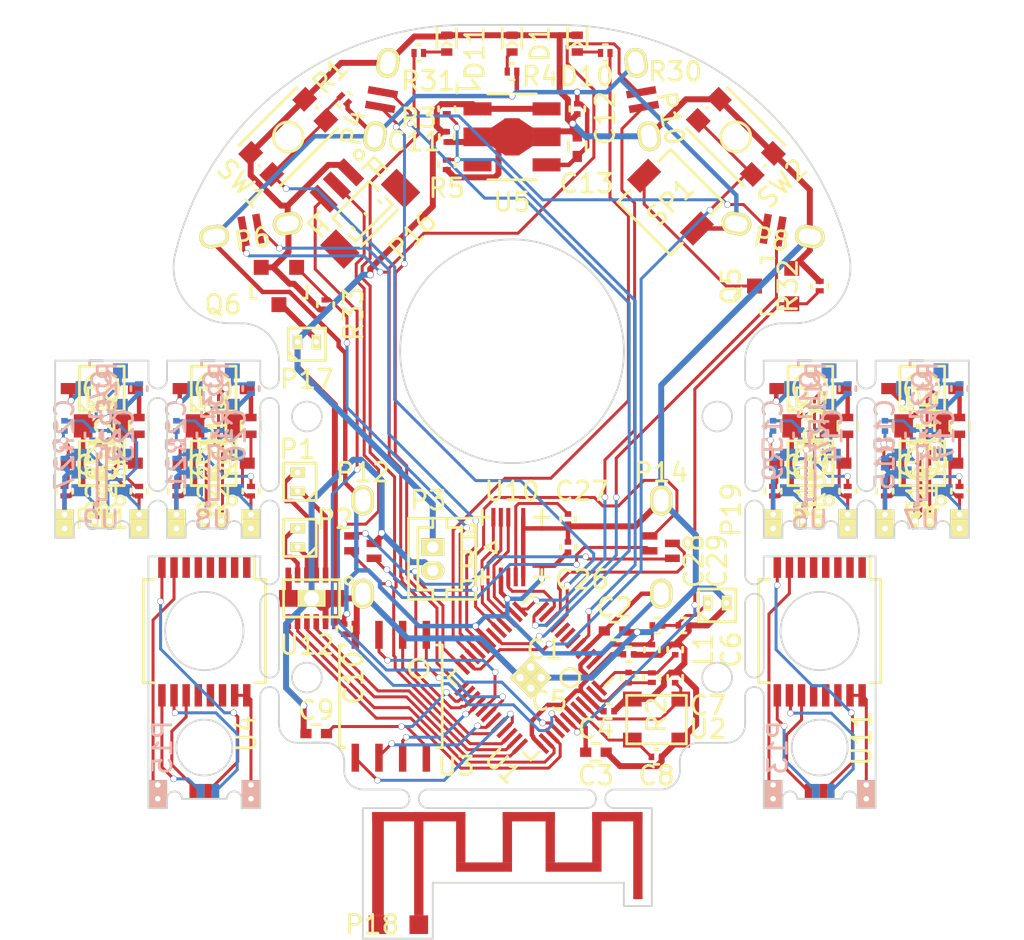
<source format=kicad_pcb>
(kicad_pcb (version 4) (host pcbnew 4.0.1-stable)
  (layers (0 F.Cu signal) (31 B.Cu signal) (34 B.Paste user) (35 F.Paste user) (36 B.SilkS user) (37 F.SilkS user) (38 B.Mask user) (39 F.Mask user) (44 Edge.Cuts user))
  (net 0 "")
  (net 1 GND)
  (net 2 +3V3)
  (net 3 "Net-(C8-Pad1)")
  (net 4 ANT)
  (net 5 VDD_SDIO)
  (net 6 +BATT)
  (net 7 "Net-(C20-Pad2)")
  (net 8 /IR_RCV_FL/s_IR_RCV)
  (net 9 "Net-(C23-Pad2)")
  (net 10 /IR_RCV_FL/LED_to_C)
  (net 11 /IR_RCV_FL/s_GND)
  (net 12 /IR_RCV_FR/s_IR_RCV)
  (net 13 /IR_RCV_FR/LED_to_C)
  (net 14 /IR_RCV_FR/s_GND)
  (net 15 /IR_RCV_SR/s_IR_RCV)
  (net 16 /IR_RCV_SR/LED_to_C)
  (net 17 /IR_RCV_SR/s_GND)
  (net 18 /AXIS_SENSOR/AXIS_CAP)
  (net 19 "Net-(D1-Pad2)")
  (net 20 /IR_RCV_FL/s_3.3V)
  (net 21 /IR_RCV_FL/LED_to_FET)
  (net 22 /IR_RCV_FR/s_3.3V)
  (net 23 /IR_RCV_FR/LED_to_FET)
  (net 24 /IR_RCV_SR/s_3.3V)
  (net 25 /IR_RCV_SR/LED_to_FET)
  (net 26 "Net-(D10-Pad2)")
  (net 27 "Net-(D11-Pad2)")
  (net 28 /Motor/MT_OUT_L1)
  (net 29 /Motor/MT_OUT_L2)
  (net 30 /Motor/MT_OUT_R1)
  (net 31 /Motor/MT_OUT_R2)
  (net 32 PR-LED-FR)
  (net 33 PR-RCV-SL)
  (net 34 PR-LED-FL)
  (net 35 PR-RCV-FL)
  (net 36 /IR_RCV_FL/s_IR_LED)
  (net 37 PR-RCV-FR)
  (net 38 /IR_RCV_FR/s_IR_LED)
  (net 39 PR-RCV-SR)
  (net 40 /IR_RCV_SR/s_IR_LED)
  (net 41 ENC_SCK)
  (net 42 /ENC_L/MISO)
  (net 43 ENC_~CS)
  (net 44 /ENC_L/s_VSS)
  (net 45 /ENC_L/s_3.3V)
  (net 46 /ENC_L/s_SCLK)
  (net 47 /ENC_L/s_MOSI)
  (net 48 /ENC_L/s_MISO)
  (net 49 /ENC_L/s_CSn)
  (net 50 ENC_MISO)
  (net 51 /ENC_R/s_VSS)
  (net 52 /ENC_R/s_3.3V)
  (net 53 /ENC_R/s_SCLK)
  (net 54 /ENC_R/s_MOSI)
  (net 55 /ENC_R/s_MISO)
  (net 56 /ENC_R/s_CSn)
  (net 57 UART-RX)
  (net 58 UART-TX)
  (net 59 SPEAKER)
  (net 60 "Net-(Q5-Pad3)")
  (net 61 FAN)
  (net 62 BAT-VOL)
  (net 63 "Net-(R8-Pad2)")
  (net 64 "Net-(R14-Pad2)")
  (net 65 "Net-(R20-Pad2)")
  (net 66 "Net-(R26-Pad2)")
  (net 67 LED_1)
  (net 68 LED_2)
  (net 69 BUTTON)
  (net 70 MT-IN-L1)
  (net 71 AXIS_~CS)
  (net 72 MT-IN-L2)
  (net 73 SHD/SD2)
  (net 74 SWP/SD3)
  (net 75 SCS/CMD)
  (net 76 SCK/CLK)
  (net 77 SDO/SD0)
  (net 78 SDI/SD1)
  (net 79 MT-IN-R1)
  (net 80 AXIS_MOSI)
  (net 81 MT-IN-R2)
  (net 82 AXIS_MISO)
  (net 83 AXIS_SCK)
  (net 84 /IR_RCV_SL/s_IR_RCV)
  (net 85 /IR_RCV_SL/LED_to_C)
  (net 86 /IR_RCV_SL/s_GND)
  (net 87 /IR_RCV_SL/s_3.3V)
  (net 88 /IR_RCV_SL/LED_to_FET)
  (net 89 /IR_RCV_SL/s_IR_LED)
  (net 90 /Fan/fan_to_fet)
  (net 91 "Net-(C5-Pad1)")
  (net 92 "Net-(C5-Pad2)")
  (net 93 "Net-(C7-Pad1)")
  (net 94 "Net-(C17-Pad2)")
  (net 95 "Net-(C14-Pad2)")
  (net 96 "Net-(C15-Pad2)")
  (net 97 "Net-(C18-Pad2)")
  (net 98 "Net-(C21-Pad2)")
  (net 99 "Net-(C24-Pad2)")
  (net 100 "Net-(C28-Pad2)")
  (net 101 "Net-(R1-Pad1)")
  (module mouse:VISHAY_DIODE (layer F.Cu) (at 126.5 108.5 180)
    (fp_text reference D8 (at 0 0.5 180) (layer F.SilkS))
    (fp_text value VEMD2020X01)
    (pad 1 smd rect (at -1.8 0 180) (size 0.8 0.6) (layers F.Cu F.Paste F.Mask) (net 24 /IR_RCV_SR/s_3.3V))
    (pad 2 smd rect (at 1.8 0 180) (size 0.8 0.6) (layers F.Cu F.Paste F.Mask) (net 99 "Net-(C24-Pad2)"))
  )
  (module mouse:VISHAY_DIODE (layer F.Cu) (at 164.5 108.5 180)
    (fp_text reference D2 (at 0 0.5 180) (layer F.SilkS))
    (fp_text value VEMD2020X01)
    (pad 1 smd rect (at -1.8 0 180) (size 0.8 0.6) (layers F.Cu F.Paste F.Mask) (net 87 /IR_RCV_SL/s_3.3V))
    (pad 2 smd rect (at 1.8 0 180) (size 0.8 0.6) (layers F.Cu F.Paste F.Mask) (net 96 "Net-(C15-Pad2)"))
  )
  (module mouse:VISHAY_DIODE (layer F.Cu) (at 164.5 104.5)
    (fp_text reference D3 (at 0 0.5) (layer F.SilkS))
    (fp_text value VSMB294008G)
    (pad 1 smd rect (at -1.8 0) (size 0.8 0.6) (layers F.Cu F.Paste F.Mask) (net 88 /IR_RCV_SL/LED_to_FET))
    (pad 2 smd rect (at 1.8 0) (size 0.8 0.6) (layers F.Cu F.Paste F.Mask) (net 85 /IR_RCV_SL/LED_to_C))
  )
  (module mouse:VISHAY_DIODE (layer F.Cu) (at 170.5 108.5 180)
    (fp_text reference D4 (at 0 0.5 180) (layer F.SilkS))
    (fp_text value VEMD2020X01)
    (pad 1 smd rect (at -1.8 0 180) (size 0.8 0.6) (layers F.Cu F.Paste F.Mask) (net 20 /IR_RCV_FL/s_3.3V))
    (pad 2 smd rect (at 1.8 0 180) (size 0.8 0.6) (layers F.Cu F.Paste F.Mask) (net 97 "Net-(C18-Pad2)"))
  )
  (module mouse:VISHAY_DIODE (layer F.Cu) (at 170.5 104.5)
    (fp_text reference D5 (at 0 0.5) (layer F.SilkS))
    (fp_text value VSMB294008G)
    (pad 1 smd rect (at -1.8 0) (size 0.8 0.6) (layers F.Cu F.Paste F.Mask) (net 21 /IR_RCV_FL/LED_to_FET))
    (pad 2 smd rect (at 1.8 0) (size 0.8 0.6) (layers F.Cu F.Paste F.Mask) (net 10 /IR_RCV_FL/LED_to_C))
  )
  (module mouse:VISHAY_DIODE (layer F.Cu) (at 132.5 108.5 180)
    (fp_text reference D6 (at 0 0.5 180) (layer F.SilkS))
    (fp_text value VEMD2020X01)
    (pad 1 smd rect (at -1.8 0 180) (size 0.8 0.6) (layers F.Cu F.Paste F.Mask) (net 22 /IR_RCV_FR/s_3.3V))
    (pad 2 smd rect (at 1.8 0 180) (size 0.8 0.6) (layers F.Cu F.Paste F.Mask) (net 98 "Net-(C21-Pad2)"))
  )
  (module mouse:VISHAY_DIODE (layer F.Cu) (at 132.5 104.5)
    (fp_text reference D7 (at 0 0.5) (layer F.SilkS))
    (fp_text value VSMB294008G)
    (pad 1 smd rect (at -1.8 0) (size 0.8 0.6) (layers F.Cu F.Paste F.Mask) (net 23 /IR_RCV_FR/LED_to_FET))
    (pad 2 smd rect (at 1.8 0) (size 0.8 0.6) (layers F.Cu F.Paste F.Mask) (net 13 /IR_RCV_FR/LED_to_C))
  )
  (module mouse:VISHAY_DIODE (layer F.Cu) (at 126.5 104.5)
    (fp_text reference D9 (at 0 0.5) (layer F.SilkS))
    (fp_text value VSMB294008G)
    (pad 1 smd rect (at -1.8 0) (size 0.8 0.6) (layers F.Cu F.Paste F.Mask) (net 25 /IR_RCV_SR/LED_to_FET))
    (pad 2 smd rect (at 1.8 0) (size 0.8 0.6) (layers F.Cu F.Paste F.Mask) (net 16 /IR_RCV_SR/LED_to_C))
  )
  (module mouse:STAND_PR_HOST (layer F.Cu) (at 134.5 96 10)
    (fp_text reference P6 (at 0 0.5 10) (layer F.SilkS))
    (fp_text value PR_Host)
    (pad 1 thru_hole oval (at -2 0 10) (size 1.6 1.2) (drill oval 1.2 0.8) (layers *.Cu *.Mask F.SilkS) (net 2 +3V3))
    (pad 4 thru_hole oval (at 2 0 10) (size 1.6 1.2) (drill oval 1.2 0.8) (layers *.Cu *.Mask F.SilkS) (net 1 GND))
    (pad 2 smd rect (at -0.4 0 10) (size 0.4 1.6) (layers F.Cu F.Paste F.Mask) (net 34 PR-LED-FL))
    (pad 3 smd rect (at 0.4 0 10) (size 0.4 1.6) (layers F.Cu F.Paste F.Mask) (net 35 PR-RCV-FL))
  )
  (module mouse:STAND_PR_HOST (layer F.Cu) (at 141.5 89 80)
    (fp_text reference P4 (at -1.737684 -1.216739 260) (layer F.SilkS))
    (fp_text value PR_Host)
    (pad 1 thru_hole oval (at -2 0 80) (size 1.6 1.2) (drill oval 1.2 0.8) (layers *.Cu *.Mask F.SilkS) (net 2 +3V3))
    (pad 4 thru_hole oval (at 2 0 80) (size 1.6 1.2) (drill oval 1.2 0.8) (layers *.Cu *.Mask F.SilkS) (net 1 GND))
    (pad 2 smd rect (at -0.4 0 80) (size 0.4 1.6) (layers F.Cu F.Paste F.Mask) (net 32 PR-LED-FR))
    (pad 3 smd rect (at 0.4 0 80) (size 0.4 1.6) (layers F.Cu F.Paste F.Mask) (net 33 PR-RCV-SL))
  )
  (module mouse:STAND_PR_HOST (layer F.Cu) (at 155.5 89 280)
    (fp_text reference P10 (at 1.24528 -1.303563 280) (layer F.SilkS))
    (fp_text value PR_Host)
    (pad 1 thru_hole oval (at -2 0 280) (size 1.6 1.2) (drill oval 1.2 0.8) (layers *.Cu *.Mask F.SilkS) (net 2 +3V3))
    (pad 4 thru_hole oval (at 2 0 280) (size 1.6 1.2) (drill oval 1.2 0.8) (layers *.Cu *.Mask F.SilkS) (net 1 GND))
    (pad 2 smd rect (at -0.4 0 280) (size 0.4 1.6) (layers F.Cu F.Paste F.Mask) (net 34 PR-LED-FL))
    (pad 3 smd rect (at 0.4 0 280) (size 0.4 1.6) (layers F.Cu F.Paste F.Mask) (net 39 PR-RCV-SR))
  )
  (module mouse:STAND_PR_HOST (layer F.Cu) (at 162.5 96 350)
    (fp_text reference P8 (at 0 0.5 350) (layer F.SilkS))
    (fp_text value PR_Host)
    (pad 1 thru_hole oval (at -2 0 350) (size 1.6 1.2) (drill oval 1.2 0.8) (layers *.Cu *.Mask F.SilkS) (net 2 +3V3))
    (pad 4 thru_hole oval (at 2 0 350) (size 1.6 1.2) (drill oval 1.2 0.8) (layers *.Cu *.Mask F.SilkS) (net 1 GND))
    (pad 2 smd rect (at -0.4 0 350) (size 0.4 1.6) (layers F.Cu F.Paste F.Mask) (net 32 PR-LED-FR))
    (pad 3 smd rect (at 0.4 0 350) (size 0.4 1.6) (layers F.Cu F.Paste F.Mask) (net 37 PR-RCV-FR))
  )
  (module mouse:SOIJ-8_5.3x5.3mm_Pitch1.27mm (layer F.Cu) (at 142 121 270)
    (fp_text reference U3 (at 3.75 -3.5 360) (layer F.SilkS))
    (fp_text value FLASH)
    (pad 1 smd rect (at -3.295 -1.905 270) (size 1.5 0.4) (layers F.Cu F.Paste F.Mask) (net 75 SCS/CMD))
    (pad 2 smd rect (at -3.295 -0.635 270) (size 1.5 0.4) (layers F.Cu F.Paste F.Mask) (net 77 SDO/SD0))
    (pad 3 smd rect (at -3.295 0.635 270) (size 1.5 0.4) (layers F.Cu F.Paste F.Mask) (net 74 SWP/SD3))
    (pad 4 smd rect (at -3.295 1.905 270) (size 1.5 0.4) (layers F.Cu F.Paste F.Mask) (net 1 GND))
    (pad 5 smd rect (at 3.295 1.905 270) (size 1.5 0.4) (layers F.Cu F.Paste F.Mask) (net 78 SDI/SD1))
    (pad 6 smd rect (at 3.295 0.635 270) (size 1.5 0.4) (layers F.Cu F.Paste F.Mask) (net 76 SCK/CLK))
    (pad 7 smd rect (at 3.295 -0.635 270) (size 1.5 0.4) (layers F.Cu F.Paste F.Mask) (net 73 SHD/SD2))
    (pad 8 smd rect (at 3.295 -1.905 270) (size 1.5 0.4) (layers F.Cu F.Paste F.Mask) (net 5 VDD_SDIO))
  )
  (module Capacitors_SMD:C_0201 (layer F.Cu) (at 154.75 118.75 180)
    (fp_text reference C1 (at 4.5 0.25 180) (layer F.SilkS))
    (fp_text value 0.1u)
    (pad 1 smd rect (at -0.275 0 180) (size 0.3 0.35) (layers F.Cu F.Paste F.Mask) (net 1 GND))
    (pad 2 smd rect (at 0.275 0 180) (size 0.3 0.35) (layers F.Cu F.Paste F.Mask) (net 2 +3V3))
  )
  (module mouse:SMT-0440-S-R (layer F.Cu) (at 157 94.5 135)
    (fp_text reference SP1 (at 0 0 225) (layer F.SilkS))
    (fp_text value SMT-0440)
    (pad 1 smd rect (at -2 0 135) (size 1 1.6) (layers F.Cu F.Paste F.Mask) (net 2 +3V3))
    (pad 2 smd rect (at 2 0 135) (size 1 1.6) (layers F.Cu F.Paste F.Mask) (net 60 "Net-(Q5-Pad3)"))
  )
  (module Capacitors_SMD:C_0201 (layer F.Cu) (at 153.7 121.8 180)
    (fp_text reference C4 (at 0.7 -0.95 180) (layer F.SilkS))
    (fp_text value 0.1u)
    (pad 1 smd rect (at -0.275 0 180) (size 0.3 0.35) (layers F.Cu F.Paste F.Mask) (net 1 GND))
    (pad 2 smd rect (at 0.275 0 180) (size 0.3 0.35) (layers F.Cu F.Paste F.Mask) (net 2 +3V3))
  )
  (module Housings_SSOP:SSOP-16_5.3x6.2mm_Pitch0.65mm (layer F.Cu) (at 165 117.5 270)
    (fp_text reference U11 (at 5.75 -2.25 270) (layer F.SilkS))
    (fp_text value AS5145)
    (pad 1 smd rect (at -3.45 -2.275 270) (size 1.2 0.4) (layers F.Cu F.Paste F.Mask))
    (pad 2 smd rect (at -3.45 -1.625 270) (size 1.2 0.4) (layers F.Cu F.Paste F.Mask))
    (pad 3 smd rect (at -3.45 -0.975 270) (size 1.2 0.4) (layers F.Cu F.Paste F.Mask))
    (pad 4 smd rect (at -3.45 -0.325 270) (size 1.2 0.4) (layers F.Cu F.Paste F.Mask))
    (pad 5 smd rect (at -3.45 0.325 270) (size 1.2 0.4) (layers F.Cu F.Paste F.Mask))
    (pad 6 smd rect (at -3.45 0.975 270) (size 1.2 0.4) (layers F.Cu F.Paste F.Mask))
    (pad 7 smd rect (at -3.45 1.625 270) (size 1.2 0.4) (layers F.Cu F.Paste F.Mask) (net 44 /ENC_L/s_VSS))
    (pad 8 smd rect (at -3.45 2.275 270) (size 1.2 0.4) (layers F.Cu F.Paste F.Mask) (net 47 /ENC_L/s_MOSI))
    (pad 9 smd rect (at 3.45 2.275 270) (size 1.2 0.4) (layers F.Cu F.Paste F.Mask) (net 48 /ENC_L/s_MISO))
    (pad 10 smd rect (at 3.45 1.625 270) (size 1.2 0.4) (layers F.Cu F.Paste F.Mask) (net 46 /ENC_L/s_SCLK))
    (pad 11 smd rect (at 3.45 0.975 270) (size 1.2 0.4) (layers F.Cu F.Paste F.Mask) (net 49 /ENC_L/s_CSn))
    (pad 12 smd rect (at 3.45 0.325 270) (size 1.2 0.4) (layers F.Cu F.Paste F.Mask))
    (pad 13 smd rect (at 3.45 -0.325 270) (size 1.2 0.4) (layers F.Cu F.Paste F.Mask))
    (pad 14 smd rect (at 3.45 -0.975 270) (size 1.2 0.4) (layers F.Cu F.Paste F.Mask))
    (pad 15 smd rect (at 3.45 -1.625 270) (size 1.2 0.4) (layers F.Cu F.Paste F.Mask) (net 45 /ENC_L/s_3.3V))
    (pad 16 smd rect (at 3.45 -2.275 270) (size 1.2 0.4) (layers F.Cu F.Paste F.Mask) (net 45 /ENC_L/s_3.3V))
  )
  (module Housings_SSOP:SSOP-16_5.3x6.2mm_Pitch0.65mm (layer F.Cu) (at 132 117.5 270)
    (fp_text reference U12 (at 0.75 -5.5 360) (layer F.SilkS))
    (fp_text value AS5145)
    (pad 1 smd rect (at -3.45 -2.275 270) (size 1.2 0.4) (layers F.Cu F.Paste F.Mask))
    (pad 2 smd rect (at -3.45 -1.625 270) (size 1.2 0.4) (layers F.Cu F.Paste F.Mask))
    (pad 3 smd rect (at -3.45 -0.975 270) (size 1.2 0.4) (layers F.Cu F.Paste F.Mask))
    (pad 4 smd rect (at -3.45 -0.325 270) (size 1.2 0.4) (layers F.Cu F.Paste F.Mask))
    (pad 5 smd rect (at -3.45 0.325 270) (size 1.2 0.4) (layers F.Cu F.Paste F.Mask))
    (pad 6 smd rect (at -3.45 0.975 270) (size 1.2 0.4) (layers F.Cu F.Paste F.Mask))
    (pad 7 smd rect (at -3.45 1.625 270) (size 1.2 0.4) (layers F.Cu F.Paste F.Mask) (net 51 /ENC_R/s_VSS))
    (pad 8 smd rect (at -3.45 2.275 270) (size 1.2 0.4) (layers F.Cu F.Paste F.Mask) (net 54 /ENC_R/s_MOSI))
    (pad 9 smd rect (at 3.45 2.275 270) (size 1.2 0.4) (layers F.Cu F.Paste F.Mask) (net 55 /ENC_R/s_MISO))
    (pad 10 smd rect (at 3.45 1.625 270) (size 1.2 0.4) (layers F.Cu F.Paste F.Mask) (net 53 /ENC_R/s_SCLK))
    (pad 11 smd rect (at 3.45 0.975 270) (size 1.2 0.4) (layers F.Cu F.Paste F.Mask) (net 56 /ENC_R/s_CSn))
    (pad 12 smd rect (at 3.45 0.325 270) (size 1.2 0.4) (layers F.Cu F.Paste F.Mask))
    (pad 13 smd rect (at 3.45 -0.325 270) (size 1.2 0.4) (layers F.Cu F.Paste F.Mask))
    (pad 14 smd rect (at 3.45 -0.975 270) (size 1.2 0.4) (layers F.Cu F.Paste F.Mask))
    (pad 15 smd rect (at 3.45 -1.625 270) (size 1.2 0.4) (layers F.Cu F.Paste F.Mask) (net 52 /ENC_R/s_3.3V))
    (pad 16 smd rect (at 3.45 -2.275 270) (size 1.2 0.4) (layers F.Cu F.Paste F.Mask) (net 52 /ENC_R/s_3.3V))
  )
  (module Capacitors_SMD:C_0201 (layer F.Cu) (at 154.75 120 270)
    (fp_text reference C5 (at 1.25 4.25 360) (layer F.SilkS))
    (fp_text value 3.3n)
    (pad 1 smd rect (at -0.275 0 270) (size 0.3 0.35) (layers F.Cu F.Paste F.Mask) (net 91 "Net-(C5-Pad1)"))
    (pad 2 smd rect (at 0.275 0 270) (size 0.3 0.35) (layers F.Cu F.Paste F.Mask) (net 92 "Net-(C5-Pad2)"))
  )
  (module Capacitors_SMD:C_0201 (layer F.Cu) (at 157.25 118.5 90)
    (fp_text reference C6 (at 0 3 270) (layer F.SilkS))
    (fp_text value 0.01u)
    (pad 1 smd rect (at -0.275 0 90) (size 0.3 0.35) (layers F.Cu F.Paste F.Mask) (net 91 "Net-(C5-Pad1)"))
    (pad 2 smd rect (at 0.275 0 90) (size 0.3 0.35) (layers F.Cu F.Paste F.Mask) (net 1 GND))
  )
  (module Capacitors_SMD:C_0402 (layer F.Cu) (at 138 123 180)
    (fp_text reference C9 (at 0 1.25 180) (layer F.SilkS))
    (fp_text value 1u)
    (pad 1 smd rect (at -0.55 0 180) (size 0.6 0.5) (layers F.Cu F.Paste F.Mask) (net 5 VDD_SDIO))
    (pad 2 smd rect (at 0.55 0 180) (size 0.6 0.5) (layers F.Cu F.Paste F.Mask) (net 1 GND))
  )
  (module Capacitors_SMD:C_0201 (layer B.Cu) (at 126 107 90)
    (fp_text reference C23 (at 0 1.7 90) (layer B.SilkS) (effects (justify mirror)))
    (fp_text value 22p)
    (pad 1 smd rect (at -0.275 0 90) (size 0.3 0.35) (layers B.Cu B.Paste B.Mask) (net 15 /IR_RCV_SR/s_IR_RCV))
    (pad 2 smd rect (at 0.275 0 90) (size 0.3 0.35) (layers B.Cu B.Paste B.Mask) (net 9 "Net-(C23-Pad2)"))
  )
  (module Capacitors_SMD:C_0201 (layer B.Cu) (at 124.5 106.5 270)
    (fp_text reference C24 (at 0 0 270) (layer B.SilkS) (effects (justify mirror)))
    (fp_text value 0.01u)
    (pad 1 smd rect (at -0.275 0 270) (size 0.3 0.35) (layers B.Cu B.Paste B.Mask) (net 9 "Net-(C23-Pad2)"))
    (pad 2 smd rect (at 0.275 0 270) (size 0.3 0.35) (layers B.Cu B.Paste B.Mask) (net 99 "Net-(C24-Pad2)"))
  )
  (module Capacitors_SMD:C_0805 (layer F.Cu) (at 126.5 106.5 180)
    (fp_text reference C25 (at 0 -2.1 180) (layer F.SilkS))
    (fp_text value 47u)
    (pad 1 smd rect (at -1 0 180) (size 1 1.25) (layers F.Cu F.Paste F.Mask) (net 16 /IR_RCV_SR/LED_to_C))
    (pad 2 smd rect (at 1 0 180) (size 1 1.25) (layers F.Cu F.Paste F.Mask) (net 17 /IR_RCV_SR/s_GND))
  )
  (module Capacitors_SMD:C_0201 (layer F.Cu) (at 151.5 113 270)
    (fp_text reference C26 (at 1.75 -0.75 360) (layer F.SilkS))
    (fp_text value 0.1u)
    (pad 1 smd rect (at -0.275 0 270) (size 0.3 0.35) (layers F.Cu F.Paste F.Mask) (net 1 GND))
    (pad 2 smd rect (at 0.275 0 270) (size 0.3 0.35) (layers F.Cu F.Paste F.Mask) (net 2 +3V3))
  )
  (module Capacitors_SMD:C_0201 (layer F.Cu) (at 151.5 111.5 270)
    (fp_text reference C27 (at -1.5 -0.75 360) (layer F.SilkS))
    (fp_text value 0.1u)
    (pad 1 smd rect (at -0.275 0 270) (size 0.3 0.35) (layers F.Cu F.Paste F.Mask) (net 18 /AXIS_SENSOR/AXIS_CAP))
    (pad 2 smd rect (at 0.275 0 270) (size 0.3 0.35) (layers F.Cu F.Paste F.Mask) (net 1 GND))
  )
  (module TO_SOT_Packages_SMD:SOT-23 (layer B.Cu) (at 126.5 104.5 270)
    (fp_text reference Q4 (at 0 0 270) (layer B.SilkS) (effects (justify mirror)))
    (fp_text value IRFML8244)
    (pad 1 smd rect (at -0.95 -1.00076 270) (size 0.8001 0.8001) (layers B.Cu B.Paste B.Mask) (net 40 /IR_RCV_SR/s_IR_LED))
    (pad 2 smd rect (at 0.95 -1.00076 270) (size 0.8001 0.8001) (layers B.Cu B.Paste B.Mask) (net 17 /IR_RCV_SR/s_GND))
    (pad 3 smd rect (at 0 0.99822 270) (size 0.8001 0.8001) (layers B.Cu B.Paste B.Mask) (net 25 /IR_RCV_SR/LED_to_FET))
  )
  (module Resistors_SMD:R_0201 (layer F.Cu) (at 139.5 89 315)
    (fp_text reference R1 (at -1.414214 -0.353553 405) (layer F.SilkS))
    (fp_text value 10k)
    (pad 1 smd rect (at -0.255 0 315) (size 0.28 0.43) (layers F.Cu F.Paste F.Mask) (net 101 "Net-(R1-Pad1)"))
    (pad 2 smd rect (at 0.255 0 315) (size 0.28 0.43) (layers F.Cu F.Paste F.Mask) (net 2 +3V3))
  )
  (module Resistors_SMD:R_0201 (layer F.Cu) (at 156 120 270)
    (fp_text reference R2 (at 2 -0.25 270) (layer F.SilkS))
    (fp_text value 20k)
    (pad 1 smd rect (at -0.255 0 270) (size 0.28 0.43) (layers F.Cu F.Paste F.Mask) (net 91 "Net-(C5-Pad1)"))
    (pad 2 smd rect (at 0.255 0 270) (size 0.28 0.43) (layers F.Cu F.Paste F.Mask) (net 92 "Net-(C5-Pad2)"))
  )
  (module Resistors_SMD:R_0402 (layer F.Cu) (at 128.5 106.5 90)
    (fp_text reference R24 (at 0 -1.8 90) (layer F.SilkS))
    (fp_text value 100)
    (pad 1 smd rect (at -0.45 0 90) (size 0.4 0.6) (layers F.Cu F.Paste F.Mask) (net 24 /IR_RCV_SR/s_3.3V))
    (pad 2 smd rect (at 0.45 0 90) (size 0.4 0.6) (layers F.Cu F.Paste F.Mask) (net 16 /IR_RCV_SR/LED_to_C))
  )
  (module Resistors_SMD:R_0201 (layer B.Cu) (at 127 107 90)
    (fp_text reference R25 (at 0 0 90) (layer B.SilkS) (effects (justify mirror)))
    (fp_text value 220k)
    (pad 1 smd rect (at -0.255 0 90) (size 0.28 0.43) (layers B.Cu B.Paste B.Mask) (net 15 /IR_RCV_SR/s_IR_RCV))
    (pad 2 smd rect (at 0.255 0 90) (size 0.28 0.43) (layers B.Cu B.Paste B.Mask) (net 9 "Net-(C23-Pad2)"))
  )
  (module Resistors_SMD:R_0201 (layer F.Cu) (at 128.5 110 90)
    (fp_text reference R26 (at 0 -1.7 90) (layer F.SilkS))
    (fp_text value 1k)
    (pad 1 smd rect (at -0.255 0 90) (size 0.28 0.43) (layers F.Cu F.Paste F.Mask) (net 24 /IR_RCV_SR/s_3.3V))
    (pad 2 smd rect (at 0.255 0 90) (size 0.28 0.43) (layers F.Cu F.Paste F.Mask) (net 66 "Net-(R26-Pad2)"))
  )
  (module Resistors_SMD:R_0201 (layer B.Cu) (at 124.5 108.5 270)
    (fp_text reference R27 (at 0 0 270) (layer B.SilkS) (effects (justify mirror)))
    (fp_text value 1k)
    (pad 1 smd rect (at -0.255 0 270) (size 0.28 0.43) (layers B.Cu B.Paste B.Mask) (net 66 "Net-(R26-Pad2)"))
    (pad 2 smd rect (at 0.255 0 270) (size 0.28 0.43) (layers B.Cu B.Paste B.Mask) (net 17 /IR_RCV_SR/s_GND))
  )
  (module Resistors_SMD:R_0201 (layer F.Cu) (at 124.5 110 270)
    (fp_text reference R28 (at 0 -1.7 270) (layer F.SilkS))
    (fp_text value 100k)
    (pad 1 smd rect (at -0.255 0 270) (size 0.28 0.43) (layers F.Cu F.Paste F.Mask) (net 99 "Net-(C24-Pad2)"))
    (pad 2 smd rect (at 0.255 0 270) (size 0.28 0.43) (layers F.Cu F.Paste F.Mask) (net 17 /IR_RCV_SR/s_GND))
  )
  (module Resistors_SMD:R_0201 (layer B.Cu) (at 128.5 104.5 270)
    (fp_text reference R29 (at 0 1.7 270) (layer B.SilkS) (effects (justify mirror)))
    (fp_text value 10k)
    (pad 1 smd rect (at -0.255 0 270) (size 0.28 0.43) (layers B.Cu B.Paste B.Mask) (net 40 /IR_RCV_SR/s_IR_LED))
    (pad 2 smd rect (at 0.255 0 270) (size 0.28 0.43) (layers B.Cu B.Paste B.Mask) (net 17 /IR_RCV_SR/s_GND))
  )
  (module Buttons_Switches_SMD:SW_SPST_KMR2 (layer F.Cu) (at 136.5 91 225)
    (fp_text reference SW1 (at 3.535534 0 315) (layer F.SilkS))
    (fp_text value RESET)
    (pad 1 smd rect (at -2.05 -0.8 315) (size 0.9 1) (layers F.Cu F.Paste F.Mask) (net 101 "Net-(R1-Pad1)"))
    (pad 2 smd rect (at -2.05 0.8 315) (size 0.9 1) (layers F.Cu F.Paste F.Mask) (net 1 GND))
    (pad 1 smd rect (at 2.05 -0.8 315) (size 0.9 1) (layers F.Cu F.Paste F.Mask) (net 101 "Net-(R1-Pad1)"))
    (pad 2 smd rect (at 2.05 0.8 315) (size 0.9 1) (layers F.Cu F.Paste F.Mask) (net 1 GND))
  )
  (module Buttons_Switches_SMD:SW_SPST_KMR2 (layer F.Cu) (at 160.5 91 135)
    (fp_text reference SW2 (at -3.535534 0 225) (layer F.SilkS))
    (fp_text value SW_PUSH_SMALL)
    (pad 1 smd rect (at -2.05 -0.8 225) (size 0.9 1) (layers F.Cu F.Paste F.Mask) (net 69 BUTTON))
    (pad 2 smd rect (at -2.05 0.8 225) (size 0.9 1) (layers F.Cu F.Paste F.Mask) (net 1 GND))
    (pad 1 smd rect (at 2.05 -0.8 225) (size 0.9 1) (layers F.Cu F.Paste F.Mask) (net 69 BUTTON))
    (pad 2 smd rect (at 2.05 0.8 225) (size 0.9 1) (layers F.Cu F.Paste F.Mask) (net 1 GND))
  )
  (module TO_SOT_Packages_SMD:SOT-23-5 (layer B.Cu) (at 126.5 109)
    (fp_text reference U9 (at -0.05 2.55) (layer B.SilkS) (effects (justify mirror)))
    (fp_text value AD8601)
    (pad 1 smd rect (at -1.1 0.95) (size 1.06 0.65) (layers B.Cu B.Paste B.Mask) (net 15 /IR_RCV_SR/s_IR_RCV))
    (pad 2 smd rect (at -1.1 0) (size 1.06 0.65) (layers B.Cu B.Paste B.Mask) (net 17 /IR_RCV_SR/s_GND))
    (pad 3 smd rect (at -1.1 -0.95) (size 1.06 0.65) (layers B.Cu B.Paste B.Mask) (net 66 "Net-(R26-Pad2)"))
    (pad 4 smd rect (at 1.1 -0.95) (size 1.06 0.65) (layers B.Cu B.Paste B.Mask) (net 9 "Net-(C23-Pad2)"))
    (pad 5 smd rect (at 1.1 0.95) (size 1.06 0.65) (layers B.Cu B.Paste B.Mask) (net 24 /IR_RCV_SR/s_3.3V))
  )
  (module Capacitors_SMD:C_0201 (layer B.Cu) (at 164 107 90)
    (fp_text reference C14 (at 0 1.7 90) (layer B.SilkS) (effects (justify mirror)))
    (fp_text value 22p)
    (pad 1 smd rect (at -0.275 0 90) (size 0.3 0.35) (layers B.Cu B.Paste B.Mask) (net 84 /IR_RCV_SL/s_IR_RCV))
    (pad 2 smd rect (at 0.275 0 90) (size 0.3 0.35) (layers B.Cu B.Paste B.Mask) (net 95 "Net-(C14-Pad2)"))
  )
  (module Capacitors_SMD:C_0201 (layer B.Cu) (at 162.5 106.5 270)
    (fp_text reference C15 (at 0 0 270) (layer B.SilkS) (effects (justify mirror)))
    (fp_text value 0.01u)
    (pad 1 smd rect (at -0.275 0 270) (size 0.3 0.35) (layers B.Cu B.Paste B.Mask) (net 95 "Net-(C14-Pad2)"))
    (pad 2 smd rect (at 0.275 0 270) (size 0.3 0.35) (layers B.Cu B.Paste B.Mask) (net 96 "Net-(C15-Pad2)"))
  )
  (module Capacitors_SMD:C_0805 (layer F.Cu) (at 164.5 106.5 180)
    (fp_text reference C16 (at 0 -2.1 180) (layer F.SilkS))
    (fp_text value 47u)
    (pad 1 smd rect (at -1 0 180) (size 1 1.25) (layers F.Cu F.Paste F.Mask) (net 85 /IR_RCV_SL/LED_to_C))
    (pad 2 smd rect (at 1 0 180) (size 1 1.25) (layers F.Cu F.Paste F.Mask) (net 86 /IR_RCV_SL/s_GND))
  )
  (module Capacitors_SMD:C_0201 (layer B.Cu) (at 170 107 90)
    (fp_text reference C17 (at 0 1.7 90) (layer B.SilkS) (effects (justify mirror)))
    (fp_text value 22p)
    (pad 1 smd rect (at -0.275 0 90) (size 0.3 0.35) (layers B.Cu B.Paste B.Mask) (net 8 /IR_RCV_FL/s_IR_RCV))
    (pad 2 smd rect (at 0.275 0 90) (size 0.3 0.35) (layers B.Cu B.Paste B.Mask) (net 94 "Net-(C17-Pad2)"))
  )
  (module Capacitors_SMD:C_0201 (layer B.Cu) (at 168.5 106.5 270)
    (fp_text reference C18 (at 0 0 270) (layer B.SilkS) (effects (justify mirror)))
    (fp_text value 0.01u)
    (pad 1 smd rect (at -0.275 0 270) (size 0.3 0.35) (layers B.Cu B.Paste B.Mask) (net 94 "Net-(C17-Pad2)"))
    (pad 2 smd rect (at 0.275 0 270) (size 0.3 0.35) (layers B.Cu B.Paste B.Mask) (net 97 "Net-(C18-Pad2)"))
  )
  (module Capacitors_SMD:C_0805 (layer F.Cu) (at 170.5 106.5 180)
    (fp_text reference C19 (at 0 -2.1 180) (layer F.SilkS))
    (fp_text value 47u)
    (pad 1 smd rect (at -1 0 180) (size 1 1.25) (layers F.Cu F.Paste F.Mask) (net 10 /IR_RCV_FL/LED_to_C))
    (pad 2 smd rect (at 1 0 180) (size 1 1.25) (layers F.Cu F.Paste F.Mask) (net 11 /IR_RCV_FL/s_GND))
  )
  (module Capacitors_SMD:C_0201 (layer B.Cu) (at 132 107 90)
    (fp_text reference C20 (at 0 1.7 90) (layer B.SilkS) (effects (justify mirror)))
    (fp_text value 22p)
    (pad 1 smd rect (at -0.275 0 90) (size 0.3 0.35) (layers B.Cu B.Paste B.Mask) (net 12 /IR_RCV_FR/s_IR_RCV))
    (pad 2 smd rect (at 0.275 0 90) (size 0.3 0.35) (layers B.Cu B.Paste B.Mask) (net 7 "Net-(C20-Pad2)"))
  )
  (module Capacitors_SMD:C_0201 (layer B.Cu) (at 130.5 106.5 270)
    (fp_text reference C21 (at 0 0 270) (layer B.SilkS) (effects (justify mirror)))
    (fp_text value 0.01u)
    (pad 1 smd rect (at -0.275 0 270) (size 0.3 0.35) (layers B.Cu B.Paste B.Mask) (net 7 "Net-(C20-Pad2)"))
    (pad 2 smd rect (at 0.275 0 270) (size 0.3 0.35) (layers B.Cu B.Paste B.Mask) (net 98 "Net-(C21-Pad2)"))
  )
  (module Capacitors_SMD:C_0805 (layer F.Cu) (at 132.5 106.5 180)
    (fp_text reference C22 (at 0 -2.1 180) (layer F.SilkS))
    (fp_text value 47u)
    (pad 1 smd rect (at -1 0 180) (size 1 1.25) (layers F.Cu F.Paste F.Mask) (net 13 /IR_RCV_FR/LED_to_C))
    (pad 2 smd rect (at 1 0 180) (size 1 1.25) (layers F.Cu F.Paste F.Mask) (net 14 /IR_RCV_FR/s_GND))
  )
  (module TO_SOT_Packages_SMD:SOT-23 (layer B.Cu) (at 164.5 104.5 270)
    (fp_text reference Q1 (at 0 0 270) (layer B.SilkS) (effects (justify mirror)))
    (fp_text value IRFML8244)
    (pad 1 smd rect (at -0.95 -1.00076 270) (size 0.8001 0.8001) (layers B.Cu B.Paste B.Mask) (net 89 /IR_RCV_SL/s_IR_LED))
    (pad 2 smd rect (at 0.95 -1.00076 270) (size 0.8001 0.8001) (layers B.Cu B.Paste B.Mask) (net 86 /IR_RCV_SL/s_GND))
    (pad 3 smd rect (at 0 0.99822 270) (size 0.8001 0.8001) (layers B.Cu B.Paste B.Mask) (net 88 /IR_RCV_SL/LED_to_FET))
  )
  (module TO_SOT_Packages_SMD:SOT-23 (layer B.Cu) (at 170.5 104.5 270)
    (fp_text reference Q2 (at 0 0 270) (layer B.SilkS) (effects (justify mirror)))
    (fp_text value IRFML8244)
    (pad 1 smd rect (at -0.95 -1.00076 270) (size 0.8001 0.8001) (layers B.Cu B.Paste B.Mask) (net 36 /IR_RCV_FL/s_IR_LED))
    (pad 2 smd rect (at 0.95 -1.00076 270) (size 0.8001 0.8001) (layers B.Cu B.Paste B.Mask) (net 11 /IR_RCV_FL/s_GND))
    (pad 3 smd rect (at 0 0.99822 270) (size 0.8001 0.8001) (layers B.Cu B.Paste B.Mask) (net 21 /IR_RCV_FL/LED_to_FET))
  )
  (module TO_SOT_Packages_SMD:SOT-23 (layer B.Cu) (at 132.5 104.5 270)
    (fp_text reference Q3 (at 0 0 270) (layer B.SilkS) (effects (justify mirror)))
    (fp_text value IRFML8244)
    (pad 1 smd rect (at -0.95 -1.00076 270) (size 0.8001 0.8001) (layers B.Cu B.Paste B.Mask) (net 38 /IR_RCV_FR/s_IR_LED))
    (pad 2 smd rect (at 0.95 -1.00076 270) (size 0.8001 0.8001) (layers B.Cu B.Paste B.Mask) (net 14 /IR_RCV_FR/s_GND))
    (pad 3 smd rect (at 0 0.99822 270) (size 0.8001 0.8001) (layers B.Cu B.Paste B.Mask) (net 23 /IR_RCV_FR/LED_to_FET))
  )
  (module Resistors_SMD:R_0402 (layer F.Cu) (at 166.5 106.5 90)
    (fp_text reference R6 (at 0 -1.8 90) (layer F.SilkS))
    (fp_text value 100)
    (pad 1 smd rect (at -0.45 0 90) (size 0.4 0.6) (layers F.Cu F.Paste F.Mask) (net 87 /IR_RCV_SL/s_3.3V))
    (pad 2 smd rect (at 0.45 0 90) (size 0.4 0.6) (layers F.Cu F.Paste F.Mask) (net 85 /IR_RCV_SL/LED_to_C))
  )
  (module Resistors_SMD:R_0201 (layer B.Cu) (at 165 107 90)
    (fp_text reference R7 (at 0 0 90) (layer B.SilkS) (effects (justify mirror)))
    (fp_text value 220k)
    (pad 1 smd rect (at -0.255 0 90) (size 0.28 0.43) (layers B.Cu B.Paste B.Mask) (net 84 /IR_RCV_SL/s_IR_RCV))
    (pad 2 smd rect (at 0.255 0 90) (size 0.28 0.43) (layers B.Cu B.Paste B.Mask) (net 95 "Net-(C14-Pad2)"))
  )
  (module Resistors_SMD:R_0201 (layer F.Cu) (at 166.5 110 90)
    (fp_text reference R8 (at 0 -1.7 90) (layer F.SilkS))
    (fp_text value 1k)
    (pad 1 smd rect (at -0.255 0 90) (size 0.28 0.43) (layers F.Cu F.Paste F.Mask) (net 87 /IR_RCV_SL/s_3.3V))
    (pad 2 smd rect (at 0.255 0 90) (size 0.28 0.43) (layers F.Cu F.Paste F.Mask) (net 63 "Net-(R8-Pad2)"))
  )
  (module Resistors_SMD:R_0201 (layer B.Cu) (at 162.5 108.5 270)
    (fp_text reference R9 (at 0 0 270) (layer B.SilkS) (effects (justify mirror)))
    (fp_text value 1k)
    (pad 1 smd rect (at -0.255 0 270) (size 0.28 0.43) (layers B.Cu B.Paste B.Mask) (net 63 "Net-(R8-Pad2)"))
    (pad 2 smd rect (at 0.255 0 270) (size 0.28 0.43) (layers B.Cu B.Paste B.Mask) (net 86 /IR_RCV_SL/s_GND))
  )
  (module Resistors_SMD:R_0201 (layer F.Cu) (at 162.5 110 270)
    (fp_text reference R10 (at 0 -1.7 270) (layer F.SilkS))
    (fp_text value 100k)
    (pad 1 smd rect (at -0.255 0 270) (size 0.28 0.43) (layers F.Cu F.Paste F.Mask) (net 96 "Net-(C15-Pad2)"))
    (pad 2 smd rect (at 0.255 0 270) (size 0.28 0.43) (layers F.Cu F.Paste F.Mask) (net 86 /IR_RCV_SL/s_GND))
  )
  (module Resistors_SMD:R_0201 (layer B.Cu) (at 166.5 104.5 270)
    (fp_text reference R11 (at 0 1.7 270) (layer B.SilkS) (effects (justify mirror)))
    (fp_text value 10k)
    (pad 1 smd rect (at -0.255 0 270) (size 0.28 0.43) (layers B.Cu B.Paste B.Mask) (net 89 /IR_RCV_SL/s_IR_LED))
    (pad 2 smd rect (at 0.255 0 270) (size 0.28 0.43) (layers B.Cu B.Paste B.Mask) (net 86 /IR_RCV_SL/s_GND))
  )
  (module Resistors_SMD:R_0402 (layer F.Cu) (at 172.5 106.5 90)
    (fp_text reference R12 (at 0 -1.8 90) (layer F.SilkS))
    (fp_text value 100)
    (pad 1 smd rect (at -0.45 0 90) (size 0.4 0.6) (layers F.Cu F.Paste F.Mask) (net 20 /IR_RCV_FL/s_3.3V))
    (pad 2 smd rect (at 0.45 0 90) (size 0.4 0.6) (layers F.Cu F.Paste F.Mask) (net 10 /IR_RCV_FL/LED_to_C))
  )
  (module Resistors_SMD:R_0201 (layer B.Cu) (at 171 107 90)
    (fp_text reference R13 (at 0 0 90) (layer B.SilkS) (effects (justify mirror)))
    (fp_text value 220k)
    (pad 1 smd rect (at -0.255 0 90) (size 0.28 0.43) (layers B.Cu B.Paste B.Mask) (net 8 /IR_RCV_FL/s_IR_RCV))
    (pad 2 smd rect (at 0.255 0 90) (size 0.28 0.43) (layers B.Cu B.Paste B.Mask) (net 94 "Net-(C17-Pad2)"))
  )
  (module Resistors_SMD:R_0201 (layer F.Cu) (at 172.5 110 90)
    (fp_text reference R14 (at 0 -1.7 90) (layer F.SilkS))
    (fp_text value 1k)
    (pad 1 smd rect (at -0.255 0 90) (size 0.28 0.43) (layers F.Cu F.Paste F.Mask) (net 20 /IR_RCV_FL/s_3.3V))
    (pad 2 smd rect (at 0.255 0 90) (size 0.28 0.43) (layers F.Cu F.Paste F.Mask) (net 64 "Net-(R14-Pad2)"))
  )
  (module Resistors_SMD:R_0201 (layer B.Cu) (at 168.5 108.5 270)
    (fp_text reference R15 (at 0 0 270) (layer B.SilkS) (effects (justify mirror)))
    (fp_text value 1k)
    (pad 1 smd rect (at -0.255 0 270) (size 0.28 0.43) (layers B.Cu B.Paste B.Mask) (net 64 "Net-(R14-Pad2)"))
    (pad 2 smd rect (at 0.255 0 270) (size 0.28 0.43) (layers B.Cu B.Paste B.Mask) (net 11 /IR_RCV_FL/s_GND))
  )
  (module Resistors_SMD:R_0201 (layer F.Cu) (at 168.5 110 270)
    (fp_text reference R16 (at 0 -1.7 270) (layer F.SilkS))
    (fp_text value 100k)
    (pad 1 smd rect (at -0.255 0 270) (size 0.28 0.43) (layers F.Cu F.Paste F.Mask) (net 97 "Net-(C18-Pad2)"))
    (pad 2 smd rect (at 0.255 0 270) (size 0.28 0.43) (layers F.Cu F.Paste F.Mask) (net 11 /IR_RCV_FL/s_GND))
  )
  (module Resistors_SMD:R_0201 (layer B.Cu) (at 172.5 104.5 270)
    (fp_text reference R17 (at 0 1.7 270) (layer B.SilkS) (effects (justify mirror)))
    (fp_text value 10k)
    (pad 1 smd rect (at -0.255 0 270) (size 0.28 0.43) (layers B.Cu B.Paste B.Mask) (net 36 /IR_RCV_FL/s_IR_LED))
    (pad 2 smd rect (at 0.255 0 270) (size 0.28 0.43) (layers B.Cu B.Paste B.Mask) (net 11 /IR_RCV_FL/s_GND))
  )
  (module Resistors_SMD:R_0201 (layer B.Cu) (at 133 107 90)
    (fp_text reference R19 (at 0 0 90) (layer B.SilkS) (effects (justify mirror)))
    (fp_text value 220k)
    (pad 1 smd rect (at -0.255 0 90) (size 0.28 0.43) (layers B.Cu B.Paste B.Mask) (net 12 /IR_RCV_FR/s_IR_RCV))
    (pad 2 smd rect (at 0.255 0 90) (size 0.28 0.43) (layers B.Cu B.Paste B.Mask) (net 7 "Net-(C20-Pad2)"))
  )
  (module Resistors_SMD:R_0201 (layer F.Cu) (at 134.5 110 90)
    (fp_text reference R20 (at 0 -1.7 90) (layer F.SilkS))
    (fp_text value 1k)
    (pad 1 smd rect (at -0.255 0 90) (size 0.28 0.43) (layers F.Cu F.Paste F.Mask) (net 22 /IR_RCV_FR/s_3.3V))
    (pad 2 smd rect (at 0.255 0 90) (size 0.28 0.43) (layers F.Cu F.Paste F.Mask) (net 65 "Net-(R20-Pad2)"))
  )
  (module Resistors_SMD:R_0201 (layer B.Cu) (at 130.5 108.5 270)
    (fp_text reference R21 (at 0 0 270) (layer B.SilkS) (effects (justify mirror)))
    (fp_text value 1k)
    (pad 1 smd rect (at -0.255 0 270) (size 0.28 0.43) (layers B.Cu B.Paste B.Mask) (net 65 "Net-(R20-Pad2)"))
    (pad 2 smd rect (at 0.255 0 270) (size 0.28 0.43) (layers B.Cu B.Paste B.Mask) (net 14 /IR_RCV_FR/s_GND))
  )
  (module Resistors_SMD:R_0201 (layer F.Cu) (at 130.5 110 270)
    (fp_text reference R22 (at 0 -1.7 270) (layer F.SilkS))
    (fp_text value 100k)
    (pad 1 smd rect (at -0.255 0 270) (size 0.28 0.43) (layers F.Cu F.Paste F.Mask) (net 98 "Net-(C21-Pad2)"))
    (pad 2 smd rect (at 0.255 0 270) (size 0.28 0.43) (layers F.Cu F.Paste F.Mask) (net 14 /IR_RCV_FR/s_GND))
  )
  (module Resistors_SMD:R_0201 (layer B.Cu) (at 134.5 104.5 270)
    (fp_text reference R23 (at 0 1.7 270) (layer B.SilkS) (effects (justify mirror)))
    (fp_text value 10k)
    (pad 1 smd rect (at -0.255 0 270) (size 0.28 0.43) (layers B.Cu B.Paste B.Mask) (net 38 /IR_RCV_FR/s_IR_LED))
    (pad 2 smd rect (at 0.255 0 270) (size 0.28 0.43) (layers B.Cu B.Paste B.Mask) (net 14 /IR_RCV_FR/s_GND))
  )
  (module TO_SOT_Packages_SMD:SOT-23-5 (layer B.Cu) (at 164.5 109)
    (fp_text reference U6 (at -0.05 2.55) (layer B.SilkS) (effects (justify mirror)))
    (fp_text value AD8601)
    (pad 1 smd rect (at -1.1 0.95) (size 1.06 0.65) (layers B.Cu B.Paste B.Mask) (net 84 /IR_RCV_SL/s_IR_RCV))
    (pad 2 smd rect (at -1.1 0) (size 1.06 0.65) (layers B.Cu B.Paste B.Mask) (net 86 /IR_RCV_SL/s_GND))
    (pad 3 smd rect (at -1.1 -0.95) (size 1.06 0.65) (layers B.Cu B.Paste B.Mask) (net 63 "Net-(R8-Pad2)"))
    (pad 4 smd rect (at 1.1 -0.95) (size 1.06 0.65) (layers B.Cu B.Paste B.Mask) (net 95 "Net-(C14-Pad2)"))
    (pad 5 smd rect (at 1.1 0.95) (size 1.06 0.65) (layers B.Cu B.Paste B.Mask) (net 87 /IR_RCV_SL/s_3.3V))
  )
  (module TO_SOT_Packages_SMD:SOT-23-5 (layer B.Cu) (at 170.5 109)
    (fp_text reference U7 (at -0.05 2.55) (layer B.SilkS) (effects (justify mirror)))
    (fp_text value AD8601)
    (pad 1 smd rect (at -1.1 0.95) (size 1.06 0.65) (layers B.Cu B.Paste B.Mask) (net 8 /IR_RCV_FL/s_IR_RCV))
    (pad 2 smd rect (at -1.1 0) (size 1.06 0.65) (layers B.Cu B.Paste B.Mask) (net 11 /IR_RCV_FL/s_GND))
    (pad 3 smd rect (at -1.1 -0.95) (size 1.06 0.65) (layers B.Cu B.Paste B.Mask) (net 64 "Net-(R14-Pad2)"))
    (pad 4 smd rect (at 1.1 -0.95) (size 1.06 0.65) (layers B.Cu B.Paste B.Mask) (net 94 "Net-(C17-Pad2)"))
    (pad 5 smd rect (at 1.1 0.95) (size 1.06 0.65) (layers B.Cu B.Paste B.Mask) (net 20 /IR_RCV_FL/s_3.3V))
  )
  (module TO_SOT_Packages_SMD:SOT-23-5 (layer B.Cu) (at 132.5 109)
    (fp_text reference U8 (at -0.05 2.55) (layer B.SilkS) (effects (justify mirror)))
    (fp_text value AD8601)
    (pad 1 smd rect (at -1.1 0.95) (size 1.06 0.65) (layers B.Cu B.Paste B.Mask) (net 12 /IR_RCV_FR/s_IR_RCV))
    (pad 2 smd rect (at -1.1 0) (size 1.06 0.65) (layers B.Cu B.Paste B.Mask) (net 14 /IR_RCV_FR/s_GND))
    (pad 3 smd rect (at -1.1 -0.95) (size 1.06 0.65) (layers B.Cu B.Paste B.Mask) (net 65 "Net-(R20-Pad2)"))
    (pad 4 smd rect (at 1.1 -0.95) (size 1.06 0.65) (layers B.Cu B.Paste B.Mask) (net 7 "Net-(C20-Pad2)"))
    (pad 5 smd rect (at 1.1 0.95) (size 1.06 0.65) (layers B.Cu B.Paste B.Mask) (net 22 /IR_RCV_FR/s_3.3V))
  )
  (module Resistors_SMD:R_0402 (layer F.Cu) (at 134.5 106.5 90)
    (fp_text reference R18 (at 0 -1.8 90) (layer F.SilkS))
    (fp_text value 100)
    (pad 1 smd rect (at -0.45 0 90) (size 0.4 0.6) (layers F.Cu F.Paste F.Mask) (net 22 /IR_RCV_FR/s_3.3V))
    (pad 2 smd rect (at 0.45 0 90) (size 0.4 0.6) (layers F.Cu F.Paste F.Mask) (net 13 /IR_RCV_FR/LED_to_C))
  )
  (module Connectors_Hirose:Hirose_DF13-02P-1.25DSA_02x1.25mm_Straight (layer F.Cu) (at 144.25 113 270)
    (fp_text reference P3 (at -2.5 0.25 360) (layer F.SilkS))
    (fp_text value Battery)
    (pad 1 thru_hole rect (at 0 0 270) (size 0.95 1.25) (drill 0.6) (layers *.Cu *.Mask F.SilkS) (net 6 +BATT))
    (pad 2 thru_hole oval (at 1.25 0 270) (size 0.95 1.25) (drill 0.6) (layers *.Cu *.Mask F.SilkS) (net 1 GND))
  )
  (module Capacitors_SMD:C_0402 (layer F.Cu) (at 154 117.5 180)
    (fp_text reference C2 (at 0 1.25 180) (layer F.SilkS))
    (fp_text value 10u)
    (pad 1 smd rect (at -0.55 0 180) (size 0.6 0.5) (layers F.Cu F.Paste F.Mask) (net 1 GND))
    (pad 2 smd rect (at 0.55 0 180) (size 0.6 0.5) (layers F.Cu F.Paste F.Mask) (net 2 +3V3))
  )
  (module Capacitors_SMD:C_0402 (layer F.Cu) (at 153 124 180)
    (fp_text reference C3 (at 0 -1.25 180) (layer F.SilkS))
    (fp_text value 10u)
    (pad 1 smd rect (at -0.55 0 180) (size 0.6 0.5) (layers F.Cu F.Paste F.Mask) (net 1 GND))
    (pad 2 smd rect (at 0.55 0 180) (size 0.6 0.5) (layers F.Cu F.Paste F.Mask) (net 2 +3V3))
  )
  (module Capacitors_SMD:C_0201 (layer F.Cu) (at 157.25 120 90)
    (fp_text reference C7 (at -1.5 1.75 180) (layer F.SilkS))
    (fp_text value 22p)
    (pad 1 smd rect (at -0.275 0 90) (size 0.3 0.35) (layers F.Cu F.Paste F.Mask) (net 93 "Net-(C7-Pad1)"))
    (pad 2 smd rect (at 0.275 0 90) (size 0.3 0.35) (layers F.Cu F.Paste F.Mask) (net 1 GND))
  )
  (module Capacitors_SMD:C_0201 (layer F.Cu) (at 156.25 124.25)
    (fp_text reference C8 (at 0 1) (layer F.SilkS))
    (fp_text value 22p)
    (pad 1 smd rect (at -0.275 0) (size 0.3 0.35) (layers F.Cu F.Paste F.Mask) (net 3 "Net-(C8-Pad1)"))
    (pad 2 smd rect (at 0.275 0) (size 0.3 0.35) (layers F.Cu F.Paste F.Mask) (net 1 GND))
  )
  (module Capacitors_SMD:C_0201 (layer F.Cu) (at 139.5 117.4 270)
    (fp_text reference C10 (at 2.6 -0.5 270) (layer F.SilkS))
    (fp_text value 0.1u)
    (pad 1 smd rect (at -0.275 0 270) (size 0.3 0.35) (layers F.Cu F.Paste F.Mask) (net 2 +3V3))
    (pad 2 smd rect (at 0.275 0 270) (size 0.3 0.35) (layers F.Cu F.Paste F.Mask) (net 1 GND))
  )
  (module Capacitors_SMD:C_0201 (layer F.Cu) (at 145 91 270)
    (fp_text reference C11 (at 0.25 1.75 360) (layer F.SilkS))
    (fp_text value 0.33u)
    (pad 1 smd rect (at -0.275 0 270) (size 0.3 0.35) (layers F.Cu F.Paste F.Mask) (net 6 +BATT))
    (pad 2 smd rect (at 0.275 0 270) (size 0.3 0.35) (layers F.Cu F.Paste F.Mask) (net 1 GND))
  )
  (module Capacitors_SMD:C_0201 (layer F.Cu) (at 152 89.5 270)
    (fp_text reference C12 (at 0.5 -1.5 450) (layer F.SilkS))
    (fp_text value 0.1u)
    (pad 1 smd rect (at -0.275 0 270) (size 0.3 0.35) (layers F.Cu F.Paste F.Mask) (net 2 +3V3))
    (pad 2 smd rect (at 0.275 0 270) (size 0.3 0.35) (layers F.Cu F.Paste F.Mask) (net 1 GND))
  )
  (module Capacitors_SMD:C_0402 (layer F.Cu) (at 152 91.5 90)
    (fp_text reference C13 (at -2 0.5 180) (layer F.SilkS))
    (fp_text value 4.7u)
    (pad 1 smd rect (at -0.55 0 90) (size 0.6 0.5) (layers F.Cu F.Paste F.Mask) (net 2 +3V3))
    (pad 2 smd rect (at 0.55 0 90) (size 0.6 0.5) (layers F.Cu F.Paste F.Mask) (net 1 GND))
  )
  (module LEDs:LED_0402 (layer F.Cu) (at 148.5 86 270)
    (fp_text reference D1 (at 0 -1.5 450) (layer F.SilkS))
    (fp_text value Power)
    (pad 1 smd rect (at -0.45 0 270) (size 0.4 0.6) (layers F.Cu F.Paste F.Mask) (net 1 GND))
    (pad 2 smd rect (at 0.45 0 270) (size 0.4 0.6) (layers F.Cu F.Paste F.Mask) (net 19 "Net-(D1-Pad2)"))
  )
  (module LEDs:LED_0402 (layer F.Cu) (at 152 86 270)
    (fp_text reference D10 (at 1.75 -0.5 360) (layer F.SilkS))
    (fp_text value LED)
    (pad 1 smd rect (at -0.45 0 270) (size 0.4 0.6) (layers F.Cu F.Paste F.Mask) (net 1 GND))
    (pad 2 smd rect (at 0.45 0 270) (size 0.4 0.6) (layers F.Cu F.Paste F.Mask) (net 26 "Net-(D10-Pad2)"))
  )
  (module LEDs:LED_0402 (layer F.Cu) (at 145 86 270)
    (fp_text reference D11 (at 0.5 -1.5 270) (layer F.SilkS))
    (fp_text value LED)
    (pad 1 smd rect (at -0.45 0 270) (size 0.4 0.6) (layers F.Cu F.Paste F.Mask) (net 1 GND))
    (pad 2 smd rect (at 0.45 0 270) (size 0.4 0.6) (layers F.Cu F.Paste F.Mask) (net 27 "Net-(D11-Pad2)"))
  )
  (module mouse:SMD_conn_2 (layer F.Cu) (at 137 109.5 90)
    (fp_text reference P1 (at 1.75 0 360) (layer F.SilkS))
    (fp_text value Motor_L)
    (pad 1 thru_hole rect (at -0.5 0 90) (size 0.5 0.8) (drill 0.3) (layers *.Cu *.Mask F.SilkS) (net 28 /Motor/MT_OUT_L1))
    (pad 2 thru_hole rect (at 0.5 0 90) (size 0.5 0.8) (drill 0.3) (layers *.Cu *.Mask F.SilkS) (net 29 /Motor/MT_OUT_L2))
  )
  (module mouse:SMD_conn_2 (layer F.Cu) (at 137 112.5 90)
    (fp_text reference P2 (at 1 2 360) (layer F.SilkS))
    (fp_text value Motor_R)
    (pad 1 thru_hole rect (at -0.5 0 90) (size 0.5 0.8) (drill 0.3) (layers *.Cu *.Mask F.SilkS) (net 30 /Motor/MT_OUT_R1))
    (pad 2 thru_hole rect (at 0.5 0 90) (size 0.5 0.8) (drill 0.3) (layers *.Cu *.Mask F.SilkS) (net 31 /Motor/MT_OUT_R2))
  )
  (module Connectors_JST:JST_SH_BM03B-SRSS-TB_03x1.00mm_Straight (layer F.Cu) (at 140 94.5 225)
    (fp_text reference P16 (at -1 -3.5 225) (layer F.SilkS))
    (fp_text value UART)
    (pad 1 smd rect (at -1 1.2625 225) (size 0.6 1.55) (layers F.Cu F.Paste F.Mask) (net 1 GND))
    (pad 2 smd rect (at 0 1.2625 225) (size 0.6 1.55) (layers F.Cu F.Paste F.Mask) (net 57 UART-RX))
    (pad 3 smd rect (at 1 1.2625 225) (size 0.6 1.55) (layers F.Cu F.Paste F.Mask) (net 58 UART-TX))
    (pad "" smd rect (at -2.3 -1.2625 225) (size 1.2 1.8) (layers F.Cu F.Paste F.Mask))
    (pad "" smd rect (at 2.3 -1.2625 225) (size 1.2 1.8) (layers F.Cu F.Paste F.Mask))
  )
  (module mouse:SMD_conn_2 (layer F.Cu) (at 137.5 102)
    (fp_text reference P17 (at 0 2) (layer F.SilkS))
    (fp_text value Fan)
    (pad 1 thru_hole rect (at -0.5 0) (size 0.5 0.8) (drill 0.3) (layers *.Cu *.Mask F.SilkS) (net 6 +BATT))
    (pad 2 thru_hole rect (at 0.5 0) (size 0.5 0.8) (drill 0.3) (layers *.Cu *.Mask F.SilkS) (net 90 /Fan/fan_to_fet))
  )
  (module TO_SOT_Packages_SMD:SOT-23 (layer F.Cu) (at 162.5 99 90)
    (fp_text reference Q5 (at 0 -2.25 90) (layer F.SilkS))
    (fp_text value BSS138)
    (pad 1 smd rect (at -0.95 1.00076 90) (size 0.8001 0.8001) (layers F.Cu F.Paste F.Mask) (net 59 SPEAKER))
    (pad 2 smd rect (at 0.95 1.00076 90) (size 0.8001 0.8001) (layers F.Cu F.Paste F.Mask) (net 1 GND))
    (pad 3 smd rect (at 0 -0.99822 90) (size 0.8001 0.8001) (layers F.Cu F.Paste F.Mask) (net 60 "Net-(Q5-Pad3)"))
  )
  (module TO_SOT_Packages_SMD:SOT-23 (layer F.Cu) (at 136 99 180)
    (fp_text reference Q6 (at 3 -1 180) (layer F.SilkS))
    (fp_text value IRFML8244)
    (pad 1 smd rect (at -0.95 1.00076 180) (size 0.8001 0.8001) (layers F.Cu F.Paste F.Mask) (net 61 FAN))
    (pad 2 smd rect (at 0.95 1.00076 180) (size 0.8001 0.8001) (layers F.Cu F.Paste F.Mask) (net 1 GND))
    (pad 3 smd rect (at 0 -0.99822 180) (size 0.8001 0.8001) (layers F.Cu F.Paste F.Mask) (net 90 /Fan/fan_to_fet))
  )
  (module Resistors_SMD:R_0201 (layer F.Cu) (at 145 89.5 270)
    (fp_text reference R3 (at 0.5 1.5 360) (layer F.SilkS))
    (fp_text value 1k)
    (pad 1 smd rect (at -0.255 0 270) (size 0.28 0.43) (layers F.Cu F.Paste F.Mask) (net 6 +BATT))
    (pad 2 smd rect (at 0.255 0 270) (size 0.28 0.43) (layers F.Cu F.Paste F.Mask) (net 62 BAT-VOL))
  )
  (module Resistors_SMD:R_0201 (layer F.Cu) (at 148.5 87.5 180)
    (fp_text reference R4 (at -1.5 -0.25 180) (layer F.SilkS))
    (fp_text value 1k)
    (pad 1 smd rect (at -0.255 0 180) (size 0.28 0.43) (layers F.Cu F.Paste F.Mask) (net 2 +3V3))
    (pad 2 smd rect (at 0.255 0 180) (size 0.28 0.43) (layers F.Cu F.Paste F.Mask) (net 19 "Net-(D1-Pad2)"))
  )
  (module Resistors_SMD:R_0201 (layer F.Cu) (at 145 92.5 270)
    (fp_text reference R5 (at 1.25 0 360) (layer F.SilkS))
    (fp_text value 1k)
    (pad 1 smd rect (at -0.255 0 270) (size 0.28 0.43) (layers F.Cu F.Paste F.Mask) (net 62 BAT-VOL))
    (pad 2 smd rect (at 0.255 0 270) (size 0.28 0.43) (layers F.Cu F.Paste F.Mask) (net 1 GND))
  )
  (module Resistors_SMD:R_0201 (layer F.Cu) (at 153.5 86.5 180)
    (fp_text reference R30 (at -3.75 -1 360) (layer F.SilkS))
    (fp_text value 1k)
    (pad 1 smd rect (at -0.255 0 180) (size 0.28 0.43) (layers F.Cu F.Paste F.Mask) (net 67 LED_1))
    (pad 2 smd rect (at 0.255 0 180) (size 0.28 0.43) (layers F.Cu F.Paste F.Mask) (net 26 "Net-(D10-Pad2)"))
  )
  (module Resistors_SMD:R_0201 (layer F.Cu) (at 143.5 86.5)
    (fp_text reference R31 (at 0.5 1.5) (layer F.SilkS))
    (fp_text value 1k)
    (pad 1 smd rect (at -0.255 0) (size 0.28 0.43) (layers F.Cu F.Paste F.Mask) (net 68 LED_2))
    (pad 2 smd rect (at 0.255 0) (size 0.28 0.43) (layers F.Cu F.Paste F.Mask) (net 27 "Net-(D11-Pad2)"))
  )
  (module Resistors_SMD:R_0201 (layer F.Cu) (at 165 99 90)
    (fp_text reference R32 (at 0 -1.7 90) (layer F.SilkS))
    (fp_text value 10k)
    (pad 1 smd rect (at -0.255 0 90) (size 0.28 0.43) (layers F.Cu F.Paste F.Mask) (net 59 SPEAKER))
    (pad 2 smd rect (at 0.255 0 90) (size 0.28 0.43) (layers F.Cu F.Paste F.Mask) (net 1 GND))
  )
  (module Resistors_SMD:R_0201 (layer F.Cu) (at 138.5 100 270)
    (fp_text reference R33 (at 0.5 -1.5 270) (layer F.SilkS))
    (fp_text value 10k)
    (pad 1 smd rect (at -0.255 0 270) (size 0.28 0.43) (layers F.Cu F.Paste F.Mask) (net 61 FAN))
    (pad 2 smd rect (at 0.255 0 270) (size 0.28 0.43) (layers F.Cu F.Paste F.Mask) (net 1 GND))
  )
  (module TO_SOT_Packages_SMD:SOT89-5_Housing (layer F.Cu) (at 148.5 91 270)
    (fp_text reference U5 (at 3.5 0 360) (layer F.SilkS))
    (fp_text value NJM2884)
    (pad 2 smd trapezoid (at 0 -0.72644 270) (size 1.50114 0.7493) (rect_delta 0 0.50038) (layers F.Cu F.Paste F.Mask) (net 1 GND))
    (pad 5 smd rect (at -1.50114 -1.85166 270) (size 0.70104 1.50114) (layers F.Cu F.Paste F.Mask) (net 6 +BATT))
    (pad 4 smd rect (at 1.50114 -1.85166 270) (size 0.70104 1.50114) (layers F.Cu F.Paste F.Mask) (net 2 +3V3))
    (pad 1 smd rect (at -1.50114 1.85166 270) (size 0.70104 1.50114) (layers F.Cu F.Paste F.Mask) (net 6 +BATT))
    (pad 2 smd rect (at 0 1.85166 270) (size 1.00076 1.50114) (layers F.Cu F.Paste F.Mask) (net 1 GND))
    (pad 3 smd rect (at 1.50114 1.85166 270) (size 0.70104 1.50114) (layers F.Cu F.Paste F.Mask))
    (pad 2 smd rect (at 0 -1.85166 270) (size 1.00076 1.50114) (layers F.Cu F.Paste F.Mask) (net 1 GND))
    (pad 2 smd trapezoid (at 0 0.72644 90) (size 1.50114 0.7493) (rect_delta 0 0.50038) (layers F.Cu F.Paste F.Mask) (net 1 GND))
    (pad 2 smd rect (at 0 0 270) (size 1.99898 0.8001) (layers F.Cu F.Paste F.Mask) (net 1 GND))
  )
  (module mouse:DRV8835 (layer F.Cu) (at 137.75 115.75 180)
    (fp_text reference U4 (at 3.5 -7.25 450) (layer F.SilkS))
    (fp_text value DRV8835)
    (pad 13 thru_hole rect (at 0 0 180) (size 1.5 0.9) (drill 0.8) (layers *.Cu *.Mask F.SilkS) (net 1 GND))
    (pad 13 smd rect (at 1.25 0 180) (size 1 0.9) (layers F.Cu F.Paste F.Mask) (net 1 GND))
    (pad 13 smd rect (at -1.25 0 180) (size 1 0.9) (layers F.Cu F.Paste F.Mask) (net 1 GND))
    (pad 1 smd rect (at -1.25 1.25 180) (size 0.3 0.8) (layers F.Cu F.Paste F.Mask) (net 6 +BATT))
    (pad 2 smd rect (at -0.75 1.25 180) (size 0.3 0.8) (layers F.Cu F.Paste F.Mask) (net 28 /Motor/MT_OUT_L1))
    (pad 3 smd rect (at -0.25 1.25 180) (size 0.3 0.8) (layers F.Cu F.Paste F.Mask) (net 29 /Motor/MT_OUT_L2))
    (pad 4 smd rect (at 0.25 1.25 180) (size 0.3 0.8) (layers F.Cu F.Paste F.Mask) (net 30 /Motor/MT_OUT_R1))
    (pad 5 smd rect (at 0.75 1.25 180) (size 0.3 0.8) (layers F.Cu F.Paste F.Mask) (net 31 /Motor/MT_OUT_R2))
    (pad 6 smd rect (at 1.25 1.25 180) (size 0.3 0.8) (layers F.Cu F.Paste F.Mask) (net 1 GND))
    (pad 7 smd rect (at 1.25 -1.25 180) (size 0.3 0.8) (layers F.Cu F.Paste F.Mask) (net 81 MT-IN-R2))
    (pad 8 smd rect (at 0.75 -1.25 180) (size 0.3 0.8) (layers F.Cu F.Paste F.Mask) (net 79 MT-IN-R1))
    (pad 9 smd rect (at 0.25 -1.25 180) (size 0.3 0.8) (layers F.Cu F.Paste F.Mask) (net 72 MT-IN-L2))
    (pad 10 smd rect (at -0.25 -1.25 180) (size 0.3 0.8) (layers F.Cu F.Paste F.Mask) (net 70 MT-IN-L1))
    (pad 11 smd rect (at -0.75 -1.25 180) (size 0.3 0.8) (layers F.Cu F.Paste F.Mask) (net 1 GND))
    (pad 12 smd rect (at -1.25 -1.25 180) (size 0.3 0.8) (layers F.Cu F.Paste F.Mask) (net 2 +3V3))
  )
  (module Capacitors_SMD:C_0201 (layer F.Cu) (at 156.3 117.2)
    (fp_text reference C28 (at 1.95 -3.45 270) (layer F.SilkS))
    (fp_text value 4.7p)
    (pad 1 smd rect (at -0.275 0) (size 0.3 0.35) (layers F.Cu F.Paste F.Mask) (net 4 ANT))
    (pad 2 smd rect (at 0.275 0) (size 0.3 0.35) (layers F.Cu F.Paste F.Mask) (net 100 "Net-(C28-Pad2)"))
  )
  (module Capacitors_SMD:C_0201 (layer F.Cu) (at 157.7 117.2)
    (fp_text reference C29 (at 1.8 -3.45 90) (layer F.SilkS))
    (fp_text value 2.4p)
    (pad 1 smd rect (at -0.275 0) (size 0.3 0.35) (layers F.Cu F.Paste F.Mask) (net 100 "Net-(C28-Pad2)"))
    (pad 2 smd rect (at 0.275 0) (size 0.3 0.35) (layers F.Cu F.Paste F.Mask) (net 1 GND))
  )
  (module mouse:SMD_conn_2 (layer F.Cu) (at 159.5 116)
    (fp_text reference P19 (at 0.75 -5 90) (layer F.SilkS))
    (fp_text value ANT_Host)
    (pad 1 thru_hole rect (at -0.5 0) (size 0.5 0.8) (drill 0.3) (layers *.Cu *.Mask F.SilkS) (net 100 "Net-(C28-Pad2)"))
    (pad 2 thru_hole rect (at 0.5 0) (size 0.5 0.8) (drill 0.3) (layers *.Cu *.Mask F.SilkS) (net 1 GND))
  )
  (module mouse:ANT (layer F.Cu) (at 141 132.75)
    (fp_text reference P18 (at 0 0.5) (layer F.SilkS))
    (fp_text value PCB_ANT)
    (pad "" smd rect (at 0.31242 -2.77) (size 0.62484 5.54) (layers F.Cu F.Paste))
    (pad "" smd rect (at 2.5 -2.77) (size 0.5 5.54) (layers F.Cu F.Paste))
    (pad "" smd rect (at 2.5 -5.29) (size 5 0.5) (layers F.Cu F.Paste))
    (pad "" smd rect (at 4.75 -4.19) (size 0.5 2.7) (layers F.Cu F.Paste))
    (pad "" smd rect (at 6 -2.59) (size 3 0.5) (layers F.Cu F.Paste))
    (pad "" smd rect (at 8.4 -5.29) (size 2.8 0.5) (layers F.Cu F.Paste))
    (pad "" smd rect (at 7.25 -4.19) (size 0.5 2.7) (layers F.Cu F.Paste))
    (pad "" smd rect (at 9.55 -4.19) (size 0.5 2.7) (layers F.Cu F.Paste))
    (pad "" smd rect (at 12.05 -4.19) (size 0.5 2.7) (layers F.Cu F.Paste))
    (pad "" smd rect (at 14.25 -3.205) (size 0.5 4.67) (layers F.Cu F.Paste))
    (pad "" smd rect (at 10.8 -2.59) (size 3 0.5) (layers F.Cu F.Paste))
    (pad "" smd rect (at 13.15 -5.29) (size 2.7 0.5) (layers F.Cu F.Paste))
    (pad 2 smd rect (at 0.31242 0.5) (size 1 1) (layers F.Cu F.Paste F.Mask))
    (pad 1 smd rect (at 2.5 0.5) (size 1 1) (layers F.Cu F.Paste F.Mask))
  )
  (module Capacitors_SMD:C_0201 (layer F.Cu) (at 156 118.5 270)
    (fp_text reference L1 (at 0 -2.75 270) (layer F.SilkS))
    (fp_text value 2.4n)
    (pad 1 smd rect (at -0.275 0 270) (size 0.3 0.35) (layers F.Cu F.Paste F.Mask) (net 4 ANT))
    (pad 2 smd rect (at 0.275 0 270) (size 0.3 0.35) (layers F.Cu F.Paste F.Mask) (net 1 GND))
  )
  (module mouse:crystal_FA238-TSX3225 (layer F.Cu) (at 156.25 122.25)
    (fp_text reference U2 (at 2.75 0.5 180) (layer F.SilkS))
    (fp_text value XTAL)
    (pad 1 smd rect (at -1.3 1.1) (size 1 0.8) (layers F.Cu F.Paste F.Mask) (net 3 "Net-(C8-Pad1)"))
    (pad 3 smd rect (at 1.3 1.1) (size 1 0.8) (layers F.Cu F.Paste F.Mask) (net 1 GND))
    (pad 3 smd rect (at -1.3 -1.1) (size 1 0.8) (layers F.Cu F.Paste F.Mask) (net 1 GND))
    (pad 2 smd rect (at 1.3 -1.1) (size 1 0.8) (layers F.Cu F.Paste F.Mask) (net 93 "Net-(C7-Pad1)"))
  )
  (module mouse:STAND_AS_HOST (layer F.Cu) (at 156.5 113 90)
    (fp_text reference P14 (at 4 0 180) (layer F.SilkS))
    (fp_text value ENC_Host)
    (pad 2 smd rect (at -0.6 0.6 90) (size 0.4 0.8) (layers F.Cu F.Paste F.Mask) (net 41 ENC_SCK))
    (pad 3 smd rect (at -0.2 -0.6 90) (size 0.4 0.8) (layers F.Cu F.Paste F.Mask) (net 42 /ENC_L/MISO))
    (pad 4 smd rect (at 0.2 0.6 90) (size 0.4 0.8) (layers F.Cu F.Paste F.Mask) (net 50 ENC_MISO))
    (pad 5 smd rect (at 0.6 -0.6 90) (size 0.4 0.8) (layers F.Cu F.Paste F.Mask) (net 43 ENC_~CS))
    (pad 1 thru_hole oval (at -2.5 0 90) (size 1.6 1.2) (drill oval 1.2 0.8) (layers *.Cu *.Mask F.SilkS) (net 2 +3V3))
    (pad 6 thru_hole oval (at 2.5 0 90) (size 1.6 1.2) (drill oval 1.2 0.8) (layers *.Cu *.Mask F.SilkS) (net 1 GND))
  )
  (module mouse:STAND_AS_HOST (layer F.Cu) (at 140.5 113 270)
    (fp_text reference P12 (at -4 0 360) (layer F.SilkS))
    (fp_text value ENC_Host)
    (pad 2 smd rect (at -0.6 0.6 270) (size 0.4 0.8) (layers F.Cu F.Paste F.Mask) (net 41 ENC_SCK))
    (pad 3 smd rect (at -0.2 -0.6 270) (size 0.4 0.8) (layers F.Cu F.Paste F.Mask) (net 1 GND))
    (pad 4 smd rect (at 0.2 0.6 270) (size 0.4 0.8) (layers F.Cu F.Paste F.Mask) (net 42 /ENC_L/MISO))
    (pad 5 smd rect (at 0.6 -0.6 270) (size 0.4 0.8) (layers F.Cu F.Paste F.Mask) (net 43 ENC_~CS))
    (pad 1 thru_hole oval (at -2.5 0 270) (size 1.6 1.2) (drill oval 1.2 0.8) (layers *.Cu *.Mask F.SilkS) (net 2 +3V3))
    (pad 6 thru_hole oval (at 2.5 0 270) (size 1.6 1.2) (drill oval 1.2 0.8) (layers *.Cu *.Mask F.SilkS) (net 1 GND))
  )
  (module mouse:MPU6500 (layer F.Cu) (at 148.5 113)
    (fp_text reference U10 (at 0 -3) (layer F.SilkS))
    (fp_text value MPU6500)
    (pad 8 smd rect (at -0.6 1.6) (size 0.22 1) (layers F.Cu F.Paste F.Mask) (net 2 +3V3))
    (pad 13 smd rect (at 1.6 1) (size 1 0.22) (layers F.Cu F.Paste F.Mask) (net 2 +3V3))
    (pad 18 smd rect (at 1.6 -1) (size 1 0.22) (layers F.Cu F.Paste F.Mask) (net 1 GND))
    (pad 20 smd rect (at 0.6 -1.6) (size 0.22 1) (layers F.Cu F.Paste F.Mask) (net 1 GND))
    (pad 22 smd rect (at -0.2 -1.6) (size 0.22 1) (layers F.Cu F.Paste F.Mask) (net 71 AXIS_~CS))
    (pad 23 smd rect (at -0.6 -1.6) (size 0.22 1) (layers F.Cu F.Paste F.Mask) (net 83 AXIS_SCK))
    (pad 24 smd rect (at -1 -1.6) (size 0.22 1) (layers F.Cu F.Paste F.Mask) (net 80 AXIS_MOSI))
    (pad 9 smd rect (at -0.2 1.6) (size 0.22 1) (layers F.Cu F.Paste F.Mask) (net 82 AXIS_MISO))
    (pad 10 smd rect (at 0.2 1.6) (size 0.22 1) (layers F.Cu F.Paste F.Mask) (net 18 /AXIS_SENSOR/AXIS_CAP))
    (pad 11 smd rect (at 0.6 1.6) (size 0.22 1) (layers F.Cu F.Paste F.Mask) (net 1 GND))
  )
  (module mouse:STAND_AS_SLAVE (layer B.Cu) (at 165 126.5 180)
    (fp_text reference P13 (at 2.25 2.75 270) (layer B.SilkS) (effects (justify mirror)))
    (fp_text value ENC_Slave)
    (pad 2 smd rect (at -0.6 0.4 180) (size 0.4 0.8) (layers B.Cu B.Paste B.Mask) (net 46 /ENC_L/s_SCLK))
    (pad 3 smd rect (at -0.2 0.4 180) (size 0.4 0.8) (layers F.Cu F.Paste F.Mask) (net 47 /ENC_L/s_MOSI))
    (pad 4 smd rect (at 0.2 0.4 180) (size 0.4 0.8) (layers B.Cu B.Paste B.Mask) (net 48 /ENC_L/s_MISO))
    (pad 5 smd rect (at 0.6 0.4 180) (size 0.4 0.8) (layers F.Cu F.Paste F.Mask) (net 49 /ENC_L/s_CSn))
    (pad 1 thru_hole rect (at -2.5 0.75 180) (size 1 0.5) (drill 0.3) (layers *.Cu *.Mask B.SilkS) (net 45 /ENC_L/s_3.3V))
    (pad 1 thru_hole rect (at -2.5 0 180) (size 1 1) (drill 0.3) (layers *.Cu *.Mask B.SilkS) (net 45 /ENC_L/s_3.3V))
    (pad 6 thru_hole rect (at 2.5 0 180) (size 1 1) (drill 0.3) (layers *.Cu *.Mask B.SilkS) (net 44 /ENC_L/s_VSS))
    (pad 6 thru_hole rect (at 2.5 0.75 180) (size 1 0.5) (drill 0.3) (layers *.Cu *.Mask B.SilkS) (net 44 /ENC_L/s_VSS))
  )
  (module mouse:STAND_AS_SLAVE (layer B.Cu) (at 132 126.5 180)
    (fp_text reference P15 (at 2.25 2.75 270) (layer B.SilkS) (effects (justify mirror)))
    (fp_text value ENC_Slave)
    (pad 2 smd rect (at -0.6 0.4 180) (size 0.4 0.8) (layers B.Cu B.Paste B.Mask) (net 53 /ENC_R/s_SCLK))
    (pad 3 smd rect (at -0.2 0.4 180) (size 0.4 0.8) (layers F.Cu F.Paste F.Mask) (net 54 /ENC_R/s_MOSI))
    (pad 4 smd rect (at 0.2 0.4 180) (size 0.4 0.8) (layers B.Cu B.Paste B.Mask) (net 55 /ENC_R/s_MISO))
    (pad 5 smd rect (at 0.6 0.4 180) (size 0.4 0.8) (layers F.Cu F.Paste F.Mask) (net 56 /ENC_R/s_CSn))
    (pad 1 thru_hole rect (at -2.5 0.75 180) (size 1 0.5) (drill 0.3) (layers *.Cu *.Mask B.SilkS) (net 52 /ENC_R/s_3.3V))
    (pad 1 thru_hole rect (at -2.5 0 180) (size 1 1) (drill 0.3) (layers *.Cu *.Mask B.SilkS) (net 52 /ENC_R/s_3.3V))
    (pad 6 thru_hole rect (at 2.5 0 180) (size 1 1) (drill 0.3) (layers *.Cu *.Mask B.SilkS) (net 51 /ENC_R/s_VSS))
    (pad 6 thru_hole rect (at 2.5 0.75 180) (size 1 0.5) (drill 0.3) (layers *.Cu *.Mask B.SilkS) (net 51 /ENC_R/s_VSS))
  )
  (module mouse:STAND_PR_SLAVE (layer F.Cu) (at 126.5 112 180)
    (fp_text reference P11 (at 0 0.5 180) (layer F.SilkS))
    (fp_text value PR_Slave)
    (pad 2 thru_hole rect (at -0.4 0.4 180) (size 0.4 0.8) (drill 0.3) (layers *.Cu *.Mask F.SilkS) (net 40 /IR_RCV_SR/s_IR_LED))
    (pad 1 thru_hole rect (at -2 0.75 180) (size 1 0.5) (drill 0.3) (layers *.Cu *.Mask F.SilkS) (net 24 /IR_RCV_SR/s_3.3V))
    (pad 3 thru_hole rect (at 0.4 0.4 180) (size 0.4 0.8) (drill 0.3) (layers *.Cu *.Mask F.SilkS) (net 15 /IR_RCV_SR/s_IR_RCV))
    (pad 1 thru_hole rect (at -2 0 180) (size 1 1) (drill 0.3) (layers *.Cu *.Mask F.SilkS) (net 24 /IR_RCV_SR/s_3.3V))
    (pad 4 thru_hole rect (at 2 0.75 180) (size 1 0.5) (drill 0.3) (layers *.Cu *.Mask F.SilkS) (net 17 /IR_RCV_SR/s_GND))
    (pad 4 thru_hole rect (at 2 0 180) (size 1 1) (drill 0.3) (layers *.Cu *.Mask F.SilkS) (net 17 /IR_RCV_SR/s_GND))
  )
  (module mouse:STAND_PR_SLAVE (layer F.Cu) (at 170.5 112 180)
    (fp_text reference P7 (at 0 0.5 180) (layer F.SilkS))
    (fp_text value PR_Slave)
    (pad 2 thru_hole rect (at -0.4 0.4 180) (size 0.4 0.8) (drill 0.3) (layers *.Cu *.Mask F.SilkS) (net 36 /IR_RCV_FL/s_IR_LED))
    (pad 1 thru_hole rect (at -2 0.75 180) (size 1 0.5) (drill 0.3) (layers *.Cu *.Mask F.SilkS) (net 20 /IR_RCV_FL/s_3.3V))
    (pad 3 thru_hole rect (at 0.4 0.4 180) (size 0.4 0.8) (drill 0.3) (layers *.Cu *.Mask F.SilkS) (net 8 /IR_RCV_FL/s_IR_RCV))
    (pad 1 thru_hole rect (at -2 0 180) (size 1 1) (drill 0.3) (layers *.Cu *.Mask F.SilkS) (net 20 /IR_RCV_FL/s_3.3V))
    (pad 4 thru_hole rect (at 2 0.75 180) (size 1 0.5) (drill 0.3) (layers *.Cu *.Mask F.SilkS) (net 11 /IR_RCV_FL/s_GND))
    (pad 4 thru_hole rect (at 2 0 180) (size 1 1) (drill 0.3) (layers *.Cu *.Mask F.SilkS) (net 11 /IR_RCV_FL/s_GND))
  )
  (module mouse:STAND_PR_SLAVE (layer F.Cu) (at 164.5 112 180)
    (fp_text reference P5 (at 0 0.5 180) (layer F.SilkS))
    (fp_text value PR_Slave)
    (pad 2 thru_hole rect (at -0.4 0.4 180) (size 0.4 0.8) (drill 0.3) (layers *.Cu *.Mask F.SilkS) (net 89 /IR_RCV_SL/s_IR_LED))
    (pad 1 thru_hole rect (at -2 0.75 180) (size 1 0.5) (drill 0.3) (layers *.Cu *.Mask F.SilkS) (net 87 /IR_RCV_SL/s_3.3V))
    (pad 3 thru_hole rect (at 0.4 0.4 180) (size 0.4 0.8) (drill 0.3) (layers *.Cu *.Mask F.SilkS) (net 84 /IR_RCV_SL/s_IR_RCV))
    (pad 1 thru_hole rect (at -2 0 180) (size 1 1) (drill 0.3) (layers *.Cu *.Mask F.SilkS) (net 87 /IR_RCV_SL/s_3.3V))
    (pad 4 thru_hole rect (at 2 0.75 180) (size 1 0.5) (drill 0.3) (layers *.Cu *.Mask F.SilkS) (net 86 /IR_RCV_SL/s_GND))
    (pad 4 thru_hole rect (at 2 0 180) (size 1 1) (drill 0.3) (layers *.Cu *.Mask F.SilkS) (net 86 /IR_RCV_SL/s_GND))
  )
  (module mouse:STAND_PR_SLAVE (layer F.Cu) (at 132.5 112 180)
    (fp_text reference P9 (at 0 0.5 180) (layer F.SilkS))
    (fp_text value PR_Slave)
    (pad 2 thru_hole rect (at -0.4 0.4 180) (size 0.4 0.8) (drill 0.3) (layers *.Cu *.Mask F.SilkS) (net 38 /IR_RCV_FR/s_IR_LED))
    (pad 1 thru_hole rect (at -2 0.75 180) (size 1 0.5) (drill 0.3) (layers *.Cu *.Mask F.SilkS) (net 22 /IR_RCV_FR/s_3.3V))
    (pad 3 thru_hole rect (at 0.4 0.4 180) (size 0.4 0.8) (drill 0.3) (layers *.Cu *.Mask F.SilkS) (net 12 /IR_RCV_FR/s_IR_RCV))
    (pad 1 thru_hole rect (at -2 0 180) (size 1 1) (drill 0.3) (layers *.Cu *.Mask F.SilkS) (net 22 /IR_RCV_FR/s_3.3V))
    (pad 4 thru_hole rect (at 2 0.75 180) (size 1 0.5) (drill 0.3) (layers *.Cu *.Mask F.SilkS) (net 14 /IR_RCV_FR/s_GND))
    (pad 4 thru_hole rect (at 2 0 180) (size 1 1) (drill 0.3) (layers *.Cu *.Mask F.SilkS) (net 14 /IR_RCV_FR/s_GND))
  )
  (module mouse:ESP32 (layer F.Cu) (at 149.5 120 225)
    (fp_text reference U1 (at 4.419417 -2.298097 495) (layer F.SilkS))
    (fp_text value ESP32)
    (pad 1 smd rect (at -3 -2.2 225) (size 1 0.22) (layers F.Cu F.Paste F.Mask) (net 2 +3V3))
    (pad 13 smd rect (at -2.2 3 315) (size 1 0.22) (layers F.Cu F.Paste F.Mask) (net 39 PR-RCV-SR))
    (pad 37 smd rect (at 2.2 -3 315) (size 1 0.22) (layers F.Cu F.Paste F.Mask) (net 2 +3V3))
    (pad 49 thru_hole rect (at -0.4 -0.4 225) (size 0.8 0.8) (drill 0.4) (layers *.Cu *.Mask F.SilkS) (net 1 GND))
    (pad 49 thru_hole rect (at -0.4 0.4 225) (size 0.8 0.8) (drill 0.4) (layers *.Cu *.Mask F.SilkS) (net 1 GND))
    (pad 49 thru_hole rect (at 0.4 0.4 225) (size 0.8 0.8) (drill 0.4) (layers *.Cu *.Mask F.SilkS) (net 1 GND))
    (pad 49 thru_hole rect (at 0.4 -0.4 225) (size 0.8 0.8) (drill 0.4) (layers *.Cu *.Mask F.SilkS) (net 1 GND))
    (pad 2 smd rect (at -3 -1.8 225) (size 1 0.22) (layers F.Cu F.Paste F.Mask) (net 4 ANT))
    (pad 3 smd rect (at -3 -1.4 225) (size 1 0.22) (layers F.Cu F.Paste F.Mask) (net 2 +3V3))
    (pad 4 smd rect (at -3 -1 225) (size 1 0.22) (layers F.Cu F.Paste F.Mask) (net 2 +3V3))
    (pad 10 smd rect (at -3 1.4 225) (size 1 0.22) (layers F.Cu F.Paste F.Mask) (net 50 ENC_MISO))
    (pad 11 smd rect (at -3 1.8 225) (size 1 0.22) (layers F.Cu F.Paste F.Mask) (net 82 AXIS_MISO))
    (pad 12 smd rect (at -3 2.2 225) (size 1 0.22) (layers F.Cu F.Paste F.Mask) (net 37 PR-RCV-FR))
    (pad 25 smd rect (at 3 2.2 225) (size 1 0.22) (layers F.Cu F.Paste F.Mask) (net 32 PR-LED-FR))
    (pad 26 smd rect (at 3 1.8 225) (size 1 0.22) (layers F.Cu F.Paste F.Mask) (net 5 VDD_SDIO))
    (pad 27 smd rect (at 3 1.4 225) (size 1 0.22) (layers F.Cu F.Paste F.Mask) (net 34 PR-LED-FL))
    (pad 28 smd rect (at 3 1 225) (size 1 0.22) (layers F.Cu F.Paste F.Mask) (net 73 SHD/SD2))
    (pad 29 smd rect (at 3 0.6 225) (size 1 0.22) (layers F.Cu F.Paste F.Mask) (net 74 SWP/SD3))
    (pad 30 smd rect (at 3 0.2 225) (size 1 0.22) (layers F.Cu F.Paste F.Mask) (net 75 SCS/CMD))
    (pad 31 smd rect (at 3 -0.2 225) (size 1 0.22) (layers F.Cu F.Paste F.Mask) (net 76 SCK/CLK))
    (pad 32 smd rect (at 3 -0.6 225) (size 1 0.22) (layers F.Cu F.Paste F.Mask) (net 77 SDO/SD0))
    (pad 33 smd rect (at 3 -1 225) (size 1 0.22) (layers F.Cu F.Paste F.Mask) (net 78 SDI/SD1))
    (pad 34 smd rect (at 3 -1.4 225) (size 1 0.22) (layers F.Cu F.Paste F.Mask) (net 68 LED_2))
    (pad 35 smd rect (at 3 -1.8 225) (size 1 0.22) (layers F.Cu F.Paste F.Mask) (net 70 MT-IN-L1))
    (pad 36 smd rect (at 3 -2.2 225) (size 1 0.22) (layers F.Cu F.Paste F.Mask) (net 72 MT-IN-L2))
    (pad 14 smd rect (at -1.8 3 315) (size 1 0.22) (layers F.Cu F.Paste F.Mask) (net 71 AXIS_~CS))
    (pad 15 smd rect (at -1.4 3 315) (size 1 0.22) (layers F.Cu F.Paste F.Mask) (net 83 AXIS_SCK))
    (pad 16 smd rect (at -1 3 315) (size 1 0.22) (layers F.Cu F.Paste F.Mask) (net 80 AXIS_MOSI))
    (pad 17 smd rect (at -0.6 3 315) (size 1 0.22) (layers F.Cu F.Paste F.Mask) (net 43 ENC_~CS))
    (pad 18 smd rect (at -0.2 3 315) (size 1 0.22) (layers F.Cu F.Paste F.Mask) (net 33 PR-RCV-SL))
    (pad 19 smd rect (at 0.2 3 315) (size 1 0.22) (layers F.Cu F.Paste F.Mask) (net 2 +3V3))
    (pad 20 smd rect (at 0.6 3 315) (size 1 0.22) (layers F.Cu F.Paste F.Mask) (net 35 PR-RCV-FL))
    (pad 21 smd rect (at 1 3 315) (size 1 0.22) (layers F.Cu F.Paste F.Mask) (net 61 FAN))
    (pad 22 smd rect (at 1.4 3 315) (size 1 0.22) (layers F.Cu F.Paste F.Mask) (net 67 LED_1))
    (pad 23 smd rect (at 1.8 3 315) (size 1 0.22) (layers F.Cu F.Paste F.Mask) (net 69 BUTTON))
    (pad 24 smd rect (at 2.2 3 315) (size 1 0.22) (layers F.Cu F.Paste F.Mask) (net 41 ENC_SCK))
    (pad 38 smd rect (at 1.8 -3 315) (size 1 0.22) (layers F.Cu F.Paste F.Mask) (net 79 MT-IN-R1))
    (pad 39 smd rect (at 1.4 -3 315) (size 1 0.22) (layers F.Cu F.Paste F.Mask) (net 81 MT-IN-R2))
    (pad 40 smd rect (at 1 -3 315) (size 1 0.22) (layers F.Cu F.Paste F.Mask) (net 57 UART-RX))
    (pad 41 smd rect (at 0.6 -3 315) (size 1 0.22) (layers F.Cu F.Paste F.Mask) (net 58 UART-TX))
    (pad 42 smd rect (at 0.2 -3 315) (size 1 0.22) (layers F.Cu F.Paste F.Mask) (net 59 SPEAKER))
    (pad 43 smd rect (at -0.2 -3 315) (size 1 0.22) (layers F.Cu F.Paste F.Mask) (net 2 +3V3))
    (pad 44 smd rect (at -0.6 -3 315) (size 1 0.22) (layers F.Cu F.Paste F.Mask) (net 3 "Net-(C8-Pad1)"))
    (pad 45 smd rect (at -1 -3 315) (size 1 0.22) (layers F.Cu F.Paste F.Mask) (net 93 "Net-(C7-Pad1)"))
    (pad 46 smd rect (at -1.4 -3 315) (size 1 0.22) (layers F.Cu F.Paste F.Mask) (net 2 +3V3))
    (pad 47 smd rect (at -1.8 -3 315) (size 1 0.22) (layers F.Cu F.Paste F.Mask) (net 92 "Net-(C5-Pad2)"))
    (pad 48 smd rect (at -2.2 -3 315) (size 1 0.22) (layers F.Cu F.Paste F.Mask) (net 91 "Net-(C5-Pad1)"))
    (pad 9 smd rect (at -3 1 225) (size 1 0.22) (layers F.Cu F.Paste F.Mask) (net 101 "Net-(R1-Pad1)"))
    (pad 5 smd rect (at -3 -0.6 225) (size 1 0.22) (layers F.Cu F.Paste F.Mask) (net 62 BAT-VOL))
    (pad 6 smd rect (at -3 -0.2 225) (size 1 0.22) (layers F.Cu F.Paste F.Mask))
    (pad 7 smd rect (at -3 0.2 225) (size 1 0.22) (layers F.Cu F.Paste F.Mask))
    (pad 8 smd rect (at -3 0.6 225) (size 1 0.22) (layers F.Cu F.Paste F.Mask))
  )
  (gr_line (start 168 127) (end 168 113.5) (angle 90) (layer Edge.Cuts) (width 0.1))
  (gr_line (start 162 121) (end 162 127) (angle 90) (layer Edge.Cuts) (width 0.1))
  (gr_line (start 129 127) (end 129 113.5) (angle 90) (layer Edge.Cuts) (width 0.1))
  (gr_line (start 135 127) (end 135 121) (angle 90) (layer Edge.Cuts) (width 0.1))
  (gr_line (start 156 132.25) (end 156 127) (angle 90) (layer Edge.Cuts) (width 0.1))
  (gr_line (start 154.5 132.25) (end 156 132.25) (angle 90) (layer Edge.Cuts) (width 0.1))
  (gr_line (start 154.5 131) (end 154.5 132.25) (angle 90) (layer Edge.Cuts) (width 0.1))
  (gr_line (start 144.25 131) (end 154.5 131) (angle 90) (layer Edge.Cuts) (width 0.1))
  (gr_line (start 144.25 134) (end 144.25 131) (angle 90) (layer Edge.Cuts) (width 0.1))
  (gr_line (start 140.5 134) (end 144.25 134) (angle 90) (layer Edge.Cuts) (width 0.1))
  (gr_circle (center 132 123.75) (end 133.5 123.75) (layer Edge.Cuts) (width 0.1))
  (gr_circle (center 165 123.75) (end 166.5 123.75) (layer Edge.Cuts) (width 0.1))
  (gr_line (start 139.5 124.5) (end 139.5 125) (angle 90) (layer Edge.Cuts) (width 0.1))
  (gr_line (start 157.5 124.5) (end 157.5 125) (angle 90) (layer Edge.Cuts) (width 0.1))
  (gr_line (start 171.2 112) (end 169.8 112) (angle 90) (layer Edge.Cuts) (width 0.1))
  (gr_line (start 163.8 112) (end 165.2 112) (angle 90) (layer Edge.Cuts) (width 0.1))
  (gr_arc (start 163.4 112) (end 163.4 111.6) (angle 90) (layer Edge.Cuts) (width 0.1))
  (gr_arc (start 163.4 112) (end 163 112) (angle 90) (layer Edge.Cuts) (width 0.1))
  (gr_arc (start 165.6 112) (end 165.6 111.6) (angle 90) (layer Edge.Cuts) (width 0.1))
  (gr_arc (start 165.6 112) (end 165.2 112) (angle 90) (layer Edge.Cuts) (width 0.1))
  (gr_arc (start 169.4 112) (end 169.4 111.6) (angle 90) (layer Edge.Cuts) (width 0.1))
  (gr_arc (start 169.4 112) (end 169 112) (angle 90) (layer Edge.Cuts) (width 0.1))
  (gr_arc (start 171.6 112) (end 171.2 112) (angle 90) (layer Edge.Cuts) (width 0.1))
  (gr_arc (start 171.6 112) (end 171.6 111.6) (angle 90) (layer Edge.Cuts) (width 0.1))
  (gr_line (start 133.2 112) (end 131.8 112) (angle 90) (layer Edge.Cuts) (width 0.1))
  (gr_arc (start 133.6 112) (end 133.2 112) (angle 90) (layer Edge.Cuts) (width 0.1))
  (gr_arc (start 133.6 112) (end 133.6 111.6) (angle 90) (layer Edge.Cuts) (width 0.1))
  (gr_arc (start 131.4 112) (end 131.4 111.6) (angle 90) (layer Edge.Cuts) (width 0.1))
  (gr_arc (start 131.4 112) (end 131 112) (angle 90) (layer Edge.Cuts) (width 0.1))
  (gr_line (start 125.8 112) (end 127.2 112) (angle 90) (layer Edge.Cuts) (width 0.1))
  (gr_arc (start 127.6 112) (end 127.6 111.6) (angle 90) (layer Edge.Cuts) (width 0.1))
  (gr_arc (start 127.6 112) (end 127.2 112) (angle 90) (layer Edge.Cuts) (width 0.1))
  (gr_arc (start 125.4 112) (end 125.4 111.6) (angle 90) (layer Edge.Cuts) (width 0.1))
  (gr_arc (start 125.4 112) (end 125 112) (angle 90) (layer Edge.Cuts) (width 0.1))
  (gr_line (start 163 127) (end 163 126.5) (angle 90) (layer Edge.Cuts) (width 0.1))
  (gr_line (start 162 127) (end 163 127) (angle 90) (layer Edge.Cuts) (width 0.1))
  (gr_line (start 167 127) (end 168 127) (angle 90) (layer Edge.Cuts) (width 0.1))
  (gr_line (start 167 126.5) (end 167 127) (angle 90) (layer Edge.Cuts) (width 0.1))
  (gr_arc (start 166.6 126.5) (end 166.2 126.5) (angle 90) (layer Edge.Cuts) (width 0.1))
  (gr_arc (start 166.6 126.5) (end 166.6 126.1) (angle 90) (layer Edge.Cuts) (width 0.1))
  (gr_arc (start 163.4 126.5) (end 163 126.5) (angle 90) (layer Edge.Cuts) (width 0.1))
  (gr_arc (start 163.4 126.5) (end 163.4 126.1) (angle 90) (layer Edge.Cuts) (width 0.1))
  (gr_line (start 163.8 126.5) (end 166.2 126.5) (angle 90) (layer Edge.Cuts) (width 0.1))
  (gr_line (start 133.2 126.5) (end 130.8 126.5) (angle 90) (layer Edge.Cuts) (width 0.1))
  (gr_arc (start 133.6 126.5) (end 133.6 126.1) (angle 90) (layer Edge.Cuts) (width 0.1))
  (gr_arc (start 133.6 126.5) (end 133.2 126.5) (angle 90) (layer Edge.Cuts) (width 0.1))
  (gr_arc (start 130.4 126.5) (end 130.4 126.1) (angle 90) (layer Edge.Cuts) (width 0.1))
  (gr_arc (start 130.4 126.5) (end 130 126.5) (angle 90) (layer Edge.Cuts) (width 0.1))
  (gr_line (start 134 127) (end 135 127) (angle 90) (layer Edge.Cuts) (width 0.1))
  (gr_line (start 134 126.5) (end 134 127) (angle 90) (layer Edge.Cuts) (width 0.1))
  (gr_line (start 130 127) (end 130 126.5) (angle 90) (layer Edge.Cuts) (width 0.1))
  (gr_line (start 129 127) (end 130 127) (angle 90) (layer Edge.Cuts) (width 0.1))
  (gr_line (start 144 126) (end 152.5 126) (angle 90) (layer Edge.Cuts) (width 0.1))
  (gr_line (start 142.5 126) (end 140.5 126) (angle 90) (layer Edge.Cuts) (width 0.1))
  (gr_line (start 156.5 126) (end 154 126) (angle 90) (layer Edge.Cuts) (width 0.1))
  (gr_line (start 154 127) (end 156 127) (angle 90) (layer Edge.Cuts) (width 0.1))
  (gr_line (start 142.5 127) (end 140.5 127) (angle 90) (layer Edge.Cuts) (width 0.1))
  (gr_line (start 152.5 127) (end 144 127) (angle 90) (layer Edge.Cuts) (width 0.1))
  (gr_arc (start 152.5 126.5) (end 152.5 126) (angle 90) (layer Edge.Cuts) (width 0.1))
  (gr_arc (start 152.5 126.5) (end 153 126.5) (angle 90) (layer Edge.Cuts) (width 0.1))
  (gr_arc (start 154 126.5) (end 154 127) (angle 90) (layer Edge.Cuts) (width 0.1))
  (gr_arc (start 154 126.5) (end 153.5 126.5) (angle 90) (layer Edge.Cuts) (width 0.1))
  (gr_arc (start 144 126.5) (end 144 127) (angle 90) (layer Edge.Cuts) (width 0.1))
  (gr_arc (start 144 126.5) (end 143.5 126.5) (angle 90) (layer Edge.Cuts) (width 0.1))
  (gr_arc (start 142.5 126.5) (end 142.5 126) (angle 90) (layer Edge.Cuts) (width 0.1))
  (gr_arc (start 142.5 126.5) (end 143 126.5) (angle 90) (layer Edge.Cuts) (width 0.1))
  (gr_line (start 140.5 127) (end 140.5 134) (angle 90) (layer Edge.Cuts) (width 0.1))
  (gr_line (start 161 121) (end 161 122.5) (angle 90) (layer Edge.Cuts) (width 0.1))
  (gr_line (start 136 121) (end 136 122.5) (angle 90) (layer Edge.Cuts) (width 0.1))
  (gr_circle (center 159.5011 119.9964) (end 160.3011 119.9964) (layer Edge.Cuts) (width 0.1))
  (gr_circle (center 137.5011 105.9964) (end 138.3011 105.9964) (layer Edge.Cuts) (width 0.1))
  (gr_circle (center 159.5011 105.9964) (end 160.3011 105.9964) (layer Edge.Cuts) (width 0.1))
  (gr_circle (center 148.5011 102.4964) (end 154.5011 102.4964) (layer Edge.Cuts) (width 0.1))
  (gr_circle (center 137.5011 119.9964) (end 138.3011 119.9964) (layer Edge.Cuts) (width 0.1))
  (gr_arc (start 134.0011 102.9964) (end 134.0011 100.9964) (angle 90) (layer Edge.Cuts) (width 0.1))
  (gr_line (start 133.351989 100.9964) (end 134.0011 100.9964) (layer Edge.Cuts) (width 0.1))
  (gr_arc (start 133.351989 97.9964) (end 133.351989 100.9964) (angle 103.3423719) (layer Edge.Cuts) (width 0.1))
  (gr_arc (start 146.0011 100.9964) (end 130.432964 97.304092) (angle 76.65763499) (layer Edge.Cuts) (width 0.1))
  (gr_line (start 151.0011 84.9964) (end 146.0011 84.9964) (layer Edge.Cuts) (width 0.1))
  (gr_arc (start 151.0011 100.9964) (end 151.0011 84.9964) (angle 76.65763499) (layer Edge.Cuts) (width 0.1))
  (gr_arc (start 163.650211 97.9964) (end 166.569236 97.304092) (angle 103.3423719) (layer Edge.Cuts) (width 0.1))
  (gr_line (start 163.0011 100.9964) (end 163.650211 100.9964) (layer Edge.Cuts) (width 0.1))
  (gr_arc (start 163.0011 102.9964) (end 161.0011 102.9964) (angle 90) (layer Edge.Cuts) (width 0.1))
  (gr_arc (start 160.0011 122.4964) (end 161.0011 122.4964) (angle 90) (layer Edge.Cuts) (width 0.1))
  (gr_line (start 158.5011 123.4964) (end 160.0011 123.4964) (layer Edge.Cuts) (width 0.1))
  (gr_arc (start 158.5011 124.4964) (end 157.5011 124.4964) (angle 90) (layer Edge.Cuts) (width 0.1))
  (gr_arc (start 156.5011 124.9964) (end 157.5011 124.9964) (angle 90) (layer Edge.Cuts) (width 0.1))
  (gr_arc (start 140.5011 124.9964) (end 140.5011 125.9964) (angle 90) (layer Edge.Cuts) (width 0.1))
  (gr_arc (start 138.5011 124.4964) (end 138.5011 123.4964) (angle 90) (layer Edge.Cuts) (width 0.1))
  (gr_line (start 137.0011 123.4964) (end 138.5011 123.4964) (layer Edge.Cuts) (width 0.1))
  (gr_arc (start 137.0011 122.4964) (end 137.0011 123.4964) (angle 90) (layer Edge.Cuts) (width 0.1))
  (gr_line (start 136 104) (end 136 103) (angle 90) (layer Edge.Cuts) (width 0.1))
  (gr_line (start 161 116) (end 161 119.5) (angle 90) (layer Edge.Cuts) (width 0.1))
  (gr_line (start 161 111) (end 161 114.5) (angle 90) (layer Edge.Cuts) (width 0.1))
  (gr_line (start 161 105.5) (end 161 109.5) (angle 90) (layer Edge.Cuts) (width 0.1))
  (gr_line (start 161 103) (end 161 104) (angle 90) (layer Edge.Cuts) (width 0.1))
  (gr_arc (start 161.5 104) (end 161.5 104.5) (angle 90) (layer Edge.Cuts) (width 0.1))
  (gr_arc (start 161.5 105.5) (end 161 105.5) (angle 90) (layer Edge.Cuts) (width 0.1))
  (gr_arc (start 161.5 109.5) (end 161.5 110) (angle 90) (layer Edge.Cuts) (width 0.1))
  (gr_arc (start 161.5 111) (end 161 111) (angle 90) (layer Edge.Cuts) (width 0.1))
  (gr_arc (start 161.5 114.5) (end 161.5 115) (angle 90) (layer Edge.Cuts) (width 0.1))
  (gr_arc (start 161.5 116) (end 161 116) (angle 90) (layer Edge.Cuts) (width 0.1))
  (gr_arc (start 161.5 119.5) (end 161.5 120) (angle 90) (layer Edge.Cuts) (width 0.1))
  (gr_arc (start 161.5 121) (end 161 121) (angle 90) (layer Edge.Cuts) (width 0.1))
  (gr_line (start 136 109.5) (end 136 105.5) (angle 90) (layer Edge.Cuts) (width 0.1))
  (gr_line (start 136 114.5) (end 136 111) (angle 90) (layer Edge.Cuts) (width 0.1))
  (gr_line (start 136 119.5) (end 136 116) (angle 90) (layer Edge.Cuts) (width 0.1))
  (gr_arc (start 135.5 119.5) (end 136 119.5) (angle 90) (layer Edge.Cuts) (width 0.1))
  (gr_arc (start 135.5 121) (end 135.5 120.5) (angle 90) (layer Edge.Cuts) (width 0.1))
  (gr_arc (start 135.5 116) (end 135.5 115.5) (angle 90) (layer Edge.Cuts) (width 0.1))
  (gr_arc (start 135.5 114.5) (end 136 114.5) (angle 90) (layer Edge.Cuts) (width 0.1))
  (gr_arc (start 135.5 111) (end 135.5 110.5) (angle 90) (layer Edge.Cuts) (width 0.1))
  (gr_arc (start 135.5 109.5) (end 136 109.5) (angle 90) (layer Edge.Cuts) (width 0.1))
  (gr_arc (start 135.5 105.5) (end 135.5 105) (angle 90) (layer Edge.Cuts) (width 0.1))
  (gr_arc (start 135.5 104) (end 136 104) (angle 90) (layer Edge.Cuts) (width 0.1))
  (gr_line (start 135 116) (end 135 119.5) (angle 90) (layer Edge.Cuts) (width 0.1))
  (gr_line (start 162 116) (end 162 119.5) (angle 90) (layer Edge.Cuts) (width 0.1))
  (gr_line (start 162 112.5) (end 162 111) (angle 90) (layer Edge.Cuts) (width 0.1))
  (gr_arc (start 161.5 111) (end 161.5 110.5) (angle 90) (layer Edge.Cuts) (width 0.1))
  (gr_arc (start 161.5 109.5) (end 162 109.5) (angle 90) (layer Edge.Cuts) (width 0.1))
  (gr_circle (center 165 117.5) (end 167.1 117.5) (layer Edge.Cuts) (width 0.1))
  (gr_circle (center 132 117.5) (end 134.1 117.5) (layer Edge.Cuts) (width 0.1))
  (gr_line (start 162 113.5) (end 162 114.5) (angle 90) (layer Edge.Cuts) (width 0.1))
  (gr_arc (start 161.5 116) (end 161.5 115.5) (angle 90) (layer Edge.Cuts) (width 0.1))
  (gr_arc (start 161.5 114.5) (end 162 114.5) (angle 90) (layer Edge.Cuts) (width 0.1))
  (gr_arc (start 161.5 119.5) (end 162 119.5) (angle 90) (layer Edge.Cuts) (width 0.1))
  (gr_arc (start 161.5 121) (end 161.5 120.5) (angle 90) (layer Edge.Cuts) (width 0.1))
  (gr_line (start 135 114.5) (end 135 113.5) (angle 90) (layer Edge.Cuts) (width 0.1))
  (gr_arc (start 135.5 116) (end 135 116) (angle 90) (layer Edge.Cuts) (width 0.1))
  (gr_arc (start 135.5 114.5) (end 135.5 115) (angle 90) (layer Edge.Cuts) (width 0.1))
  (gr_arc (start 135.5 119.5) (end 135.5 120) (angle 90) (layer Edge.Cuts) (width 0.1))
  (gr_arc (start 135.5 121) (end 135 121) (angle 90) (layer Edge.Cuts) (width 0.1))
  (gr_line (start 129 113.5) (end 135 113.5) (angle 90) (layer Edge.Cuts) (width 0.1))
  (gr_line (start 168 113.5) (end 162 113.5) (angle 90) (layer Edge.Cuts) (width 0.1))
  (gr_arc (start 135.5 104) (end 135.5 104.5) (angle 90) (layer Edge.Cuts) (width 0.1))
  (gr_arc (start 135.5 105.5) (end 135 105.5) (angle 90) (layer Edge.Cuts) (width 0.1))
  (gr_arc (start 135.5 109.5) (end 135.5 110) (angle 90) (layer Edge.Cuts) (width 0.1))
  (gr_arc (start 135.5 111) (end 135 111) (angle 90) (layer Edge.Cuts) (width 0.1))
  (gr_line (start 129 103) (end 124 103) (angle 90) (layer Edge.Cuts) (width 0.1))
  (gr_line (start 162 105.5) (end 162 109.5) (angle 90) (layer Edge.Cuts) (width 0.1))
  (gr_line (start 168 111) (end 168 112.5) (angle 90) (layer Edge.Cuts) (width 0.1))
  (gr_line (start 167 112.5) (end 167 111) (angle 90) (layer Edge.Cuts) (width 0.1))
  (gr_line (start 167 109.5) (end 167 105.5) (angle 90) (layer Edge.Cuts) (width 0.1))
  (gr_line (start 168 105.5) (end 168 109.5) (angle 90) (layer Edge.Cuts) (width 0.1))
  (gr_line (start 168 104) (end 168 103) (angle 90) (layer Edge.Cuts) (width 0.1))
  (gr_line (start 167 104) (end 167 103) (angle 90) (layer Edge.Cuts) (width 0.1))
  (gr_line (start 162 103) (end 162 104) (angle 90) (layer Edge.Cuts) (width 0.1))
  (gr_arc (start 167.5 104) (end 168 104) (angle 90) (layer Edge.Cuts) (width 0.1))
  (gr_arc (start 167.5 104) (end 167.5 104.5) (angle 90) (layer Edge.Cuts) (width 0.1))
  (gr_arc (start 167.5 105.5) (end 167 105.5) (angle 90) (layer Edge.Cuts) (width 0.1))
  (gr_arc (start 167.5 105.5) (end 167.5 105) (angle 90) (layer Edge.Cuts) (width 0.1))
  (gr_arc (start 167.5 109.5) (end 168 109.5) (angle 90) (layer Edge.Cuts) (width 0.1))
  (gr_arc (start 167.5 109.5) (end 167.5 110) (angle 90) (layer Edge.Cuts) (width 0.1))
  (gr_arc (start 167.5 111) (end 167 111) (angle 90) (layer Edge.Cuts) (width 0.1))
  (gr_arc (start 167.5 111) (end 167.5 110.5) (angle 90) (layer Edge.Cuts) (width 0.1))
  (gr_arc (start 161.5 105.5) (end 161.5 105) (angle 90) (layer Edge.Cuts) (width 0.1))
  (gr_arc (start 161.5 104) (end 162 104) (angle 90) (layer Edge.Cuts) (width 0.1))
  (gr_line (start 129 104) (end 129 103) (angle 90) (layer Edge.Cuts) (width 0.1))
  (gr_line (start 130 103) (end 130 104) (angle 90) (layer Edge.Cuts) (width 0.1))
  (gr_line (start 130 105.5) (end 130 109.5) (angle 90) (layer Edge.Cuts) (width 0.1))
  (gr_line (start 129 109.5) (end 129 105.5) (angle 90) (layer Edge.Cuts) (width 0.1))
  (gr_line (start 129 112.5) (end 129 111) (angle 90) (layer Edge.Cuts) (width 0.1))
  (gr_line (start 130 111) (end 130 112.5) (angle 90) (layer Edge.Cuts) (width 0.1))
  (gr_arc (start 129.5 111) (end 129 111) (angle 90) (layer Edge.Cuts) (width 0.1))
  (gr_arc (start 129.5 111) (end 129.5 110.5) (angle 90) (layer Edge.Cuts) (width 0.1))
  (gr_arc (start 129.5 109.5) (end 129.5 110) (angle 90) (layer Edge.Cuts) (width 0.1))
  (gr_arc (start 129.5 109.5) (end 130 109.5) (angle 90) (layer Edge.Cuts) (width 0.1))
  (gr_arc (start 129.5 105.5) (end 129 105.5) (angle 90) (layer Edge.Cuts) (width 0.1))
  (gr_arc (start 129.5 105.5) (end 129.5 105) (angle 90) (layer Edge.Cuts) (width 0.1))
  (gr_arc (start 129.5 104) (end 129.5 104.5) (angle 90) (layer Edge.Cuts) (width 0.1))
  (gr_arc (start 129.5 104) (end 130 104) (angle 90) (layer Edge.Cuts) (width 0.1))
  (gr_line (start 135 109.5) (end 135 105.5) (angle 90) (layer Edge.Cuts) (width 0.1))
  (gr_line (start 135 103) (end 135 104) (angle 90) (layer Edge.Cuts) (width 0.1))
  (gr_line (start 135 112.5) (end 135 111) (angle 90) (layer Edge.Cuts) (width 0.1))
  (gr_line (start 135 103) (end 130 103) (angle 90) (layer Edge.Cuts) (width 0.1))
  (gr_line (start 167 103) (end 162 103) (angle 90) (layer Edge.Cuts) (width 0.1))
  (gr_line (start 128 112.5) (end 128 112) (angle 90) (layer Edge.Cuts) (width 0.1))
  (gr_line (start 129 112.5) (end 128 112.5) (angle 90) (layer Edge.Cuts) (width 0.1))
  (gr_line (start 131 112.5) (end 130 112.5) (angle 90) (layer Edge.Cuts) (width 0.1))
  (gr_line (start 131 112) (end 131 112.5) (angle 90) (layer Edge.Cuts) (width 0.1))
  (gr_line (start 134 112.5) (end 134 112) (angle 90) (layer Edge.Cuts) (width 0.1))
  (gr_line (start 135 112.5) (end 134 112.5) (angle 90) (layer Edge.Cuts) (width 0.1))
  (gr_line (start 163 112.5) (end 162 112.5) (angle 90) (layer Edge.Cuts) (width 0.1))
  (gr_line (start 163 112) (end 163 112.5) (angle 90) (layer Edge.Cuts) (width 0.1))
  (gr_line (start 166 112.5) (end 166 112) (angle 90) (layer Edge.Cuts) (width 0.1))
  (gr_line (start 167 112.5) (end 166 112.5) (angle 90) (layer Edge.Cuts) (width 0.1))
  (gr_line (start 169 112.5) (end 168 112.5) (angle 90) (layer Edge.Cuts) (width 0.1))
  (gr_line (start 169 112) (end 169 112.5) (angle 90) (layer Edge.Cuts) (width 0.1))
  (gr_line (start 172 112.5) (end 172 112) (angle 90) (layer Edge.Cuts) (width 0.1))
  (gr_line (start 173 112.5) (end 172 112.5) (angle 90) (layer Edge.Cuts) (width 0.1))
  (gr_line (start 173 103) (end 173 112.5) (angle 90) (layer Edge.Cuts) (width 0.1))
  (gr_line (start 124 112.5) (end 124 103) (angle 90) (layer Edge.Cuts) (width 0.1))
  (gr_line (start 125 112.5) (end 124 112.5) (angle 90) (layer Edge.Cuts) (width 0.1))
  (gr_line (start 168 103) (end 173 103) (angle 90) (layer Edge.Cuts) (width 0.1))
  (gr_line (start 125 112.5) (end 125 112) (angle 90) (layer Edge.Cuts) (width 0.1))
  (via (at 141.5086 112.2413) (size 0.38) (drill 0.32) (layers F.Cu B.Cu) (net 1))
  (via (at 151.7545 90.2914) (size 0.38) (drill 0.32) (layers F.Cu B.Cu) (net 1))
  (via (at 137.328 121.4998) (size 0.38) (drill 0.32) (layers F.Cu B.Cu) (net 1))
  (via (at 155.211 117.5593) (size 0.38) (drill 0.32) (layers F.Cu B.Cu) (net 1))
  (segment (start 150.1 112) (end 151.5 112) (width 0.238) (layer F.Cu) (net 1))
  (segment (start 150.1 112) (end 149.1 112) (width 0.238) (layer F.Cu) (net 1))
  (segment (start 149.1 111.4) (end 149.1 112) (width 0.238) (layer F.Cu) (net 1))
  (segment (start 149.1 112) (end 149.1 114.6) (width 0.238) (layer F.Cu) (net 1))
  (segment (start 136.5296 114.5296) (end 136.5 114.5) (width 0.2998) (layer F.Cu) (net 1))
  (segment (start 136.5296 114.6414) (end 136.5296 114.5296) (width 0.2998) (layer F.Cu) (net 1))
  (segment (start 138.25 116.25) (end 137.75 115.75) (width 0.32) (layer F.Cu) (net 1))
  (segment (start 138.5 116.25) (end 138.25 116.25) (width 0.32) (layer F.Cu) (net 1))
  (segment (start 138.5 117) (end 138.5 116.25) (width 0.32) (layer F.Cu) (net 1))
  (segment (start 138.5 116.25) (end 139 115.75) (width 0.32) (layer F.Cu) (net 1))
  (segment (start 137.7204 115.7204) (end 137.75 115.75) (width 0.32) (layer F.Cu) (net 1))
  (segment (start 136.5296 115.7204) (end 137.7204 115.7204) (width 0.32) (layer F.Cu) (net 1))
  (segment (start 136.5296 114.6414) (end 136.5296 115.7204) (width 0.32) (layer F.Cu) (net 1))
  (segment (start 136.5296 115.7204) (end 136.5 115.75) (width 0.32) (layer F.Cu) (net 1))
  (segment (start 146.6483 91) (end 147.7736 91) (width 0.32) (layer F.Cu) (net 1))
  (segment (start 146.3733 91.275) (end 146.6483 91) (width 0.32) (layer F.Cu) (net 1))
  (segment (start 145 91.275) (end 146.3733 91.275) (width 0.32) (layer F.Cu) (net 1))
  (segment (start 140.095 117.675) (end 139.5 117.675) (width 0.32) (layer F.Cu) (net 1))
  (segment (start 140.095 117.675) (end 140.095 117.705) (width 0.32) (layer F.Cu) (net 1))
  (segment (start 151.5 112.725) (end 151.5 112) (width 0.238) (layer F.Cu) (net 1))
  (segment (start 163.9029 97.6479) (end 165 98.745) (width 0.32) (layer F.Cu) (net 1))
  (segment (start 163.5008 98.05) (end 163.9029 97.6479) (width 0.32) (layer F.Cu) (net 1))
  (segment (start 155.05 118.775) (end 155.025 118.75) (width 0.32) (layer F.Cu) (net 1))
  (segment (start 156 118.775) (end 155.05 118.775) (width 0.32) (layer F.Cu) (net 1))
  (segment (start 141.5086 112.3914) (end 141.5086 112.2413) (width 0.32) (layer F.Cu) (net 1))
  (segment (start 141.1 112.8) (end 141.5086 112.3914) (width 0.32) (layer F.Cu) (net 1))
  (segment (start 148.5 91) (end 147.7736 91) (width 0.32) (layer F.Cu) (net 1))
  (segment (start 145.417 93.172) (end 145 92.755) (width 0.32) (layer F.Cu) (net 1))
  (segment (start 147.5732 93.172) (end 145.417 93.172) (width 0.32) (layer F.Cu) (net 1))
  (segment (start 147.7736 92.9716) (end 147.5732 93.172) (width 0.32) (layer F.Cu) (net 1))
  (segment (start 147.7736 91) (end 147.7736 92.9716) (width 0.32) (layer F.Cu) (net 1))
  (segment (start 149.2264 91) (end 148.5 91) (width 0.32) (layer F.Cu) (net 1))
  (segment (start 154.2954 124.7454) (end 153.55 124) (width 0.32) (layer F.Cu) (net 1))
  (segment (start 156.2633 124.7454) (end 154.2954 124.7454) (width 0.32) (layer F.Cu) (net 1))
  (segment (start 156.525 124.4837) (end 156.2633 124.7454) (width 0.32) (layer F.Cu) (net 1))
  (segment (start 156.525 124.25) (end 156.525 124.4837) (width 0.32) (layer F.Cu) (net 1))
  (segment (start 157.425 123.35) (end 156.525 124.25) (width 0.32) (layer F.Cu) (net 1))
  (segment (start 157.55 123.35) (end 157.425 123.35) (width 0.32) (layer F.Cu) (net 1))
  (segment (start 156.4644 118.775) (end 156 118.775) (width 0.32) (layer F.Cu) (net 1))
  (segment (start 157.0144 118.225) (end 156.4644 118.775) (width 0.32) (layer F.Cu) (net 1))
  (segment (start 157.25 118.225) (end 157.0144 118.225) (width 0.32) (layer F.Cu) (net 1))
  (segment (start 157.975 117.5) (end 157.3725 118.1025) (width 0.32) (layer F.Cu) (net 1))
  (segment (start 157.975 117.2) (end 157.975 117.5) (width 0.32) (layer F.Cu) (net 1))
  (segment (start 157.3725 118.1025) (end 157.25 118.225) (width 0.32) (layer F.Cu) (net 1))
  (segment (start 158.3704 122.5296) (end 157.55 123.35) (width 0.32) (layer F.Cu) (net 1))
  (segment (start 158.3704 120.6066) (end 158.3704 122.5296) (width 0.32) (layer F.Cu) (net 1))
  (segment (start 157.3694 119.6056) (end 158.3704 120.6066) (width 0.32) (layer F.Cu) (net 1))
  (segment (start 157.7453 119.2297) (end 157.3694 119.6056) (width 0.32) (layer F.Cu) (net 1))
  (segment (start 157.7453 118.4753) (end 157.7453 119.2297) (width 0.32) (layer F.Cu) (net 1))
  (segment (start 157.3725 118.1025) (end 157.7453 118.4753) (width 0.32) (layer F.Cu) (net 1))
  (segment (start 157.3694 119.6056) (end 157.25 119.725) (width 0.32) (layer F.Cu) (net 1))
  (segment (start 152.4327 90.9696) (end 151.7545 90.2914) (width 0.32) (layer B.Cu) (net 1))
  (segment (start 155.8473 90.9696) (end 152.4327 90.9696) (width 0.32) (layer B.Cu) (net 1))
  (segment (start 151.7545 90.0205) (end 151.7545 90.2914) (width 0.32) (layer F.Cu) (net 1))
  (segment (start 152 89.775) (end 151.7545 90.0205) (width 0.32) (layer F.Cu) (net 1))
  (segment (start 156.5 104.3169) (end 156.5 110.5) (width 0.32) (layer B.Cu) (net 1))
  (segment (start 164.4696 96.3473) (end 156.5 104.3169) (width 0.32) (layer B.Cu) (net 1))
  (segment (start 150.3517 91) (end 149.2264 91) (width 0.32) (layer F.Cu) (net 1))
  (segment (start 152 85.55) (end 151.0555 85.55) (width 0.32) (layer F.Cu) (net 1))
  (segment (start 151.0555 85.55) (end 148.5 85.55) (width 0.32) (layer F.Cu) (net 1))
  (segment (start 151.0555 88.5596) (end 151.0555 85.55) (width 0.32) (layer F.Cu) (net 1))
  (segment (start 151.4944 88.9985) (end 151.0555 88.5596) (width 0.32) (layer F.Cu) (net 1))
  (segment (start 151.4944 90.0607) (end 151.4944 88.9985) (width 0.32) (layer F.Cu) (net 1))
  (segment (start 151.7251 90.2914) (end 151.4944 90.0607) (width 0.32) (layer F.Cu) (net 1))
  (segment (start 151.7545 90.2914) (end 151.7251 90.2914) (width 0.32) (layer F.Cu) (net 1))
  (segment (start 137.328 122.878) (end 137.328 121.4998) (width 0.32) (layer F.Cu) (net 1))
  (segment (start 137.45 123) (end 137.328 122.878) (width 0.32) (layer F.Cu) (net 1))
  (segment (start 150.6472 90.7045) (end 150.3517 91) (width 0.32) (layer F.Cu) (net 1))
  (segment (start 151.7545 90.7045) (end 150.6472 90.7045) (width 0.32) (layer F.Cu) (net 1))
  (segment (start 151.7545 90.2914) (end 151.7545 90.7045) (width 0.32) (layer F.Cu) (net 1))
  (segment (start 151.7545 90.7045) (end 152 90.95) (width 0.32) (layer F.Cu) (net 1))
  (segment (start 151.5 112) (end 151.5 111.8875) (width 0.238) (layer F.Cu) (net 1))
  (segment (start 151.5 111.8875) (end 151.5 111.775) (width 0.238) (layer F.Cu) (net 1))
  (segment (start 155.1125 111.8875) (end 156.5 110.5) (width 0.32) (layer F.Cu) (net 1))
  (segment (start 151.5 111.8875) (end 155.1125 111.8875) (width 0.32) (layer F.Cu) (net 1))
  (segment (start 136.3806 117.1194) (end 137.75 115.75) (width 0.32) (layer B.Cu) (net 1))
  (segment (start 136.3806 120.5524) (end 136.3806 117.1194) (width 0.32) (layer B.Cu) (net 1))
  (segment (start 137.328 121.4998) (end 136.3806 120.5524) (width 0.32) (layer B.Cu) (net 1))
  (segment (start 143.8093 113.8093) (end 144.25 114.25) (width 0.32) (layer B.Cu) (net 1))
  (segment (start 143.0766 113.8093) (end 143.8093 113.8093) (width 0.32) (layer B.Cu) (net 1))
  (segment (start 141.5086 112.2413) (end 143.0766 113.8093) (width 0.32) (layer B.Cu) (net 1))
  (segment (start 141.5086 109.4164) (end 141.5086 112.2413) (width 0.32) (layer B.Cu) (net 1))
  (segment (start 140.4091 108.3169) (end 141.5086 109.4164) (width 0.32) (layer B.Cu) (net 1))
  (segment (start 139.9791 108.3169) (end 140.4091 108.3169) (width 0.32) (layer B.Cu) (net 1))
  (segment (start 137.75 110.546) (end 139.9791 108.3169) (width 0.32) (layer B.Cu) (net 1))
  (segment (start 137.75 115.75) (end 137.75 110.546) (width 0.32) (layer B.Cu) (net 1))
  (segment (start 137.3839 88.9847) (end 134.4847 91.8839) (width 0.32) (layer F.Cu) (net 1))
  (segment (start 134.4847 93.0572) (end 134.4847 91.8839) (width 0.32) (layer F.Cu) (net 1))
  (segment (start 136.1147 94.6872) (end 134.4847 93.0572) (width 0.32) (layer F.Cu) (net 1))
  (segment (start 136.4696 94.6872) (end 136.1147 94.6872) (width 0.32) (layer F.Cu) (net 1))
  (segment (start 139.4179 92.5037) (end 139.8144 92.9002) (width 0.32) (layer F.Cu) (net 1))
  (segment (start 138.6531 92.5037) (end 139.4179 92.5037) (width 0.32) (layer F.Cu) (net 1))
  (segment (start 136.4696 94.6872) (end 138.6531 92.5037) (width 0.32) (layer F.Cu) (net 1))
  (segment (start 136.4696 94.6872) (end 136.4696 95.6527) (width 0.32) (layer F.Cu) (net 1))
  (segment (start 140.5 115.5) (end 140.1725 115.8275) (width 0.32) (layer F.Cu) (net 1))
  (segment (start 140.1725 117.5975) (end 140.1725 115.8275) (width 0.32) (layer F.Cu) (net 1))
  (segment (start 140.095 117.675) (end 140.1725 117.5975) (width 0.32) (layer F.Cu) (net 1))
  (segment (start 140.095 115.75) (end 139 115.75) (width 0.32) (layer F.Cu) (net 1))
  (segment (start 140.1725 115.8275) (end 140.095 115.75) (width 0.32) (layer F.Cu) (net 1))
  (segment (start 149.5 120.5657) (end 148.9343 120) (width 0.32) (layer B.Cu) (net 1))
  (segment (start 160 115.8882) (end 160 116) (width 0.32) (layer B.Cu) (net 1))
  (segment (start 159.3337 115.2219) (end 160 115.8882) (width 0.32) (layer B.Cu) (net 1))
  (segment (start 158.3542 115.2219) (end 159.3337 115.2219) (width 0.32) (layer B.Cu) (net 1))
  (segment (start 154.6093 117.5593) (end 154.55 117.5) (width 0.32) (layer F.Cu) (net 1))
  (segment (start 155.211 117.5593) (end 154.6093 117.5593) (width 0.32) (layer F.Cu) (net 1))
  (segment (start 156.0168 117.5593) (end 155.211 117.5593) (width 0.32) (layer B.Cu) (net 1))
  (segment (start 158.3542 115.2219) (end 156.0168 117.5593) (width 0.32) (layer B.Cu) (net 1))
  (segment (start 152.7703 120) (end 150.0657 120) (width 0.32) (layer B.Cu) (net 1))
  (segment (start 155.211 117.5593) (end 152.7703 120) (width 0.32) (layer B.Cu) (net 1))
  (segment (start 158.3542 112.3542) (end 156.5 110.5) (width 0.32) (layer B.Cu) (net 1))
  (segment (start 158.3542 115.2219) (end 158.3542 112.3542) (width 0.32) (layer B.Cu) (net 1))
  (segment (start 164.4696 97.0812) (end 164.4696 96.3473) (width 0.32) (layer F.Cu) (net 1))
  (segment (start 163.9029 97.6479) (end 164.4696 97.0812) (width 0.32) (layer F.Cu) (net 1))
  (segment (start 135.05 97.9992) (end 135.7506 97.9992) (width 0.32) (layer F.Cu) (net 1))
  (segment (start 135.7506 98.0568) (end 135.7506 97.9992) (width 0.32) (layer F.Cu) (net 1))
  (segment (start 136.5732 98.8794) (end 135.7506 98.0568) (width 0.32) (layer F.Cu) (net 1))
  (segment (start 136.8125 98.8794) (end 136.5732 98.8794) (width 0.32) (layer F.Cu) (net 1))
  (segment (start 138.1881 100.255) (end 136.8125 98.8794) (width 0.32) (layer F.Cu) (net 1))
  (segment (start 138.5 100.255) (end 138.1881 100.255) (width 0.32) (layer F.Cu) (net 1))
  (segment (start 150.0657 120) (end 149.5 120.5657) (width 0.32) (layer F.Cu) (net 1))
  (segment (start 150.0657 120) (end 149.5 119.4343) (width 0.32) (layer F.Cu) (net 1))
  (segment (start 136.5108 95.6939) (end 136.4696 95.6527) (width 0.32) (layer F.Cu) (net 1))
  (segment (start 136.5108 97.1723) (end 136.5108 95.6939) (width 0.32) (layer F.Cu) (net 1))
  (segment (start 135.7506 97.9325) (end 136.5108 97.1723) (width 0.32) (layer F.Cu) (net 1))
  (segment (start 135.7506 97.9992) (end 135.7506 97.9325) (width 0.32) (layer F.Cu) (net 1))
  (segment (start 139.3382 87.0304) (end 137.3839 88.9847) (width 0.32) (layer F.Cu) (net 1))
  (segment (start 141.8473 87.0304) (end 139.3382 87.0304) (width 0.32) (layer F.Cu) (net 1))
  (segment (start 146.8294 117.8951) (end 148.9343 120) (width 0.32) (layer B.Cu) (net 1))
  (segment (start 142.8951 117.8951) (end 146.8294 117.8951) (width 0.32) (layer B.Cu) (net 1))
  (segment (start 140.5 115.5) (end 142.8951 117.8951) (width 0.32) (layer B.Cu) (net 1))
  (segment (start 154.95 121.1499) (end 154.95 121.15) (width 0.32) (layer F.Cu) (net 1))
  (segment (start 155.918 121.1499) (end 154.95 121.1499) (width 0.32) (layer F.Cu) (net 1))
  (segment (start 156.645 120.4229) (end 155.918 121.1499) (width 0.32) (layer F.Cu) (net 1))
  (segment (start 156.645 120.0811) (end 156.645 120.4229) (width 0.32) (layer F.Cu) (net 1))
  (segment (start 157.0011 119.725) (end 156.645 120.0811) (width 0.32) (layer F.Cu) (net 1))
  (segment (start 157.25 119.725) (end 157.0011 119.725) (width 0.32) (layer F.Cu) (net 1))
  (segment (start 154.625 121.15) (end 153.975 121.8) (width 0.32) (layer F.Cu) (net 1))
  (segment (start 154.95 121.15) (end 154.625 121.15) (width 0.32) (layer F.Cu) (net 1))
  (segment (start 157.8322 88.9847) (end 155.8473 90.9696) (width 0.32) (layer F.Cu) (net 1))
  (segment (start 159.6161 88.9847) (end 157.8322 88.9847) (width 0.32) (layer F.Cu) (net 1))
  (segment (start 164.4696 93.8382) (end 162.5153 91.8839) (width 0.32) (layer F.Cu) (net 1))
  (segment (start 164.4696 96.3473) (end 164.4696 93.8382) (width 0.32) (layer F.Cu) (net 1))
  (segment (start 162.5153 91.8839) (end 159.6161 88.9847) (width 0.32) (layer F.Cu) (net 1))
  (segment (start 145 85.55) (end 148.5 85.55) (width 0.32) (layer F.Cu) (net 1))
  (segment (start 143.2595 85.6182) (end 141.8473 87.0304) (width 0.32) (layer F.Cu) (net 1))
  (segment (start 144.9318 85.6182) (end 143.2595 85.6182) (width 0.32) (layer F.Cu) (net 1))
  (segment (start 145 85.55) (end 144.9318 85.6182) (width 0.32) (layer F.Cu) (net 1))
  (segment (start 158.9819 117.2) (end 157.975 117.2) (width 0.32) (layer F.Cu) (net 1))
  (segment (start 160 116.1819) (end 158.9819 117.2) (width 0.32) (layer F.Cu) (net 1))
  (segment (start 160 116) (end 160 116.1819) (width 0.32) (layer F.Cu) (net 1))
  (via (at 151.9948 88.6006) (size 0.36) (layers F.Cu B.Cu) (net 2))
  (via (at 148.5007 88.814) (size 0.36) (layers F.Cu B.Cu) (net 2))
  (via (at 139.6432 116.5775) (size 0.36) (layers F.Cu B.Cu) (net 2))
  (via (at 146.5466 117.2367) (size 0.36) (layers F.Cu B.Cu) (net 2))
  (via (at 148.2486 115.7736) (size 0.36) (layers F.Cu B.Cu) (net 2))
  (via (at 150.0873 114.7007) (size 0.36) (layers F.Cu B.Cu) (net 2))
  (segment (start 160.2689 95.9142) (end 160.5304 95.6527) (width 0.238) (layer F.Cu) (net 2))
  (segment (start 158.4142 95.9142) (end 160.2689 95.9142) (width 0.238) (layer F.Cu) (net 2))
  (segment (start 151.5489 92.5011) (end 152 92.05) (width 0.238) (layer F.Cu) (net 2))
  (segment (start 150.3517 92.5011) (end 151.5489 92.5011) (width 0.238) (layer F.Cu) (net 2))
  (segment (start 152.1906 89.225) (end 152 89.225) (width 0.238) (layer F.Cu) (net 2))
  (segment (start 152.5294 89.5638) (end 152.1906 89.225) (width 0.238) (layer F.Cu) (net 2))
  (segment (start 152.5294 91.5206) (end 152.5294 89.5638) (width 0.238) (layer F.Cu) (net 2))
  (segment (start 152 92.05) (end 152.5294 91.5206) (width 0.238) (layer F.Cu) (net 2))
  (segment (start 152 88.6058) (end 151.9948 88.6006) (width 0.238) (layer F.Cu) (net 2))
  (segment (start 152 89.225) (end 152 88.6058) (width 0.238) (layer F.Cu) (net 2))
  (segment (start 148.755 88.5597) (end 148.755 87.5) (width 0.238) (layer F.Cu) (net 2))
  (segment (start 148.5007 88.814) (end 148.755 88.5597) (width 0.238) (layer F.Cu) (net 2))
  (segment (start 148.7141 88.6006) (end 151.9948 88.6006) (width 0.238) (layer B.Cu) (net 2))
  (segment (start 148.5007 88.814) (end 148.7141 88.6006) (width 0.238) (layer B.Cu) (net 2))
  (segment (start 143.3083 88.814) (end 141.1527 90.9696) (width 0.238) (layer B.Cu) (net 2))
  (segment (start 148.5007 88.814) (end 143.3083 88.814) (width 0.238) (layer B.Cu) (net 2))
  (segment (start 139.6803 89.4972) (end 139.6803 89.1803) (width 0.238) (layer F.Cu) (net 2))
  (segment (start 141.1527 90.9696) (end 139.6803 89.4972) (width 0.238) (layer F.Cu) (net 2))
  (segment (start 152.3285 118.5858) (end 152.3464 118.6036) (width 0.238) (layer F.Cu) (net 2))
  (segment (start 152.3284 118.5858) (end 152.3285 118.5858) (width 0.238) (layer F.Cu) (net 2))
  (segment (start 149.645 123.1654) (end 149.645 123.2413) (width 0.2198) (layer F.Cu) (net 2))
  (segment (start 149.5654 123.0858) (end 149.645 123.1654) (width 0.2198) (layer F.Cu) (net 2))
  (segment (start 150.0657 123.662) (end 150.0657 123.677) (width 0.238) (layer F.Cu) (net 2))
  (segment (start 149.645 123.2413) (end 150.0657 123.662) (width 0.238) (layer F.Cu) (net 2))
  (segment (start 152.45 122.6672) (end 152.45 124) (width 0.238) (layer F.Cu) (net 2))
  (segment (start 151.7627 121.9799) (end 152.45 122.6672) (width 0.238) (layer F.Cu) (net 2))
  (segment (start 152.3464 118.6036) (end 153.45 117.5) (width 0.238) (layer F.Cu) (net 2))
  (segment (start 155.45 115.5) (end 156.5 115.5) (width 0.238) (layer F.Cu) (net 2))
  (segment (start 153.45 117.5) (end 155.45 115.5) (width 0.238) (layer F.Cu) (net 2))
  (segment (start 139.5 116.7207) (end 139.5 117) (width 0.238) (layer F.Cu) (net 2))
  (segment (start 139.6432 116.5775) (end 139.5 116.7207) (width 0.238) (layer F.Cu) (net 2))
  (segment (start 139 117) (end 139.5 117) (width 0.238) (layer F.Cu) (net 2))
  (segment (start 139.5 117) (end 139.5 117.125) (width 0.238) (layer F.Cu) (net 2))
  (segment (start 139.5574 109.5574) (end 140.5 110.5) (width 0.238) (layer F.Cu) (net 2))
  (segment (start 139.5574 102.5911) (end 139.5574 109.5574) (width 0.238) (layer F.Cu) (net 2))
  (segment (start 139.201 102.2347) (end 139.5574 102.5911) (width 0.238) (layer F.Cu) (net 2))
  (segment (start 139.201 101.9449) (end 139.201 102.2347) (width 0.238) (layer F.Cu) (net 2))
  (segment (start 136.5749 99.3188) (end 139.201 101.9449) (width 0.238) (layer F.Cu) (net 2))
  (segment (start 135.1248 99.3188) (end 136.5749 99.3188) (width 0.238) (layer F.Cu) (net 2))
  (segment (start 132.5304 96.7244) (end 135.1248 99.3188) (width 0.238) (layer F.Cu) (net 2))
  (segment (start 132.5304 96.3473) (end 132.5304 96.7244) (width 0.238) (layer F.Cu) (net 2))
  (segment (start 146.5466 117.3294) (end 146.5466 117.2367) (width 0.238) (layer F.Cu) (net 2))
  (segment (start 147.2373 118.0201) (end 146.5466 117.3294) (width 0.238) (layer F.Cu) (net 2))
  (segment (start 139.6206 114.8598) (end 140.2309 114.2495) (width 0.238) (layer B.Cu) (net 2))
  (segment (start 139.6206 116.5549) (end 139.6206 114.8598) (width 0.238) (layer B.Cu) (net 2))
  (segment (start 139.6432 116.5775) (end 139.6206 116.5549) (width 0.238) (layer B.Cu) (net 2))
  (segment (start 140.1491 110.8509) (end 140.5 110.5) (width 0.238) (layer B.Cu) (net 2))
  (segment (start 140.1491 114.1677) (end 140.1491 110.8509) (width 0.238) (layer B.Cu) (net 2))
  (segment (start 140.2309 114.2495) (end 140.1491 114.1677) (width 0.238) (layer B.Cu) (net 2))
  (segment (start 149.5654 122.318) (end 149.5654 123.0858) (width 0.238) (layer F.Cu) (net 2))
  (segment (start 150.4202 121.4632) (end 149.5654 122.318) (width 0.238) (layer F.Cu) (net 2))
  (segment (start 151.246 121.4632) (end 150.4202 121.4632) (width 0.238) (layer F.Cu) (net 2))
  (segment (start 151.7627 121.9799) (end 151.246 121.4632) (width 0.238) (layer F.Cu) (net 2))
  (segment (start 153.8613 118.75) (end 154.475 118.75) (width 0.238) (layer F.Cu) (net 2))
  (segment (start 153.177 119.4343) (end 153.8613 118.75) (width 0.238) (layer F.Cu) (net 2))
  (segment (start 137.9081 90.9696) (end 141.1527 90.9696) (width 0.238) (layer B.Cu) (net 2))
  (segment (start 132.5304 96.3473) (end 137.9081 90.9696) (width 0.238) (layer B.Cu) (net 2))
  (segment (start 149.0144 115.7736) (end 150.0873 114.7007) (width 0.238) (layer B.Cu) (net 2))
  (segment (start 148.2486 115.7736) (end 149.0144 115.7736) (width 0.238) (layer B.Cu) (net 2))
  (segment (start 150.1 114.688) (end 150.0873 114.7007) (width 0.238) (layer F.Cu) (net 2))
  (segment (start 150.1 114) (end 150.1 114.688) (width 0.238) (layer F.Cu) (net 2))
  (segment (start 150.775 114) (end 151.5 113.275) (width 0.238) (layer F.Cu) (net 2))
  (segment (start 150.1 114) (end 150.775 114) (width 0.238) (layer F.Cu) (net 2))
  (segment (start 147.9087 114.6087) (end 147.9 114.6) (width 0.238) (layer F.Cu) (net 2))
  (segment (start 147.9087 115.4337) (end 147.9087 114.6087) (width 0.238) (layer F.Cu) (net 2))
  (segment (start 148.2486 115.7736) (end 147.9087 115.4337) (width 0.238) (layer F.Cu) (net 2))
  (segment (start 150.2312 118.6959) (end 148.2486 116.7133) (width 0.238) (layer B.Cu) (net 2))
  (segment (start 153.3041 118.6959) (end 150.2312 118.6959) (width 0.238) (layer B.Cu) (net 2))
  (segment (start 156.5 115.5) (end 153.3041 118.6959) (width 0.238) (layer B.Cu) (net 2))
  (segment (start 148.2486 116.7133) (end 148.2486 115.7736) (width 0.238) (layer B.Cu) (net 2))
  (segment (start 143.512 117.2367) (end 146.5466 117.2367) (width 0.238) (layer B.Cu) (net 2))
  (segment (start 141.4241 115.1488) (end 143.512 117.2367) (width 0.238) (layer B.Cu) (net 2))
  (segment (start 141.4241 114.8778) (end 141.4241 115.1488) (width 0.238) (layer B.Cu) (net 2))
  (segment (start 140.7958 114.2495) (end 141.4241 114.8778) (width 0.238) (layer B.Cu) (net 2))
  (segment (start 140.2309 114.2495) (end 140.7958 114.2495) (width 0.238) (layer B.Cu) (net 2))
  (segment (start 147.07 116.7133) (end 148.2486 116.7133) (width 0.238) (layer B.Cu) (net 2))
  (segment (start 146.5466 117.2367) (end 147.07 116.7133) (width 0.238) (layer B.Cu) (net 2))
  (segment (start 160.5304 94.1314) (end 154.2911 87.892) (width 0.238) (layer B.Cu) (net 2))
  (segment (start 160.5304 95.6527) (end 160.5304 94.1314) (width 0.238) (layer B.Cu) (net 2))
  (segment (start 155.1527 87.0304) (end 154.2911 87.892) (width 0.238) (layer B.Cu) (net 2))
  (segment (start 153.5825 88.6006) (end 151.9948 88.6006) (width 0.238) (layer B.Cu) (net 2))
  (segment (start 154.2911 87.892) (end 153.5825 88.6006) (width 0.238) (layer B.Cu) (net 2))
  (segment (start 152.3464 118.6036) (end 152.6113 118.8686) (width 0.238) (layer F.Cu) (net 2))
  (segment (start 152.1754 119.552) (end 152.6174 119.9939) (width 0.238) (layer F.Cu) (net 2))
  (segment (start 152.1754 119.3045) (end 152.1754 119.552) (width 0.238) (layer F.Cu) (net 2))
  (segment (start 152.6113 118.8686) (end 152.1754 119.3045) (width 0.238) (layer F.Cu) (net 2))
  (segment (start 152.6174 119.9939) (end 153.177 119.4343) (width 0.238) (layer F.Cu) (net 2))
  (segment (start 153.2799 121.8) (end 152.6113 121.1314) (width 0.238) (layer F.Cu) (net 2))
  (segment (start 153.425 121.8) (end 153.2799 121.8) (width 0.238) (layer F.Cu) (net 2))
  (segment (start 151.9367 120.7036) (end 152.1835 120.7036) (width 0.238) (layer F.Cu) (net 2))
  (segment (start 151.246 121.3943) (end 151.9367 120.7036) (width 0.238) (layer F.Cu) (net 2))
  (segment (start 151.246 121.4632) (end 151.246 121.3943) (width 0.238) (layer F.Cu) (net 2))
  (segment (start 152.6113 121.1314) (end 152.1835 120.7036) (width 0.238) (layer F.Cu) (net 2))
  (segment (start 152.5631 120.0482) (end 152.6174 119.9939) (width 0.238) (layer F.Cu) (net 2))
  (segment (start 152.5631 120.0774) (end 152.5631 120.0482) (width 0.238) (layer F.Cu) (net 2))
  (segment (start 152.1835 120.457) (end 152.5631 120.0774) (width 0.238) (layer F.Cu) (net 2))
  (segment (start 152.1835 120.7036) (end 152.1835 120.457) (width 0.238) (layer F.Cu) (net 2))
  (segment (start 153.6985 123.35) (end 154.95 123.35) (width 0.16) (layer F.Cu) (net 3))
  (segment (start 152.0456 121.6971) (end 153.6985 123.35) (width 0.16) (layer F.Cu) (net 3))
  (segment (start 155.075 123.35) (end 155.975 124.25) (width 0.16) (layer F.Cu) (net 3))
  (segment (start 154.95 123.35) (end 155.075 123.35) (width 0.16) (layer F.Cu) (net 3))
  (segment (start 156 118.225) (end 155.7406 118.225) (width 0.238) (layer F.Cu) (net 4))
  (segment (start 156.025 117.9406) (end 156.025 117.2) (width 0.16) (layer F.Cu) (net 4))
  (segment (start 155.7406 118.225) (end 156.025 117.9406) (width 0.16) (layer F.Cu) (net 4))
  (segment (start 153.821 118.225) (end 153.3575 118.688) (width 0.238) (layer F.Cu) (net 4))
  (segment (start 155.7406 118.225) (end 153.821 118.225) (width 0.238) (layer F.Cu) (net 4))
  (segment (start 153.3575 118.688) (end 152.894 119.151) (width 0.238) (layer F.Cu) (net 4))
  (segment (start 152.8941 119.1514) (end 152.8941 119.1515) (width 0.16) (layer F.Cu) (net 4))
  (segment (start 153.3575 118.688) (end 152.8941 119.1514) (width 0.16) (layer F.Cu) (net 4))
  (via (at 144.9846 120.7867) (size 0.34) (layers F.Cu B.Cu) (net 5))
  (via (at 142.5679 122.6232) (size 0.34) (layers F.Cu B.Cu) (net 5))
  (segment (start 142.8347 122.6232) (end 142.5679 122.6232) (width 0.16) (layer F.Cu) (net 5))
  (segment (start 143.905 123.6935) (end 142.8347 122.6232) (width 0.16) (layer F.Cu) (net 5))
  (segment (start 143.905 124.295) (end 143.905 123.6935) (width 0.16) (layer F.Cu) (net 5))
  (segment (start 138.9268 122.6232) (end 138.55 123) (width 0.16) (layer F.Cu) (net 5))
  (segment (start 142.5679 122.6232) (end 138.9268 122.6232) (width 0.16) (layer F.Cu) (net 5))
  (segment (start 143.1481 122.6232) (end 142.5679 122.6232) (width 0.16) (layer B.Cu) (net 5))
  (segment (start 144.9846 120.7867) (end 143.1481 122.6232) (width 0.16) (layer B.Cu) (net 5))
  (segment (start 145.4637 121.2658) (end 144.9846 120.7867) (width 0.16) (layer F.Cu) (net 5))
  (segment (start 145.6215 121.2658) (end 145.4637 121.2658) (width 0.16) (layer F.Cu) (net 5))
  (segment (start 146.0388 120.8485) (end 145.6215 121.2658) (width 0.16) (layer F.Cu) (net 5))
  (segment (start 146.1059 120.8485) (end 146.0388 120.8485) (width 0.16) (layer F.Cu) (net 5))
  (via (at 140.8956 98.3967) (size 0.38) (drill 0.32) (layers F.Cu B.Cu) (net 6))
  (segment (start 146.6483 89.4989) (end 150.3517 89.4989) (width 0.32) (layer F.Cu) (net 6))
  (segment (start 139 105.3684) (end 139 114.5) (width 0.32) (layer F.Cu) (net 6))
  (segment (start 137 103.3684) (end 139 105.3684) (width 0.32) (layer F.Cu) (net 6))
  (segment (start 137 102) (end 137 103.3684) (width 0.32) (layer F.Cu) (net 6))
  (segment (start 137 103.445) (end 137 102) (width 0.32) (layer B.Cu) (net 6))
  (segment (start 144.25 110.695) (end 137 103.445) (width 0.32) (layer B.Cu) (net 6))
  (segment (start 144.25 113) (end 144.25 110.695) (width 0.32) (layer B.Cu) (net 6))
  (segment (start 146.3944 89.245) (end 145 89.245) (width 0.32) (layer F.Cu) (net 6))
  (segment (start 146.6483 89.4989) (end 146.3944 89.245) (width 0.32) (layer F.Cu) (net 6))
  (segment (start 144.4646 90.4435) (end 144.7461 90.725) (width 0.32) (layer F.Cu) (net 6))
  (segment (start 144.4646 89.4724) (end 144.4646 90.4435) (width 0.32) (layer F.Cu) (net 6))
  (segment (start 144.692 89.245) (end 144.4646 89.4724) (width 0.32) (layer F.Cu) (net 6))
  (segment (start 145 89.245) (end 144.692 89.245) (width 0.32) (layer F.Cu) (net 6))
  (segment (start 144.7461 90.725) (end 145 90.725) (width 0.32) (layer F.Cu) (net 6))
  (segment (start 140.8956 98.0809) (end 140.8956 98.3967) (width 0.32) (layer F.Cu) (net 6))
  (segment (start 144.2535 94.723) (end 140.8956 98.0809) (width 0.32) (layer F.Cu) (net 6))
  (segment (start 144.2535 91.2176) (end 144.2535 94.723) (width 0.32) (layer F.Cu) (net 6))
  (segment (start 144.7461 90.725) (end 144.2535 91.2176) (width 0.32) (layer F.Cu) (net 6))
  (segment (start 140.4895 98.3967) (end 140.8956 98.3967) (width 0.32) (layer B.Cu) (net 6))
  (segment (start 137 101.8862) (end 140.4895 98.3967) (width 0.32) (layer B.Cu) (net 6))
  (segment (start 137 102) (end 137 101.8862) (width 0.32) (layer B.Cu) (net 6))
  (segment (start 133.2353 106.745) (end 133 106.745) (width 0.16) (layer B.Cu) (net 7))
  (segment (start 133.6 107.1097) (end 133.2353 106.745) (width 0.16) (layer B.Cu) (net 7))
  (segment (start 133.6 108.05) (end 133.6 107.1097) (width 0.16) (layer B.Cu) (net 7))
  (segment (start 132.02 106.745) (end 132 106.725) (width 0.16) (layer B.Cu) (net 7))
  (segment (start 133 106.745) (end 132.02 106.745) (width 0.16) (layer B.Cu) (net 7))
  (segment (start 131.5 106.225) (end 130.5 106.225) (width 0.16) (layer B.Cu) (net 7))
  (segment (start 132 106.725) (end 131.5 106.225) (width 0.16) (layer B.Cu) (net 7))
  (via (at 170.4239 107.787) (size 0.34) (layers F.Cu B.Cu) (net 8))
  (segment (start 170.1 110.65) (end 169.4 109.95) (width 0.16) (layer B.Cu) (net 8))
  (segment (start 170.1 111.6) (end 170.1 110.65) (width 0.16) (layer B.Cu) (net 8))
  (segment (start 170.4239 111.2761) (end 170.4239 107.787) (width 0.16) (layer F.Cu) (net 8))
  (segment (start 170.1 111.6) (end 170.4239 111.2761) (width 0.16) (layer F.Cu) (net 8))
  (segment (start 170.8678 107.255) (end 170.4239 107.6989) (width 0.16) (layer B.Cu) (net 8))
  (segment (start 171 107.255) (end 170.8678 107.255) (width 0.16) (layer B.Cu) (net 8))
  (segment (start 170.4239 107.787) (end 170.4239 107.6989) (width 0.16) (layer B.Cu) (net 8))
  (segment (start 170.4239 107.6989) (end 170 107.275) (width 0.16) (layer B.Cu) (net 8))
  (segment (start 127.2353 106.745) (end 127 106.745) (width 0.16) (layer B.Cu) (net 9))
  (segment (start 127.6 107.1097) (end 127.2353 106.745) (width 0.16) (layer B.Cu) (net 9))
  (segment (start 127.6 108.05) (end 127.6 107.1097) (width 0.16) (layer B.Cu) (net 9))
  (segment (start 126.02 106.745) (end 126 106.725) (width 0.16) (layer B.Cu) (net 9))
  (segment (start 127 106.745) (end 126.02 106.745) (width 0.16) (layer B.Cu) (net 9))
  (segment (start 125.5 106.225) (end 124.5 106.225) (width 0.16) (layer B.Cu) (net 9))
  (segment (start 126 106.725) (end 125.5 106.225) (width 0.16) (layer B.Cu) (net 9))
  (segment (start 172.5 104.7) (end 172.3 104.5) (width 0.24) (layer F.Cu) (net 10))
  (segment (start 172.5 106.05) (end 172.5 104.7) (width 0.24) (layer F.Cu) (net 10))
  (segment (start 171.95 106.05) (end 172.5 106.05) (width 0.24) (layer F.Cu) (net 10))
  (segment (start 171.5 106.5) (end 171.95 106.05) (width 0.24) (layer F.Cu) (net 10))
  (via (at 170.1939 105.5312) (size 0.36) (layers F.Cu B.Cu) (net 11))
  (segment (start 168.5 112) (end 168.5 111.25) (width 0.24) (layer F.Cu) (net 11))
  (segment (start 168.5 109.245) (end 168.745 109) (width 0.24) (layer B.Cu) (net 11))
  (segment (start 168.5 111.25) (end 168.5 109.245) (width 0.24) (layer B.Cu) (net 11))
  (segment (start 169.4 109) (end 168.745 109) (width 0.24) (layer B.Cu) (net 11))
  (segment (start 168.745 109) (end 168.5 108.755) (width 0.24) (layer B.Cu) (net 11))
  (segment (start 168.5 111.25) (end 168.5 110.255) (width 0.24) (layer F.Cu) (net 11))
  (segment (start 171.805 105.45) (end 171.5008 105.45) (width 0.24) (layer B.Cu) (net 11))
  (segment (start 172.5 104.755) (end 171.805 105.45) (width 0.24) (layer B.Cu) (net 11))
  (segment (start 170.2751 105.45) (end 170.1939 105.5312) (width 0.24) (layer B.Cu) (net 11))
  (segment (start 171.5008 105.45) (end 170.2751 105.45) (width 0.24) (layer B.Cu) (net 11))
  (segment (start 169.5 109.5653) (end 169.5 106.5) (width 0.24) (layer F.Cu) (net 11))
  (segment (start 168.8103 110.255) (end 169.5 109.5653) (width 0.24) (layer F.Cu) (net 11))
  (segment (start 168.5 110.255) (end 168.8103 110.255) (width 0.24) (layer F.Cu) (net 11))
  (segment (start 170.1939 105.8061) (end 170.1939 105.5312) (width 0.24) (layer F.Cu) (net 11))
  (segment (start 169.5 106.5) (end 170.1939 105.8061) (width 0.24) (layer F.Cu) (net 11))
  (via (at 132.5632 107.7693) (size 0.34) (layers F.Cu B.Cu) (net 12))
  (segment (start 132.1 110.65) (end 132.1 111.6) (width 0.16) (layer B.Cu) (net 12))
  (segment (start 131.4 109.95) (end 132.1 110.65) (width 0.16) (layer B.Cu) (net 12))
  (segment (start 132.1 108.2325) (end 132.5632 107.7693) (width 0.16) (layer F.Cu) (net 12))
  (segment (start 132.1 111.6) (end 132.1 108.2325) (width 0.16) (layer F.Cu) (net 12))
  (segment (start 132.5632 107.275) (end 132 107.275) (width 0.16) (layer B.Cu) (net 12))
  (segment (start 132.5632 107.7693) (end 132.5632 107.275) (width 0.16) (layer B.Cu) (net 12))
  (segment (start 132.5832 107.255) (end 133 107.255) (width 0.16) (layer B.Cu) (net 12))
  (segment (start 132.5632 107.275) (end 132.5832 107.255) (width 0.16) (layer B.Cu) (net 12))
  (segment (start 134.5 104.7) (end 134.3 104.5) (width 0.24) (layer F.Cu) (net 13))
  (segment (start 134.5 106.05) (end 134.5 104.7) (width 0.24) (layer F.Cu) (net 13))
  (segment (start 133.95 106.05) (end 134.5 106.05) (width 0.24) (layer F.Cu) (net 13))
  (segment (start 133.5 106.5) (end 133.95 106.05) (width 0.24) (layer F.Cu) (net 13))
  (via (at 132.1915 105.5655) (size 0.36) (layers F.Cu B.Cu) (net 14))
  (segment (start 130.5 109.245) (end 130.745 109) (width 0.24) (layer B.Cu) (net 14))
  (segment (start 130.5 111.25) (end 130.5 109.245) (width 0.24) (layer B.Cu) (net 14))
  (segment (start 131.4 109) (end 130.745 109) (width 0.24) (layer B.Cu) (net 14))
  (segment (start 130.745 109) (end 130.5 108.755) (width 0.24) (layer B.Cu) (net 14))
  (segment (start 133.805 105.45) (end 133.5008 105.45) (width 0.24) (layer B.Cu) (net 14))
  (segment (start 134.5 104.755) (end 133.805 105.45) (width 0.24) (layer B.Cu) (net 14))
  (segment (start 132.307 105.45) (end 132.1915 105.5655) (width 0.24) (layer B.Cu) (net 14))
  (segment (start 133.5008 105.45) (end 132.307 105.45) (width 0.24) (layer B.Cu) (net 14))
  (segment (start 132.1915 105.8085) (end 132.1915 105.5655) (width 0.24) (layer F.Cu) (net 14))
  (segment (start 131.5 106.5) (end 132.1915 105.8085) (width 0.24) (layer F.Cu) (net 14))
  (segment (start 130.5 112) (end 130.5 111.25) (width 0.24) (layer F.Cu) (net 14))
  (segment (start 130.5 111.25) (end 130.5 110.255) (width 0.24) (layer F.Cu) (net 14))
  (segment (start 131.5 109.5466) (end 131.5 106.5) (width 0.24) (layer F.Cu) (net 14))
  (segment (start 130.7916 110.255) (end 131.5 109.5466) (width 0.24) (layer F.Cu) (net 14))
  (segment (start 130.5 110.255) (end 130.7916 110.255) (width 0.24) (layer F.Cu) (net 14))
  (via (at 126.2891 107.7766) (size 0.34) (layers F.Cu B.Cu) (net 15))
  (segment (start 126.1 110.65) (end 125.4 109.95) (width 0.16) (layer B.Cu) (net 15))
  (segment (start 126.1 111.6) (end 126.1 110.65) (width 0.16) (layer B.Cu) (net 15))
  (segment (start 126.2891 111.4109) (end 126.2891 107.7766) (width 0.16) (layer F.Cu) (net 15))
  (segment (start 126.1 111.6) (end 126.2891 111.4109) (width 0.16) (layer F.Cu) (net 15))
  (segment (start 126.5982 107.255) (end 126.2891 107.5641) (width 0.16) (layer B.Cu) (net 15))
  (segment (start 127 107.255) (end 126.5982 107.255) (width 0.16) (layer B.Cu) (net 15))
  (segment (start 126.2891 107.7766) (end 126.2891 107.5641) (width 0.16) (layer B.Cu) (net 15))
  (segment (start 126.2891 107.5641) (end 126 107.275) (width 0.16) (layer B.Cu) (net 15))
  (segment (start 128.5 104.7) (end 128.3 104.5) (width 0.24) (layer F.Cu) (net 16))
  (segment (start 128.5 106.05) (end 128.5 104.7) (width 0.24) (layer F.Cu) (net 16))
  (segment (start 127.95 106.05) (end 128.5 106.05) (width 0.24) (layer F.Cu) (net 16))
  (segment (start 127.5 106.5) (end 127.95 106.05) (width 0.24) (layer F.Cu) (net 16))
  (via (at 126.6537 105.7961) (size 0.36) (layers F.Cu B.Cu) (net 17))
  (segment (start 124.5 112) (end 124.5 111.25) (width 0.24) (layer F.Cu) (net 17))
  (segment (start 124.5 109.245) (end 124.745 109) (width 0.24) (layer B.Cu) (net 17))
  (segment (start 124.5 111.25) (end 124.5 109.245) (width 0.24) (layer B.Cu) (net 17))
  (segment (start 124.745 109) (end 124.5 108.755) (width 0.24) (layer B.Cu) (net 17))
  (segment (start 127.805 105.45) (end 127.5008 105.45) (width 0.24) (layer B.Cu) (net 17))
  (segment (start 128.5 104.755) (end 127.805 105.45) (width 0.24) (layer B.Cu) (net 17))
  (segment (start 124.5 111.25) (end 124.5 110.255) (width 0.24) (layer F.Cu) (net 17))
  (segment (start 124.745 109) (end 125.4 109) (width 0.24) (layer B.Cu) (net 17))
  (segment (start 127.1547 105.7961) (end 127.5008 105.45) (width 0.24) (layer B.Cu) (net 17))
  (segment (start 126.6537 105.7961) (end 127.1547 105.7961) (width 0.24) (layer B.Cu) (net 17))
  (segment (start 125.5 109.5466) (end 125.5 106.5) (width 0.24) (layer F.Cu) (net 17))
  (segment (start 124.7916 110.255) (end 125.5 109.5466) (width 0.24) (layer F.Cu) (net 17))
  (segment (start 124.5 110.255) (end 124.7916 110.255) (width 0.24) (layer F.Cu) (net 17))
  (segment (start 125.9498 106.5) (end 126.6537 105.7961) (width 0.24) (layer F.Cu) (net 17))
  (segment (start 125.5 106.5) (end 125.9498 106.5) (width 0.24) (layer F.Cu) (net 17))
  (segment (start 150.9346 110.6596) (end 151.5 111.225) (width 0.16) (layer F.Cu) (net 18))
  (segment (start 148.8597 110.6596) (end 150.9346 110.6596) (width 0.16) (layer F.Cu) (net 18))
  (segment (start 148.7 110.8193) (end 148.8597 110.6596) (width 0.16) (layer F.Cu) (net 18))
  (segment (start 148.7 114.6) (end 148.7 110.8193) (width 0.16) (layer F.Cu) (net 18))
  (segment (start 148.245 86.705) (end 148.245 87.5) (width 0.16) (layer F.Cu) (net 19))
  (segment (start 148.5 86.45) (end 148.245 86.705) (width 0.16) (layer F.Cu) (net 19))
  (segment (start 172.5 112) (end 172.5 111.25) (width 0.16) (layer F.Cu) (net 20))
  (segment (start 172.5 110.85) (end 172.5 111.25) (width 0.16) (layer B.Cu) (net 20))
  (segment (start 171.6 109.95) (end 172.5 110.85) (width 0.16) (layer B.Cu) (net 20))
  (segment (start 172.5 108.3) (end 172.5 106.95) (width 0.16) (layer F.Cu) (net 20))
  (segment (start 172.3 108.5) (end 172.5 108.3) (width 0.16) (layer F.Cu) (net 20))
  (segment (start 172.5 111.25) (end 172.5 110.255) (width 0.16) (layer F.Cu) (net 20))
  (segment (start 171.9898 108.8102) (end 172.3 108.5) (width 0.16) (layer F.Cu) (net 20))
  (segment (start 171.9898 109.9431) (end 171.9898 108.8102) (width 0.16) (layer F.Cu) (net 20))
  (segment (start 172.3017 110.255) (end 171.9898 109.9431) (width 0.16) (layer F.Cu) (net 20))
  (segment (start 172.5 110.255) (end 172.3017 110.255) (width 0.16) (layer F.Cu) (net 20))
  (via (at 169.4439 105.2439) (size 0.36) (layers F.Cu B.Cu) (net 21))
  (segment (start 169.5018 105.186) (end 169.4439 105.2439) (width 0.24) (layer B.Cu) (net 21))
  (segment (start 169.5018 104.5) (end 169.5018 105.186) (width 0.24) (layer B.Cu) (net 21))
  (segment (start 168.7 104.5) (end 169.4439 105.2439) (width 0.24) (layer F.Cu) (net 21))
  (segment (start 134.5 112) (end 134.5 111.25) (width 0.16) (layer F.Cu) (net 22))
  (segment (start 134.5 110.85) (end 134.5 111.25) (width 0.16) (layer B.Cu) (net 22))
  (segment (start 133.6 109.95) (end 134.5 110.85) (width 0.16) (layer B.Cu) (net 22))
  (segment (start 134.5 111.25) (end 134.5 110.255) (width 0.16) (layer F.Cu) (net 22))
  (segment (start 134.0446 108.7554) (end 134.3 108.5) (width 0.16) (layer F.Cu) (net 22))
  (segment (start 134.0446 110.0475) (end 134.0446 108.7554) (width 0.16) (layer F.Cu) (net 22))
  (segment (start 134.2521 110.255) (end 134.0446 110.0475) (width 0.16) (layer F.Cu) (net 22))
  (segment (start 134.5 110.255) (end 134.2521 110.255) (width 0.16) (layer F.Cu) (net 22))
  (segment (start 134.5 108.3) (end 134.5 106.95) (width 0.16) (layer F.Cu) (net 22))
  (segment (start 134.3 108.5) (end 134.5 108.3) (width 0.16) (layer F.Cu) (net 22))
  (via (at 130.6807 105.1708) (size 0.36) (layers F.Cu B.Cu) (net 23))
  (segment (start 130.831 105.1708) (end 130.6807 105.1708) (width 0.24) (layer B.Cu) (net 23))
  (segment (start 131.5018 104.5) (end 130.831 105.1708) (width 0.24) (layer B.Cu) (net 23))
  (segment (start 130.6807 104.5193) (end 130.7 104.5) (width 0.24) (layer F.Cu) (net 23))
  (segment (start 130.6807 105.1708) (end 130.6807 104.5193) (width 0.24) (layer F.Cu) (net 23))
  (segment (start 128.5 112) (end 128.5 111.25) (width 0.16) (layer F.Cu) (net 24))
  (segment (start 128.5 110.85) (end 127.6 109.95) (width 0.16) (layer B.Cu) (net 24))
  (segment (start 128.5 111.25) (end 128.5 110.85) (width 0.16) (layer B.Cu) (net 24))
  (segment (start 128.5 111.25) (end 128.5 110.255) (width 0.16) (layer F.Cu) (net 24))
  (segment (start 128.3 107.15) (end 128.5 106.95) (width 0.16) (layer F.Cu) (net 24))
  (segment (start 128.3 108.5) (end 128.3 107.15) (width 0.16) (layer F.Cu) (net 24))
  (segment (start 127.4164 108.5) (end 128.3 108.5) (width 0.16) (layer F.Cu) (net 24))
  (segment (start 127.1131 108.8033) (end 127.4164 108.5) (width 0.16) (layer F.Cu) (net 24))
  (segment (start 127.1131 109.1401) (end 127.1131 108.8033) (width 0.16) (layer F.Cu) (net 24))
  (segment (start 128.228 110.255) (end 127.1131 109.1401) (width 0.16) (layer F.Cu) (net 24))
  (segment (start 128.5 110.255) (end 128.228 110.255) (width 0.16) (layer F.Cu) (net 24))
  (via (at 124.8594 105.1424) (size 0.36) (layers F.Cu B.Cu) (net 25))
  (segment (start 125.5018 104.5) (end 124.8594 105.1424) (width 0.24) (layer B.Cu) (net 25))
  (segment (start 124.8594 104.6594) (end 124.8594 105.1424) (width 0.24) (layer F.Cu) (net 25))
  (segment (start 124.7 104.5) (end 124.8594 104.6594) (width 0.24) (layer F.Cu) (net 25))
  (segment (start 153.195 86.45) (end 153.245 86.5) (width 0.16) (layer F.Cu) (net 26))
  (segment (start 152 86.45) (end 153.195 86.45) (width 0.16) (layer F.Cu) (net 26))
  (segment (start 143.805 86.45) (end 143.755 86.5) (width 0.16) (layer F.Cu) (net 27))
  (segment (start 145 86.45) (end 143.805 86.45) (width 0.16) (layer F.Cu) (net 27))
  (segment (start 138.5 111.35) (end 138.5 114.5) (width 0.238) (layer F.Cu) (net 28))
  (segment (start 137.15 110) (end 138.5 111.35) (width 0.238) (layer F.Cu) (net 28))
  (segment (start 137 110) (end 137.15 110) (width 0.238) (layer F.Cu) (net 28))
  (segment (start 136.85 109) (end 137 109) (width 0.238) (layer F.Cu) (net 29))
  (segment (start 136.321 109.529) (end 136.85 109) (width 0.238) (layer F.Cu) (net 29))
  (segment (start 136.321 110.473) (end 136.321 109.529) (width 0.238) (layer F.Cu) (net 29))
  (segment (start 136.377 110.529) (end 136.321 110.473) (width 0.238) (layer F.Cu) (net 29))
  (segment (start 136.681 110.529) (end 136.377 110.529) (width 0.238) (layer F.Cu) (net 29))
  (segment (start 138 111.848) (end 136.681 110.529) (width 0.238) (layer F.Cu) (net 29))
  (segment (start 138 114.5) (end 138 111.848) (width 0.238) (layer F.Cu) (net 29))
  (segment (start 137.5 113.5) (end 137 113) (width 0.238) (layer F.Cu) (net 30))
  (segment (start 137.5 114.5) (end 137.5 113.5) (width 0.238) (layer F.Cu) (net 30))
  (segment (start 136.85 112) (end 137 112) (width 0.238) (layer F.Cu) (net 31))
  (segment (start 136.321 112.529) (end 136.85 112) (width 0.238) (layer F.Cu) (net 31))
  (segment (start 136.321 113.473) (end 136.321 112.529) (width 0.238) (layer F.Cu) (net 31))
  (segment (start 136.377 113.529) (end 136.321 113.473) (width 0.238) (layer F.Cu) (net 31))
  (segment (start 136.667 113.529) (end 136.377 113.529) (width 0.238) (layer F.Cu) (net 31))
  (segment (start 137 113.862) (end 136.667 113.529) (width 0.238) (layer F.Cu) (net 31))
  (segment (start 137 114.5) (end 137 113.862) (width 0.238) (layer F.Cu) (net 31))
  (via (at 142.7326 97.8043) (size 0.34) (layers F.Cu B.Cu) (net 32))
  (via (at 142.29 90.4707) (size 0.34) (layers F.Cu B.Cu) (net 32))
  (via (at 160.0552 94.6289) (size 0.34) (layers F.Cu B.Cu) (net 32))
  (segment (start 142.2899 90.4707) (end 142.29 90.4707) (width 0.16) (layer F.Cu) (net 32))
  (segment (start 142.2899 90.2533) (end 142.2899 90.4707) (width 0.16) (layer F.Cu) (net 32))
  (segment (start 141.4305 89.3939) (end 142.2899 90.2533) (width 0.16) (layer F.Cu) (net 32))
  (segment (start 142.2405 98.2964) (end 142.7326 97.8043) (width 0.16) (layer F.Cu) (net 32))
  (segment (start 142.2405 108.0309) (end 142.2405 98.2964) (width 0.16) (layer F.Cu) (net 32))
  (segment (start 142.8499 108.6403) (end 142.2405 108.0309) (width 0.16) (layer F.Cu) (net 32))
  (segment (start 142.8499 114.4531) (end 142.8499 108.6403) (width 0.16) (layer F.Cu) (net 32))
  (segment (start 142.9243 114.5275) (end 142.8499 114.4531) (width 0.16) (layer F.Cu) (net 32))
  (segment (start 142.9243 114.7221) (end 142.9243 114.5275) (width 0.16) (layer F.Cu) (net 32))
  (segment (start 144.4763 116.2741) (end 142.9243 114.7221) (width 0.16) (layer F.Cu) (net 32))
  (segment (start 144.4763 119.219) (end 144.4763 116.2741) (width 0.16) (layer F.Cu) (net 32))
  (segment (start 145.823 120.5657) (end 144.4763 119.219) (width 0.16) (layer F.Cu) (net 32))
  (segment (start 142.7326 90.9133) (end 142.2971 90.4778) (width 0.16) (layer B.Cu) (net 32))
  (segment (start 142.7326 97.8043) (end 142.7326 90.9133) (width 0.16) (layer B.Cu) (net 32))
  (segment (start 142.2971 90.4778) (end 142.29 90.4707) (width 0.16) (layer B.Cu) (net 32))
  (segment (start 159.8013 94.375) (end 160.0552 94.6289) (width 0.16) (layer B.Cu) (net 32))
  (segment (start 150.1477 94.375) (end 159.8013 94.375) (width 0.16) (layer B.Cu) (net 32))
  (segment (start 145.6524 89.8797) (end 150.1477 94.375) (width 0.16) (layer B.Cu) (net 32))
  (segment (start 142.8952 89.8797) (end 145.6524 89.8797) (width 0.16) (layer B.Cu) (net 32))
  (segment (start 142.2971 90.4778) (end 142.8952 89.8797) (width 0.16) (layer B.Cu) (net 32))
  (segment (start 162.1061 95.8246) (end 162.1061 95.9305) (width 0.16) (layer F.Cu) (net 32))
  (segment (start 160.9104 94.6289) (end 162.1061 95.8246) (width 0.16) (layer F.Cu) (net 32))
  (segment (start 160.0552 94.6289) (end 160.9104 94.6289) (width 0.16) (layer F.Cu) (net 32))
  (via (at 149.9551 117.7783) (size 0.34) (layers F.Cu B.Cu) (net 33))
  (via (at 143.0516 90.3036) (size 0.34) (layers F.Cu B.Cu) (net 33))
  (segment (start 141.9415 88.6061) (end 141.5695 88.6061) (width 0.16) (layer F.Cu) (net 33))
  (segment (start 143.0516 89.7162) (end 141.9415 88.6061) (width 0.16) (layer F.Cu) (net 33))
  (segment (start 143.0516 90.3036) (end 143.0516 89.7162) (width 0.16) (layer F.Cu) (net 33))
  (segment (start 147.0355 94.2875) (end 143.0516 90.3036) (width 0.16) (layer B.Cu) (net 33))
  (segment (start 149.1538 94.2875) (end 147.0355 94.2875) (width 0.16) (layer B.Cu) (net 33))
  (segment (start 154.7832 99.9169) (end 149.1538 94.2875) (width 0.16) (layer B.Cu) (net 33))
  (segment (start 154.7832 113.1998) (end 154.7832 99.9169) (width 0.16) (layer B.Cu) (net 33))
  (segment (start 150.2047 117.7783) (end 154.7832 113.1998) (width 0.16) (layer B.Cu) (net 33))
  (segment (start 149.9551 117.7783) (end 150.2047 117.7783) (width 0.16) (layer B.Cu) (net 33))
  (segment (start 149.5552 118.1782) (end 149.9551 117.7783) (width 0.16) (layer F.Cu) (net 33))
  (segment (start 147.961 118.1782) (end 149.5552 118.1782) (width 0.16) (layer F.Cu) (net 33))
  (segment (start 147.5201 117.7373) (end 147.961 118.1782) (width 0.16) (layer F.Cu) (net 33))
  (via (at 141.4267 98.2539) (size 0.34) (layers F.Cu B.Cu) (net 34))
  (via (at 134.2608 97.2456) (size 0.34) (layers F.Cu B.Cu) (net 34))
  (segment (start 134.1061 97.0909) (end 134.1061 96.0695) (width 0.16) (layer F.Cu) (net 34))
  (segment (start 134.2608 97.2456) (end 134.1061 97.0909) (width 0.16) (layer F.Cu) (net 34))
  (segment (start 141.9158 98.0275) (end 141.9158 98.2539) (width 0.16) (layer F.Cu) (net 34))
  (segment (start 143.7744 96.1689) (end 141.9158 98.0275) (width 0.16) (layer F.Cu) (net 34))
  (segment (start 148.8217 96.1689) (end 143.7744 96.1689) (width 0.16) (layer F.Cu) (net 34))
  (segment (start 152.8888 92.1018) (end 148.8217 96.1689) (width 0.16) (layer F.Cu) (net 34))
  (segment (start 152.8888 88.4738) (end 152.8888 92.1018) (width 0.16) (layer F.Cu) (net 34))
  (segment (start 151.4596 87.0446) (end 152.8888 88.4738) (width 0.16) (layer F.Cu) (net 34))
  (segment (start 151.4596 86.1246) (end 151.4596 87.0446) (width 0.16) (layer F.Cu) (net 34))
  (segment (start 151.5746 86.0096) (end 151.4596 86.1246) (width 0.16) (layer F.Cu) (net 34))
  (segment (start 153.9662 86.0096) (end 151.5746 86.0096) (width 0.16) (layer F.Cu) (net 34))
  (segment (start 154.2433 86.2867) (end 153.9662 86.0096) (width 0.16) (layer F.Cu) (net 34))
  (segment (start 154.2433 87.5897) (end 154.2433 86.2867) (width 0.16) (layer F.Cu) (net 34))
  (segment (start 155.2597 88.6061) (end 154.2433 87.5897) (width 0.16) (layer F.Cu) (net 34))
  (segment (start 155.4305 88.6061) (end 155.2597 88.6061) (width 0.16) (layer F.Cu) (net 34))
  (segment (start 141.9158 108.1591) (end 141.9158 98.2539) (width 0.16) (layer F.Cu) (net 34))
  (segment (start 142.5296 108.7729) (end 141.9158 108.1591) (width 0.16) (layer F.Cu) (net 34))
  (segment (start 142.5296 114.5857) (end 142.5296 108.7729) (width 0.16) (layer F.Cu) (net 34))
  (segment (start 142.604 114.6601) (end 142.5296 114.5857) (width 0.16) (layer F.Cu) (net 34))
  (segment (start 142.604 114.8548) (end 142.604 114.6601) (width 0.16) (layer F.Cu) (net 34))
  (segment (start 143.3401 115.5909) (end 142.604 114.8548) (width 0.16) (layer F.Cu) (net 34))
  (segment (start 143.3401 119.7224) (end 143.3401 115.5909) (width 0.16) (layer F.Cu) (net 34))
  (segment (start 145.2332 121.6155) (end 143.3401 119.7224) (width 0.16) (layer F.Cu) (net 34))
  (segment (start 145.7247 121.6155) (end 145.2332 121.6155) (width 0.16) (layer F.Cu) (net 34))
  (segment (start 145.8003 121.5399) (end 145.7247 121.6155) (width 0.16) (layer F.Cu) (net 34))
  (segment (start 145.9802 121.5399) (end 145.8003 121.5399) (width 0.16) (layer F.Cu) (net 34))
  (segment (start 146.3887 121.1314) (end 145.9802 121.5399) (width 0.16) (layer F.Cu) (net 34))
  (segment (start 140.5522 97.3794) (end 141.4267 98.2539) (width 0.16) (layer B.Cu) (net 34))
  (segment (start 134.3946 97.3794) (end 140.5522 97.3794) (width 0.16) (layer B.Cu) (net 34))
  (segment (start 134.2608 97.2456) (end 134.3946 97.3794) (width 0.16) (layer B.Cu) (net 34))
  (segment (start 141.9158 98.2539) (end 141.4267 98.2539) (width 0.16) (layer F.Cu) (net 34))
  (via (at 146.5642 111.5975) (size 0.34) (layers F.Cu B.Cu) (net 35))
  (via (at 136.0205 96.9691) (size 0.34) (layers F.Cu B.Cu) (net 35))
  (segment (start 134.9819 95.9305) (end 134.8939 95.9305) (width 0.16) (layer F.Cu) (net 35))
  (segment (start 136.0205 96.9691) (end 134.9819 95.9305) (width 0.16) (layer F.Cu) (net 35))
  (segment (start 140.7355 96.9691) (end 136.0205 96.9691) (width 0.16) (layer B.Cu) (net 35))
  (segment (start 141.8868 98.1204) (end 140.7355 96.9691) (width 0.16) (layer B.Cu) (net 35))
  (segment (start 141.8868 106.9201) (end 141.8868 98.1204) (width 0.16) (layer B.Cu) (net 35))
  (segment (start 146.5642 111.5975) (end 141.8868 106.9201) (width 0.16) (layer B.Cu) (net 35))
  (segment (start 146.5642 112.9707) (end 146.5642 111.5975) (width 0.16) (layer F.Cu) (net 35))
  (segment (start 146.0696 113.4653) (end 146.5642 112.9707) (width 0.16) (layer F.Cu) (net 35))
  (segment (start 146.0696 117.4181) (end 146.0696 113.4653) (width 0.16) (layer F.Cu) (net 35))
  (segment (start 146.9544 118.3029) (end 146.0696 117.4181) (width 0.16) (layer F.Cu) (net 35))
  (via (at 171.2528 104.5) (size 0.34) (layers F.Cu B.Cu) (net 36))
  (segment (start 170.7596 104.9932) (end 171.2528 104.5) (width 0.16) (layer F.Cu) (net 36))
  (segment (start 170.7596 107.5178) (end 170.7596 104.9932) (width 0.16) (layer F.Cu) (net 36))
  (segment (start 170.9 107.6582) (end 170.7596 107.5178) (width 0.16) (layer F.Cu) (net 36))
  (segment (start 170.9 111.6) (end 170.9 107.6582) (width 0.16) (layer F.Cu) (net 36))
  (segment (start 171.5078 103.557) (end 171.5008 103.55) (width 0.16) (layer B.Cu) (net 36))
  (segment (start 171.5078 104.245) (end 171.5078 103.557) (width 0.16) (layer B.Cu) (net 36))
  (segment (start 171.2528 104.5) (end 171.5078 104.245) (width 0.16) (layer B.Cu) (net 36))
  (segment (start 171.5078 104.245) (end 172.5 104.245) (width 0.16) (layer B.Cu) (net 36))
  (via (at 149.7558 117.1923) (size 0.34) (layers F.Cu B.Cu) (net 37))
  (via (at 154.0909 110.3289) (size 0.34) (layers F.Cu B.Cu) (net 37))
  (segment (start 149.6769 117.1134) (end 149.7558 117.1923) (width 0.16) (layer F.Cu) (net 37))
  (segment (start 149.6769 116.7118) (end 149.6769 117.1134) (width 0.16) (layer F.Cu) (net 37))
  (segment (start 150.0657 116.323) (end 149.6769 116.7118) (width 0.16) (layer F.Cu) (net 37))
  (segment (start 154.0909 113.4392) (end 154.0909 110.3289) (width 0.16) (layer B.Cu) (net 37))
  (segment (start 150.3378 117.1923) (end 154.0909 113.4392) (width 0.16) (layer B.Cu) (net 37))
  (segment (start 149.7558 117.1923) (end 150.3378 117.1923) (width 0.16) (layer B.Cu) (net 37))
  (segment (start 162.6824 96.281) (end 162.8939 96.0695) (width 0.16) (layer F.Cu) (net 37))
  (segment (start 162.6824 99.6359) (end 162.6824 96.281) (width 0.16) (layer F.Cu) (net 37))
  (segment (start 154.0909 108.2274) (end 162.6824 99.6359) (width 0.16) (layer F.Cu) (net 37))
  (segment (start 154.0909 110.3289) (end 154.0909 108.2274) (width 0.16) (layer F.Cu) (net 37))
  (via (at 133.1415 104.5) (size 0.34) (layers F.Cu B.Cu) (net 38))
  (segment (start 133.2458 104.5) (end 133.1415 104.5) (width 0.16) (layer B.Cu) (net 38))
  (segment (start 133.5008 104.245) (end 133.2458 104.5) (width 0.16) (layer B.Cu) (net 38))
  (segment (start 133.5008 103.55) (end 133.5008 104.245) (width 0.16) (layer B.Cu) (net 38))
  (segment (start 133.5008 104.245) (end 134.5 104.245) (width 0.16) (layer B.Cu) (net 38))
  (segment (start 132.7596 104.8819) (end 133.1415 104.5) (width 0.16) (layer F.Cu) (net 38))
  (segment (start 132.7596 107.3854) (end 132.7596 104.8819) (width 0.16) (layer F.Cu) (net 38))
  (segment (start 132.9735 107.5993) (end 132.7596 107.3854) (width 0.16) (layer F.Cu) (net 38))
  (segment (start 132.9735 111.5265) (end 132.9735 107.5993) (width 0.16) (layer F.Cu) (net 38))
  (segment (start 132.9 111.6) (end 132.9735 111.5265) (width 0.16) (layer F.Cu) (net 38))
  (via (at 149.7995 115.8441) (size 0.34) (layers F.Cu B.Cu) (net 39))
  (via (at 153.4826 110.3258) (size 0.34) (layers F.Cu B.Cu) (net 39))
  (segment (start 149.3206 116.323) (end 149.7995 115.8441) (width 0.16) (layer F.Cu) (net 39))
  (segment (start 148.9343 116.323) (end 149.3206 116.323) (width 0.16) (layer F.Cu) (net 39))
  (segment (start 153.4826 113.5944) (end 153.4826 110.3258) (width 0.16) (layer B.Cu) (net 39))
  (segment (start 151.2329 115.8441) (end 153.4826 113.5944) (width 0.16) (layer B.Cu) (net 39))
  (segment (start 149.7995 115.8441) (end 151.2329 115.8441) (width 0.16) (layer B.Cu) (net 39))
  (segment (start 154.3935 90.5699) (end 155.5695 89.3939) (width 0.16) (layer F.Cu) (net 39))
  (segment (start 154.3935 93.8671) (end 154.3935 90.5699) (width 0.16) (layer F.Cu) (net 39))
  (segment (start 155.0737 94.5473) (end 154.3935 93.8671) (width 0.16) (layer F.Cu) (net 39))
  (segment (start 155.0737 106.7369) (end 155.0737 94.5473) (width 0.16) (layer F.Cu) (net 39))
  (segment (start 153.4826 108.328) (end 155.0737 106.7369) (width 0.16) (layer F.Cu) (net 39))
  (segment (start 153.4826 110.3258) (end 153.4826 108.328) (width 0.16) (layer F.Cu) (net 39))
  (segment (start 127.5008 104.245) (end 127.5008 103.55) (width 0.16) (layer B.Cu) (net 40))
  (segment (start 127.5008 104.245) (end 128.5 104.245) (width 0.16) (layer B.Cu) (net 40))
  (segment (start 126.1978 105.548) (end 127.5008 104.245) (width 0.16) (layer B.Cu) (net 40))
  (segment (start 126.1978 105.9454) (end 126.1978 105.548) (width 0.16) (layer B.Cu) (net 40))
  (segment (start 126.587 106.3346) (end 126.1978 105.9454) (width 0.16) (layer B.Cu) (net 40))
  (segment (start 127.3162 106.3346) (end 126.587 106.3346) (width 0.16) (layer B.Cu) (net 40))
  (segment (start 128.3704 107.3888) (end 127.3162 106.3346) (width 0.16) (layer B.Cu) (net 40))
  (segment (start 128.3704 108.7407) (end 128.3704 107.3888) (width 0.16) (layer B.Cu) (net 40))
  (segment (start 127.7325 109.3786) (end 128.3704 108.7407) (width 0.16) (layer B.Cu) (net 40))
  (segment (start 126.9177 109.3786) (end 127.7325 109.3786) (width 0.16) (layer B.Cu) (net 40))
  (segment (start 126.8296 109.4667) (end 126.9177 109.3786) (width 0.16) (layer B.Cu) (net 40))
  (segment (start 126.8296 111.5296) (end 126.8296 109.4667) (width 0.16) (layer B.Cu) (net 40))
  (segment (start 126.9 111.6) (end 126.8296 111.5296) (width 0.16) (layer B.Cu) (net 40))
  (via (at 143.293 114.3135) (size 0.34) (layers F.Cu B.Cu) (net 41))
  (via (at 140.6325 112.2684) (size 0.34) (layers F.Cu B.Cu) (net 41))
  (via (at 152.4531 113.5176) (size 0.34) (layers F.Cu B.Cu) (net 41))
  (segment (start 140.0316 112.2684) (end 139.9 112.4) (width 0.16) (layer F.Cu) (net 41))
  (segment (start 140.6325 112.2684) (end 140.0316 112.2684) (width 0.16) (layer F.Cu) (net 41))
  (segment (start 152.5759 113.6404) (end 152.4531 113.5176) (width 0.16) (layer F.Cu) (net 41))
  (segment (start 157.0596 113.6404) (end 152.5759 113.6404) (width 0.16) (layer F.Cu) (net 41))
  (segment (start 157.1 113.6) (end 157.0596 113.6404) (width 0.16) (layer F.Cu) (net 41))
  (segment (start 143.2931 114.3135) (end 143.293 114.3135) (width 0.16) (layer F.Cu) (net 41))
  (segment (start 143.2931 114.638) (end 143.2931 114.3135) (width 0.16) (layer F.Cu) (net 41))
  (segment (start 144.7966 116.1415) (end 143.2931 114.638) (width 0.16) (layer F.Cu) (net 41))
  (segment (start 144.7966 118.4079) (end 144.7966 116.1415) (width 0.16) (layer F.Cu) (net 41))
  (segment (start 145.823 119.4343) (end 144.7966 118.4079) (width 0.16) (layer F.Cu) (net 41))
  (segment (start 143.293 114.4795) (end 143.293 114.3135) (width 0.16) (layer B.Cu) (net 41))
  (segment (start 143.8044 114.9909) (end 143.293 114.4795) (width 0.16) (layer B.Cu) (net 41))
  (segment (start 146.1624 114.9909) (end 143.8044 114.9909) (width 0.16) (layer B.Cu) (net 41))
  (segment (start 147.6357 113.5176) (end 146.1624 114.9909) (width 0.16) (layer B.Cu) (net 41))
  (segment (start 152.4531 113.5176) (end 147.6357 113.5176) (width 0.16) (layer B.Cu) (net 41))
  (segment (start 142.6776 114.3135) (end 140.6325 112.2684) (width 0.16) (layer B.Cu) (net 41))
  (segment (start 143.293 114.3135) (end 142.6776 114.3135) (width 0.16) (layer B.Cu) (net 41))
  (via (at 141.8734 114.9627) (size 0.34) (layers F.Cu B.Cu) (net 42))
  (via (at 151.9613 113.934) (size 0.34) (layers F.Cu B.Cu) (net 42))
  (segment (start 141.5069 114.9627) (end 141.8734 114.9627) (width 0.16) (layer F.Cu) (net 42))
  (segment (start 139.9 113.3558) (end 141.5069 114.9627) (width 0.16) (layer F.Cu) (net 42))
  (segment (start 139.9 113.2) (end 139.9 113.3558) (width 0.16) (layer F.Cu) (net 42))
  (segment (start 151.9613 113.4218) (end 151.9613 113.934) (width 0.16) (layer F.Cu) (net 42))
  (segment (start 152.3629 113.0202) (end 151.9613 113.4218) (width 0.16) (layer F.Cu) (net 42))
  (segment (start 155.7202 113.0202) (end 152.3629 113.0202) (width 0.16) (layer F.Cu) (net 42))
  (segment (start 155.9 113.2) (end 155.7202 113.0202) (width 0.16) (layer F.Cu) (net 42))
  (segment (start 148.3921 113.934) (end 151.9613 113.934) (width 0.16) (layer B.Cu) (net 42))
  (segment (start 146.6194 115.7067) (end 148.3921 113.934) (width 0.16) (layer B.Cu) (net 42))
  (segment (start 142.6174 115.7067) (end 146.6194 115.7067) (width 0.16) (layer B.Cu) (net 42))
  (segment (start 141.8734 114.9627) (end 142.6174 115.7067) (width 0.16) (layer B.Cu) (net 42))
  (via (at 146.4985 115.2473) (size 0.34) (layers F.Cu B.Cu) (net 43))
  (via (at 141.7908 114.2032) (size 0.34) (layers F.Cu B.Cu) (net 43))
  (segment (start 142.9044 115.3168) (end 141.7908 114.2032) (width 0.16) (layer B.Cu) (net 43))
  (segment (start 146.429 115.3168) (end 142.9044 115.3168) (width 0.16) (layer B.Cu) (net 43))
  (segment (start 146.4985 115.2473) (end 146.429 115.3168) (width 0.16) (layer B.Cu) (net 43))
  (segment (start 141.7032 114.2032) (end 141.1 113.6) (width 0.16) (layer F.Cu) (net 43))
  (segment (start 141.7908 114.2032) (end 141.7032 114.2032) (width 0.16) (layer F.Cu) (net 43))
  (segment (start 146.5453 115.2473) (end 146.4985 115.2473) (width 0.16) (layer F.Cu) (net 43))
  (segment (start 146.5453 116.1968) (end 146.5453 115.2473) (width 0.16) (layer F.Cu) (net 43))
  (segment (start 147.8029 117.4544) (end 146.5453 116.1968) (width 0.16) (layer F.Cu) (net 43))
  (segment (start 156.0509 112.4) (end 155.9 112.4) (width 0.16) (layer F.Cu) (net 43))
  (segment (start 157.343 111.1079) (end 156.0509 112.4) (width 0.16) (layer F.Cu) (net 43))
  (segment (start 157.343 109.9544) (end 157.343 111.1079) (width 0.16) (layer F.Cu) (net 43))
  (segment (start 156.8108 109.4222) (end 157.343 109.9544) (width 0.16) (layer F.Cu) (net 43))
  (segment (start 155.5779 109.4222) (end 156.8108 109.4222) (width 0.16) (layer F.Cu) (net 43))
  (segment (start 154.2074 110.7927) (end 155.5779 109.4222) (width 0.16) (layer F.Cu) (net 43))
  (segment (start 153.3693 110.7927) (end 154.2074 110.7927) (width 0.16) (layer F.Cu) (net 43))
  (segment (start 152.9152 110.3386) (end 153.3693 110.7927) (width 0.16) (layer F.Cu) (net 43))
  (segment (start 147.6114 110.3386) (end 152.9152 110.3386) (width 0.16) (layer F.Cu) (net 43))
  (segment (start 146.9745 110.9755) (end 147.6114 110.3386) (width 0.16) (layer F.Cu) (net 43))
  (segment (start 146.9745 113.0133) (end 146.9745 110.9755) (width 0.16) (layer F.Cu) (net 43))
  (segment (start 146.5453 113.4425) (end 146.9745 113.0133) (width 0.16) (layer F.Cu) (net 43))
  (segment (start 146.5453 115.2473) (end 146.5453 113.4425) (width 0.16) (layer F.Cu) (net 43))
  (segment (start 162.5 126.5) (end 162.5 125.75) (width 0.16) (layer F.Cu) (net 44))
  (segment (start 163.375 115.4858) (end 163.375 114.05) (width 0.16) (layer F.Cu) (net 44))
  (segment (start 162.2787 116.5821) (end 163.375 115.4858) (width 0.16) (layer F.Cu) (net 44))
  (segment (start 162.2787 125.5287) (end 162.2787 116.5821) (width 0.16) (layer F.Cu) (net 44))
  (segment (start 162.5 125.75) (end 162.2787 125.5287) (width 0.16) (layer F.Cu) (net 44))
  (segment (start 167.5 126.5) (end 167.5 125.75) (width 0.16) (layer F.Cu) (net 45))
  (segment (start 167.5 121.175) (end 167.275 120.95) (width 0.16) (layer F.Cu) (net 45))
  (segment (start 167.5 125.75) (end 167.5 121.175) (width 0.16) (layer F.Cu) (net 45))
  (segment (start 167.275 120.95) (end 166.625 120.95) (width 0.16) (layer F.Cu) (net 45))
  (via (at 163.4334 121.9054) (size 0.34) (layers F.Cu B.Cu) (net 46))
  (segment (start 165.6261 121.9054) (end 163.4334 121.9054) (width 0.16) (layer B.Cu) (net 46))
  (segment (start 166.7959 123.0752) (end 165.6261 121.9054) (width 0.16) (layer B.Cu) (net 46))
  (segment (start 166.7959 124.9041) (end 166.7959 123.0752) (width 0.16) (layer B.Cu) (net 46))
  (segment (start 165.6 126.1) (end 166.7959 124.9041) (width 0.16) (layer B.Cu) (net 46))
  (segment (start 163.4334 121.0084) (end 163.4334 121.9054) (width 0.16) (layer F.Cu) (net 46))
  (segment (start 163.375 120.95) (end 163.4334 121.0084) (width 0.16) (layer F.Cu) (net 46))
  (via (at 166.695 121.8865) (size 0.34) (layers F.Cu B.Cu) (net 47))
  (via (at 162.7234 115.0431) (size 0.34) (layers F.Cu B.Cu) (net 47))
  (segment (start 166.7565 121.948) (end 166.695 121.8865) (width 0.16) (layer F.Cu) (net 47))
  (segment (start 166.7565 124.5435) (end 166.7565 121.948) (width 0.16) (layer F.Cu) (net 47))
  (segment (start 165.2 126.1) (end 166.7565 124.5435) (width 0.16) (layer F.Cu) (net 47))
  (segment (start 162.6596 115.1069) (end 162.7234 115.0431) (width 0.16) (layer B.Cu) (net 47))
  (segment (start 162.6596 118.4967) (end 162.6596 115.1069) (width 0.16) (layer B.Cu) (net 47))
  (segment (start 164.5959 120.433) (end 162.6596 118.4967) (width 0.16) (layer B.Cu) (net 47))
  (segment (start 165.2415 120.433) (end 164.5959 120.433) (width 0.16) (layer B.Cu) (net 47))
  (segment (start 166.695 121.8865) (end 165.2415 120.433) (width 0.16) (layer B.Cu) (net 47))
  (segment (start 162.725 115.0415) (end 162.725 114.05) (width 0.16) (layer F.Cu) (net 47))
  (segment (start 162.7234 115.0431) (end 162.725 115.0415) (width 0.16) (layer F.Cu) (net 47))
  (via (at 163.0912 122.6032) (size 0.34) (layers F.Cu B.Cu) (net 48))
  (segment (start 163.0912 124.3912) (end 163.0912 122.6032) (width 0.16) (layer B.Cu) (net 48))
  (segment (start 164.8 126.1) (end 163.0912 124.3912) (width 0.16) (layer B.Cu) (net 48))
  (segment (start 162.725 122.237) (end 163.0912 122.6032) (width 0.16) (layer F.Cu) (net 48))
  (segment (start 162.725 120.95) (end 162.725 122.237) (width 0.16) (layer F.Cu) (net 48))
  (segment (start 164.025 122.263) (end 164.025 120.95) (width 0.16) (layer F.Cu) (net 49))
  (segment (start 163.2274 123.0606) (end 164.025 122.263) (width 0.16) (layer F.Cu) (net 49))
  (segment (start 163.2274 124.9274) (end 163.2274 123.0606) (width 0.16) (layer F.Cu) (net 49))
  (segment (start 164.4 126.1) (end 163.2274 124.9274) (width 0.16) (layer F.Cu) (net 49))
  (segment (start 151.0902 116.4299) (end 150.6314 116.8887) (width 0.16) (layer F.Cu) (net 50))
  (segment (start 151.0902 115.3044) (end 151.0902 116.4299) (width 0.16) (layer F.Cu) (net 50))
  (segment (start 150.9924 115.2066) (end 151.0902 115.3044) (width 0.16) (layer F.Cu) (net 50))
  (segment (start 150.9924 114.9086) (end 150.9924 115.2066) (width 0.16) (layer F.Cu) (net 50))
  (segment (start 151.5567 114.3443) (end 150.9924 114.9086) (width 0.16) (layer F.Cu) (net 50))
  (segment (start 157.3561 114.3443) (end 151.5567 114.3443) (width 0.16) (layer F.Cu) (net 50))
  (segment (start 157.7404 113.96) (end 157.3561 114.3443) (width 0.16) (layer F.Cu) (net 50))
  (segment (start 157.7404 113.2999) (end 157.7404 113.96) (width 0.16) (layer F.Cu) (net 50))
  (segment (start 157.2405 112.8) (end 157.7404 113.2999) (width 0.16) (layer F.Cu) (net 50))
  (segment (start 157.1 112.8) (end 157.2405 112.8) (width 0.16) (layer F.Cu) (net 50))
  (segment (start 129.5 126.5) (end 129.5 125.75) (width 0.16) (layer F.Cu) (net 51))
  (segment (start 130.375 115.7836) (end 130.375 114.05) (width 0.16) (layer F.Cu) (net 51))
  (segment (start 129.2504 116.9082) (end 130.375 115.7836) (width 0.16) (layer F.Cu) (net 51))
  (segment (start 129.2504 125.5004) (end 129.2504 116.9082) (width 0.16) (layer F.Cu) (net 51))
  (segment (start 129.5 125.75) (end 129.2504 125.5004) (width 0.16) (layer F.Cu) (net 51))
  (segment (start 134.5 126.5) (end 134.5 125.75) (width 0.16) (layer F.Cu) (net 52))
  (segment (start 133.625 120.95) (end 134.275 120.95) (width 0.16) (layer F.Cu) (net 52))
  (segment (start 134.5 121.175) (end 134.5 125.75) (width 0.16) (layer F.Cu) (net 52))
  (segment (start 134.275 120.95) (end 134.5 121.175) (width 0.16) (layer F.Cu) (net 52))
  (via (at 130.4286 121.8865) (size 0.34) (layers F.Cu B.Cu) (net 53))
  (segment (start 132.6234 121.8865) (end 130.4286 121.8865) (width 0.16) (layer B.Cu) (net 53))
  (segment (start 133.7605 123.0236) (end 132.6234 121.8865) (width 0.16) (layer B.Cu) (net 53))
  (segment (start 133.7605 124.9395) (end 133.7605 123.0236) (width 0.16) (layer B.Cu) (net 53))
  (segment (start 132.6 126.1) (end 133.7605 124.9395) (width 0.16) (layer B.Cu) (net 53))
  (segment (start 130.375 121.8329) (end 130.4286 121.8865) (width 0.16) (layer F.Cu) (net 53))
  (segment (start 130.375 120.95) (end 130.375 121.8329) (width 0.16) (layer F.Cu) (net 53))
  (via (at 133.573 121.8865) (size 0.34) (layers F.Cu B.Cu) (net 54))
  (via (at 129.6525 115.9125) (size 0.34) (layers F.Cu B.Cu) (net 54))
  (segment (start 129.725 115.84) (end 129.6525 115.9125) (width 0.16) (layer F.Cu) (net 54))
  (segment (start 129.725 114.05) (end 129.725 115.84) (width 0.16) (layer F.Cu) (net 54))
  (segment (start 133.7909 122.1044) (end 133.573 121.8865) (width 0.16) (layer F.Cu) (net 54))
  (segment (start 133.7909 124.5091) (end 133.7909 122.1044) (width 0.16) (layer F.Cu) (net 54))
  (segment (start 132.2 126.1) (end 133.7909 124.5091) (width 0.16) (layer F.Cu) (net 54))
  (segment (start 129.6525 118.4625) (end 129.6525 115.9125) (width 0.16) (layer B.Cu) (net 54))
  (segment (start 133.0765 121.8865) (end 129.6525 118.4625) (width 0.16) (layer B.Cu) (net 54))
  (segment (start 133.573 121.8865) (end 133.0765 121.8865) (width 0.16) (layer B.Cu) (net 54))
  (via (at 130.3539 125.4301) (size 0.34) (layers F.Cu B.Cu) (net 55))
  (segment (start 131.1301 125.4301) (end 130.3539 125.4301) (width 0.16) (layer B.Cu) (net 55))
  (segment (start 131.8 126.1) (end 131.1301 125.4301) (width 0.16) (layer B.Cu) (net 55))
  (segment (start 129.725 124.8012) (end 129.725 120.95) (width 0.16) (layer F.Cu) (net 55))
  (segment (start 130.3539 125.4301) (end 129.725 124.8012) (width 0.16) (layer F.Cu) (net 55))
  (segment (start 131.025 122.1103) (end 131.025 120.95) (width 0.16) (layer F.Cu) (net 56))
  (segment (start 130.2549 122.8804) (end 131.025 122.1103) (width 0.16) (layer F.Cu) (net 56))
  (segment (start 130.2549 124.6741) (end 130.2549 122.8804) (width 0.16) (layer F.Cu) (net 56))
  (segment (start 131.4 125.8192) (end 130.2549 124.6741) (width 0.16) (layer F.Cu) (net 56))
  (segment (start 131.4 126.1) (end 131.4 125.8192) (width 0.16) (layer F.Cu) (net 56))
  (via (at 150.1369 122.4305) (size 0.34) (layers F.Cu B.Cu) (net 57))
  (via (at 139.4956 111.7709) (size 0.34) (layers F.Cu B.Cu) (net 57))
  (segment (start 150.5163 122.4305) (end 150.1369 122.4305) (width 0.16) (layer F.Cu) (net 57))
  (segment (start 150.9142 122.8284) (end 150.5163 122.4305) (width 0.16) (layer F.Cu) (net 57))
  (segment (start 139.1939 112.0726) (end 139.4956 111.7709) (width 0.16) (layer B.Cu) (net 57))
  (segment (start 139.1939 117.0215) (end 139.1939 112.0726) (width 0.16) (layer B.Cu) (net 57))
  (segment (start 141.7676 119.5952) (end 139.1939 117.0215) (width 0.16) (layer B.Cu) (net 57))
  (segment (start 145.2795 119.5952) (end 141.7676 119.5952) (width 0.16) (layer B.Cu) (net 57))
  (segment (start 145.9264 120.2421) (end 145.2795 119.5952) (width 0.16) (layer B.Cu) (net 57))
  (segment (start 147.9485 120.2421) (end 145.9264 120.2421) (width 0.16) (layer B.Cu) (net 57))
  (segment (start 150.1369 122.4305) (end 147.9485 120.2421) (width 0.16) (layer B.Cu) (net 57))
  (segment (start 139.4956 111.7708) (end 139.4956 111.7709) (width 0.16) (layer F.Cu) (net 57))
  (segment (start 140.6509 111.7708) (end 139.4956 111.7708) (width 0.16) (layer F.Cu) (net 57))
  (segment (start 141.3418 111.0799) (end 140.6509 111.7708) (width 0.16) (layer F.Cu) (net 57))
  (segment (start 141.3418 108.8482) (end 141.3418 111.0799) (width 0.16) (layer F.Cu) (net 57))
  (segment (start 140.571 108.0774) (end 141.3418 108.8482) (width 0.16) (layer F.Cu) (net 57))
  (segment (start 140.571 99.1335) (end 140.571 108.0774) (width 0.16) (layer F.Cu) (net 57))
  (segment (start 140.145 98.7075) (end 140.571 99.1335) (width 0.16) (layer F.Cu) (net 57))
  (segment (start 140.145 97.8125) (end 140.145 98.7075) (width 0.16) (layer F.Cu) (net 57))
  (segment (start 140.571 97.3865) (end 140.145 97.8125) (width 0.16) (layer F.Cu) (net 57))
  (segment (start 140.571 95.071) (end 140.571 97.3865) (width 0.16) (layer F.Cu) (net 57))
  (segment (start 139.1073 93.6073) (end 140.571 95.071) (width 0.16) (layer F.Cu) (net 57))
  (via (at 140.1941 108.835) (size 0.34) (layers F.Cu B.Cu) (net 58))
  (via (at 150.6337 121.926) (size 0.34) (layers F.Cu B.Cu) (net 58))
  (segment (start 140.1941 100.3407) (end 140.1941 108.835) (width 0.16) (layer F.Cu) (net 58))
  (segment (start 137.9447 98.0913) (end 140.1941 100.3407) (width 0.16) (layer F.Cu) (net 58))
  (segment (start 137.9447 94.7699) (end 137.9447 98.0913) (width 0.16) (layer F.Cu) (net 58))
  (segment (start 138.4002 94.3144) (end 137.9447 94.7699) (width 0.16) (layer F.Cu) (net 58))
  (segment (start 151.1971 122.4894) (end 151.1971 122.5456) (width 0.16) (layer F.Cu) (net 58))
  (segment (start 150.6337 121.926) (end 151.1971 122.4894) (width 0.16) (layer F.Cu) (net 58))
  (segment (start 150.6337 122.5583) (end 150.6337 121.926) (width 0.16) (layer B.Cu) (net 58))
  (segment (start 150.3511 122.8409) (end 150.6337 122.5583) (width 0.16) (layer B.Cu) (net 58))
  (segment (start 149.9593 122.8409) (end 150.3511 122.8409) (width 0.16) (layer B.Cu) (net 58))
  (segment (start 148.5768 121.4584) (end 149.9593 122.8409) (width 0.16) (layer B.Cu) (net 58))
  (segment (start 146.2367 121.4584) (end 148.5768 121.4584) (width 0.16) (layer B.Cu) (net 58))
  (segment (start 145.1041 120.3258) (end 146.2367 121.4584) (width 0.16) (layer B.Cu) (net 58))
  (segment (start 144.841 120.3258) (end 145.1041 120.3258) (width 0.16) (layer B.Cu) (net 58))
  (segment (start 144.751 120.4158) (end 144.841 120.3258) (width 0.16) (layer B.Cu) (net 58))
  (segment (start 142.1353 120.4158) (end 144.751 120.4158) (width 0.16) (layer B.Cu) (net 58))
  (segment (start 138.8617 117.1422) (end 142.1353 120.4158) (width 0.16) (layer B.Cu) (net 58))
  (segment (start 138.8617 110.1674) (end 138.8617 117.1422) (width 0.16) (layer B.Cu) (net 58))
  (segment (start 140.1941 108.835) (end 138.8617 110.1674) (width 0.16) (layer B.Cu) (net 58))
  (via (at 151.9962 122.9257) (size 0.34) (layers F.Cu B.Cu) (net 59))
  (via (at 158.3044 116.102) (size 0.34) (layers F.Cu B.Cu) (net 59))
  (segment (start 164.305 99.95) (end 165 99.255) (width 0.16) (layer F.Cu) (net 59))
  (segment (start 163.5008 99.95) (end 164.305 99.95) (width 0.16) (layer F.Cu) (net 59))
  (segment (start 158.3044 116.6175) (end 151.9962 122.9257) (width 0.16) (layer B.Cu) (net 59))
  (segment (start 158.3044 116.102) (end 158.3044 116.6175) (width 0.16) (layer B.Cu) (net 59))
  (segment (start 151.9962 122.779) (end 151.9962 122.9257) (width 0.16) (layer F.Cu) (net 59))
  (segment (start 151.4799 122.2627) (end 151.9962 122.779) (width 0.16) (layer F.Cu) (net 59))
  (segment (start 162.8749 99.95) (end 163.5008 99.95) (width 0.16) (layer F.Cu) (net 59))
  (segment (start 158.3044 104.5205) (end 162.8749 99.95) (width 0.16) (layer F.Cu) (net 59))
  (segment (start 158.3044 116.102) (end 158.3044 104.5205) (width 0.16) (layer F.Cu) (net 59))
  (segment (start 155.5858 94.6063) (end 155.5858 93.0858) (width 0.16) (layer F.Cu) (net 60))
  (segment (start 159.9795 99) (end 155.5858 94.6063) (width 0.16) (layer F.Cu) (net 60))
  (segment (start 161.5018 99) (end 159.9795 99) (width 0.16) (layer F.Cu) (net 60))
  (via (at 146.0649 111.9612) (size 0.34) (layers F.Cu B.Cu) (net 61))
  (via (at 139.6503 102.0486) (size 0.34) (layers F.Cu B.Cu) (net 61))
  (segment (start 138.566 99.6152) (end 138.566 99.679) (width 0.16) (layer F.Cu) (net 61))
  (segment (start 136.95 97.9992) (end 138.566 99.6152) (width 0.16) (layer F.Cu) (net 61))
  (segment (start 138.566 99.679) (end 138.5 99.745) (width 0.16) (layer F.Cu) (net 61))
  (segment (start 138.6877 99.679) (end 138.566 99.679) (width 0.16) (layer F.Cu) (net 61))
  (segment (start 139.6503 100.6416) (end 138.6877 99.679) (width 0.16) (layer F.Cu) (net 61))
  (segment (start 139.6503 102.0486) (end 139.6503 100.6416) (width 0.16) (layer F.Cu) (net 61))
  (segment (start 139.6503 105.5166) (end 139.6503 102.0486) (width 0.16) (layer B.Cu) (net 61))
  (segment (start 146.0649 111.9312) (end 139.6503 105.5166) (width 0.16) (layer B.Cu) (net 61))
  (segment (start 146.0649 111.9612) (end 146.0649 111.9312) (width 0.16) (layer B.Cu) (net 61))
  (segment (start 145.7175 112.3086) (end 146.0649 111.9612) (width 0.16) (layer F.Cu) (net 61))
  (segment (start 145.7175 117.6317) (end 145.7175 112.3086) (width 0.16) (layer F.Cu) (net 61))
  (segment (start 146.6716 118.5858) (end 145.7175 117.6317) (width 0.16) (layer F.Cu) (net 61))
  (via (at 145.5578 92.2217) (size 0.34) (layers F.Cu B.Cu) (net 62))
  (via (at 145.5364 90.5054) (size 0.34) (layers F.Cu B.Cu) (net 62))
  (via (at 152.6192 116.4459) (size 0.34) (layers F.Cu B.Cu) (net 62))
  (segment (start 145.0233 92.2217) (end 145 92.245) (width 0.16) (layer F.Cu) (net 62))
  (segment (start 145.5578 92.2217) (end 145.0233 92.2217) (width 0.16) (layer F.Cu) (net 62))
  (segment (start 145.5364 90.2914) (end 145 89.755) (width 0.16) (layer F.Cu) (net 62))
  (segment (start 145.5364 90.5054) (end 145.5364 90.2914) (width 0.16) (layer F.Cu) (net 62))
  (segment (start 145.5578 90.5268) (end 145.5364 90.5054) (width 0.16) (layer B.Cu) (net 62))
  (segment (start 145.5578 92.2217) (end 145.5578 90.5268) (width 0.16) (layer B.Cu) (net 62))
  (segment (start 152.6192 117.7293) (end 152.6192 116.4459) (width 0.16) (layer F.Cu) (net 62))
  (segment (start 152.0456 118.3029) (end 152.6192 117.7293) (width 0.16) (layer F.Cu) (net 62))
  (segment (start 155.1035 113.9616) (end 152.6192 116.4459) (width 0.16) (layer B.Cu) (net 62))
  (segment (start 155.1035 99.784) (end 155.1035 113.9616) (width 0.16) (layer B.Cu) (net 62))
  (segment (start 147.5412 92.2217) (end 155.1035 99.784) (width 0.16) (layer B.Cu) (net 62))
  (segment (start 145.5578 92.2217) (end 147.5412 92.2217) (width 0.16) (layer B.Cu) (net 62))
  (via (at 166.4938 109.2025) (size 0.34) (layers F.Cu B.Cu) (net 63))
  (segment (start 162.695 108.05) (end 163.4 108.05) (width 0.16) (layer B.Cu) (net 63))
  (segment (start 162.5 108.245) (end 162.695 108.05) (width 0.16) (layer B.Cu) (net 63))
  (segment (start 166.5 109.2087) (end 166.4938 109.2025) (width 0.16) (layer F.Cu) (net 63))
  (segment (start 166.5 109.745) (end 166.5 109.2087) (width 0.16) (layer F.Cu) (net 63))
  (segment (start 165.4918 109.2025) (end 166.4938 109.2025) (width 0.16) (layer B.Cu) (net 63))
  (segment (start 164.547 108.2577) (end 165.4918 109.2025) (width 0.16) (layer B.Cu) (net 63))
  (segment (start 163.6077 108.2577) (end 164.547 108.2577) (width 0.16) (layer B.Cu) (net 63))
  (segment (start 163.4 108.05) (end 163.6077 108.2577) (width 0.16) (layer B.Cu) (net 63))
  (via (at 172.4751 109.2206) (size 0.34) (layers F.Cu B.Cu) (net 64))
  (segment (start 172.5 109.2455) (end 172.4751 109.2206) (width 0.16) (layer F.Cu) (net 64))
  (segment (start 172.5 109.745) (end 172.5 109.2455) (width 0.16) (layer F.Cu) (net 64))
  (segment (start 169.7491 108.05) (end 169.4 108.05) (width 0.16) (layer B.Cu) (net 64))
  (segment (start 170.9197 109.2206) (end 169.7491 108.05) (width 0.16) (layer B.Cu) (net 64))
  (segment (start 172.4751 109.2206) (end 170.9197 109.2206) (width 0.16) (layer B.Cu) (net 64))
  (segment (start 168.695 108.05) (end 168.5 108.245) (width 0.16) (layer B.Cu) (net 64))
  (segment (start 169.4 108.05) (end 168.695 108.05) (width 0.16) (layer B.Cu) (net 64))
  (via (at 134.4893 109.2025) (size 0.34) (layers F.Cu B.Cu) (net 65))
  (segment (start 130.695 108.05) (end 131.4 108.05) (width 0.16) (layer B.Cu) (net 65))
  (segment (start 130.5 108.245) (end 130.695 108.05) (width 0.16) (layer B.Cu) (net 65))
  (segment (start 133.0779 109.2025) (end 134.4893 109.2025) (width 0.16) (layer B.Cu) (net 65))
  (segment (start 131.9254 108.05) (end 133.0779 109.2025) (width 0.16) (layer B.Cu) (net 65))
  (segment (start 131.4 108.05) (end 131.9254 108.05) (width 0.16) (layer B.Cu) (net 65))
  (segment (start 134.5 109.2132) (end 134.5 109.745) (width 0.16) (layer F.Cu) (net 65))
  (segment (start 134.4893 109.2025) (end 134.5 109.2132) (width 0.16) (layer F.Cu) (net 65))
  (via (at 127.5303 108.9683) (size 0.34) (layers F.Cu B.Cu) (net 66))
  (segment (start 124.695 108.05) (end 125.4 108.05) (width 0.16) (layer B.Cu) (net 66))
  (segment (start 124.5 108.245) (end 124.695 108.05) (width 0.16) (layer B.Cu) (net 66))
  (segment (start 126.8354 108.9683) (end 127.5303 108.9683) (width 0.16) (layer B.Cu) (net 66))
  (segment (start 125.9171 108.05) (end 126.8354 108.9683) (width 0.16) (layer B.Cu) (net 66))
  (segment (start 125.4 108.05) (end 125.9171 108.05) (width 0.16) (layer B.Cu) (net 66))
  (segment (start 128.307 109.745) (end 128.5 109.745) (width 0.16) (layer F.Cu) (net 66))
  (segment (start 127.5303 108.9683) (end 128.307 109.745) (width 0.16) (layer F.Cu) (net 66))
  (segment (start 145.342 117.8219) (end 146.3887 118.8686) (width 0.16) (layer F.Cu) (net 67))
  (segment (start 145.342 112.0918) (end 145.342 117.8219) (width 0.16) (layer F.Cu) (net 67))
  (segment (start 148.1254 109.3084) (end 145.342 112.0918) (width 0.16) (layer F.Cu) (net 67))
  (segment (start 150.5778 109.3084) (end 148.1254 109.3084) (width 0.16) (layer F.Cu) (net 67))
  (segment (start 154.7414 105.1448) (end 150.5778 109.3084) (width 0.16) (layer F.Cu) (net 67))
  (segment (start 154.7414 95.2417) (end 154.7414 105.1448) (width 0.16) (layer F.Cu) (net 67))
  (segment (start 153.755 94.2553) (end 154.7414 95.2417) (width 0.16) (layer F.Cu) (net 67))
  (segment (start 153.755 86.5) (end 153.755 94.2553) (width 0.16) (layer F.Cu) (net 67))
  (segment (start 143.245 89.4565) (end 143.245 86.5) (width 0.16) (layer F.Cu) (net 68))
  (segment (start 143.4716 89.6831) (end 143.245 89.4565) (width 0.16) (layer F.Cu) (net 68))
  (segment (start 143.4716 90.8683) (end 143.4716 89.6831) (width 0.16) (layer F.Cu) (net 68))
  (segment (start 140.8914 93.4485) (end 143.4716 90.8683) (width 0.16) (layer F.Cu) (net 68))
  (segment (start 140.8914 97.519) (end 140.8914 93.4485) (width 0.16) (layer F.Cu) (net 68))
  (segment (start 140.4653 97.9451) (end 140.8914 97.519) (width 0.16) (layer F.Cu) (net 68))
  (segment (start 140.4653 98.5749) (end 140.4653 97.9451) (width 0.16) (layer F.Cu) (net 68))
  (segment (start 140.8914 99.001) (end 140.4653 98.5749) (width 0.16) (layer F.Cu) (net 68))
  (segment (start 140.8914 107.9266) (end 140.8914 99.001) (width 0.16) (layer F.Cu) (net 68))
  (segment (start 142.2011 109.2363) (end 140.8914 107.9266) (width 0.16) (layer F.Cu) (net 68))
  (segment (start 142.2011 114.7101) (end 142.2011 109.2363) (width 0.16) (layer F.Cu) (net 68))
  (segment (start 142.2837 114.7927) (end 142.2011 114.7101) (width 0.16) (layer F.Cu) (net 68))
  (segment (start 142.2837 115.1327) (end 142.2837 114.7927) (width 0.16) (layer F.Cu) (net 68))
  (segment (start 142.1542 115.2622) (end 142.2837 115.1327) (width 0.16) (layer F.Cu) (net 68))
  (segment (start 142.1542 118.8213) (end 142.1542 115.2622) (width 0.16) (layer F.Cu) (net 68))
  (segment (start 142.2347 118.9018) (end 142.1542 118.8213) (width 0.16) (layer F.Cu) (net 68))
  (segment (start 142.2347 119.5228) (end 142.2347 118.9018) (width 0.16) (layer F.Cu) (net 68))
  (segment (start 146.2554 123.5435) (end 142.2347 119.5228) (width 0.16) (layer F.Cu) (net 68))
  (segment (start 147.9364 123.5435) (end 146.2554 123.5435) (width 0.16) (layer F.Cu) (net 68))
  (segment (start 148.3686 123.1113) (end 147.9364 123.5435) (width 0.16) (layer F.Cu) (net 68))
  (via (at 150.4955 118.197) (size 0.34) (layers F.Cu B.Cu) (net 69))
  (via (at 159.118 94.9281) (size 0.34) (layers F.Cu B.Cu) (net 69))
  (segment (start 150.1939 118.4986) (end 150.4955 118.197) (width 0.16) (layer F.Cu) (net 69))
  (segment (start 147.8545 118.4986) (end 150.1939 118.4986) (width 0.16) (layer F.Cu) (net 69))
  (segment (start 146.8127 119.5404) (end 147.8545 118.4986) (width 0.16) (layer F.Cu) (net 69))
  (segment (start 146.4948 119.5404) (end 146.8127 119.5404) (width 0.16) (layer F.Cu) (net 69))
  (segment (start 146.1059 119.1515) (end 146.4948 119.5404) (width 0.16) (layer F.Cu) (net 69))
  (segment (start 155.4239 98.6222) (end 159.118 94.9281) (width 0.16) (layer B.Cu) (net 69))
  (segment (start 155.4239 114.2618) (end 155.4239 98.6222) (width 0.16) (layer B.Cu) (net 69))
  (segment (start 151.4887 118.197) (end 155.4239 114.2618) (width 0.16) (layer B.Cu) (net 69))
  (segment (start 150.4955 118.197) (end 151.4887 118.197) (width 0.16) (layer B.Cu) (net 69))
  (segment (start 159.118 94.9281) (end 161.2074 92.8387) (width 0.16) (layer F.Cu) (net 69))
  (segment (start 158.4847 90.1161) (end 161.2074 92.8387) (width 0.16) (layer F.Cu) (net 69))
  (segment (start 161.2074 92.8387) (end 161.3839 93.0153) (width 0.16) (layer F.Cu) (net 69))
  (segment (start 148.1817 123.8639) (end 148.6515 123.3941) (width 0.16) (layer F.Cu) (net 70))
  (segment (start 146.1229 123.8639) (end 148.1817 123.8639) (width 0.16) (layer F.Cu) (net 70))
  (segment (start 142.9708 120.7118) (end 146.1229 123.8639) (width 0.16) (layer F.Cu) (net 70))
  (segment (start 141.3161 120.7118) (end 142.9708 120.7118) (width 0.16) (layer F.Cu) (net 70))
  (segment (start 138 117.3957) (end 141.3161 120.7118) (width 0.16) (layer F.Cu) (net 70))
  (segment (start 138 117) (end 138 117.3957) (width 0.16) (layer F.Cu) (net 70))
  (segment (start 148.3 113.226) (end 148.3 111.4) (width 0.16) (layer F.Cu) (net 71))
  (segment (start 147.5327 113.9933) (end 148.3 113.226) (width 0.16) (layer F.Cu) (net 71))
  (segment (start 147.5327 114.7954) (end 147.5327 113.9933) (width 0.16) (layer F.Cu) (net 71))
  (segment (start 147.5494 114.8121) (end 147.5327 114.7954) (width 0.16) (layer F.Cu) (net 71))
  (segment (start 147.5494 115.6687) (end 147.5494 114.8121) (width 0.16) (layer F.Cu) (net 71))
  (segment (start 148.0746 116.1939) (end 147.5494 115.6687) (width 0.16) (layer F.Cu) (net 71))
  (segment (start 148.2395 116.1939) (end 148.0746 116.1939) (width 0.16) (layer F.Cu) (net 71))
  (segment (start 148.6515 116.6059) (end 148.2395 116.1939) (width 0.16) (layer F.Cu) (net 71))
  (segment (start 148.4081 124.2032) (end 148.9343 123.677) (width 0.16) (layer F.Cu) (net 72))
  (segment (start 146.0093 124.2032) (end 148.4081 124.2032) (width 0.16) (layer F.Cu) (net 72))
  (segment (start 142.8382 121.0321) (end 146.0093 124.2032) (width 0.16) (layer F.Cu) (net 72))
  (segment (start 141.1145 121.0321) (end 142.8382 121.0321) (width 0.16) (layer F.Cu) (net 72))
  (segment (start 137.5 117.4176) (end 141.1145 121.0321) (width 0.16) (layer F.Cu) (net 72))
  (segment (start 137.5 117) (end 137.5 117.4176) (width 0.16) (layer F.Cu) (net 72))
  (via (at 146.0116 121.9502) (size 0.34) (layers F.Cu B.Cu) (net 73))
  (via (at 142.8269 123.1957) (size 0.34) (layers F.Cu B.Cu) (net 73))
  (segment (start 142.635 123.3876) (end 142.635 124.295) (width 0.16) (layer F.Cu) (net 73))
  (segment (start 142.8269 123.1957) (end 142.635 123.3876) (width 0.16) (layer F.Cu) (net 73))
  (segment (start 144.7661 123.1957) (end 146.0116 121.9502) (width 0.16) (layer B.Cu) (net 73))
  (segment (start 142.8269 123.1957) (end 144.7661 123.1957) (width 0.16) (layer B.Cu) (net 73))
  (segment (start 146.1356 121.9502) (end 146.0116 121.9502) (width 0.16) (layer F.Cu) (net 73))
  (segment (start 146.6716 121.4142) (end 146.1356 121.9502) (width 0.16) (layer F.Cu) (net 73))
  (via (at 147.5951 119.7076) (size 0.34) (layers F.Cu B.Cu) (net 74))
  (via (at 141.8244 119.0718) (size 0.34) (layers F.Cu B.Cu) (net 74))
  (segment (start 146.9593 119.0718) (end 141.8244 119.0718) (width 0.16) (layer B.Cu) (net 74))
  (segment (start 147.5951 119.7076) (end 146.9593 119.0718) (width 0.16) (layer B.Cu) (net 74))
  (segment (start 141.365 118.6124) (end 141.365 117.705) (width 0.16) (layer F.Cu) (net 74))
  (segment (start 141.8244 119.0718) (end 141.365 118.6124) (width 0.16) (layer F.Cu) (net 74))
  (segment (start 147.5875 121.064) (end 146.9544 121.6971) (width 0.16) (layer F.Cu) (net 74))
  (segment (start 147.5875 119.7152) (end 147.5875 121.064) (width 0.16) (layer F.Cu) (net 74))
  (segment (start 147.5951 119.7076) (end 147.5875 119.7152) (width 0.16) (layer F.Cu) (net 74))
  (via (at 144.581 120.0055) (size 0.34) (layers F.Cu B.Cu) (net 75))
  (via (at 147.9978 121.0245) (size 0.34) (layers F.Cu B.Cu) (net 75))
  (segment (start 143.905 119.3295) (end 144.581 120.0055) (width 0.16) (layer F.Cu) (net 75))
  (segment (start 143.905 117.705) (end 143.905 119.3295) (width 0.16) (layer F.Cu) (net 75))
  (segment (start 146.2558 121.0245) (end 147.9978 121.0245) (width 0.16) (layer B.Cu) (net 75))
  (segment (start 145.2368 120.0055) (end 146.2558 121.0245) (width 0.16) (layer B.Cu) (net 75))
  (segment (start 144.581 120.0055) (end 145.2368 120.0055) (width 0.16) (layer B.Cu) (net 75))
  (segment (start 147.9978 121.2194) (end 147.2373 121.9799) (width 0.16) (layer F.Cu) (net 75))
  (segment (start 147.9978 121.0245) (end 147.9978 121.2194) (width 0.16) (layer F.Cu) (net 75))
  (via (at 146.6526 122.5867) (size 0.34) (layers F.Cu B.Cu) (net 76))
  (via (at 142.0484 123.5371) (size 0.34) (layers F.Cu B.Cu) (net 76))
  (segment (start 141.365 124.2205) (end 141.365 124.295) (width 0.16) (layer F.Cu) (net 76))
  (segment (start 142.0484 123.5371) (end 141.365 124.2205) (width 0.16) (layer F.Cu) (net 76))
  (segment (start 146.735 122.6691) (end 146.6526 122.5867) (width 0.16) (layer F.Cu) (net 76))
  (segment (start 147.1137 122.6691) (end 146.735 122.6691) (width 0.16) (layer F.Cu) (net 76))
  (segment (start 147.5201 122.2627) (end 147.1137 122.6691) (width 0.16) (layer F.Cu) (net 76))
  (segment (start 145.6333 123.606) (end 146.6526 122.5867) (width 0.16) (layer B.Cu) (net 76))
  (segment (start 142.1173 123.606) (end 145.6333 123.606) (width 0.16) (layer B.Cu) (net 76))
  (segment (start 142.0484 123.5371) (end 142.1173 123.606) (width 0.16) (layer B.Cu) (net 76))
  (segment (start 147.343 123.0055) (end 147.8029 122.5456) (width 0.16) (layer F.Cu) (net 77))
  (segment (start 146.1703 123.0055) (end 147.343 123.0055) (width 0.16) (layer F.Cu) (net 77))
  (segment (start 142.635 119.4702) (end 146.1703 123.0055) (width 0.16) (layer F.Cu) (net 77))
  (segment (start 142.635 117.705) (end 142.635 119.4702) (width 0.16) (layer F.Cu) (net 77))
  (via (at 141.2877 125.5076) (size 0.34) (layers F.Cu B.Cu) (net 78))
  (via (at 148.416 121.9498) (size 0.34) (layers F.Cu B.Cu) (net 78))
  (segment (start 140.095 124.3149) (end 141.2877 125.5076) (width 0.16) (layer F.Cu) (net 78))
  (segment (start 140.095 124.295) (end 140.095 124.3149) (width 0.16) (layer F.Cu) (net 78))
  (segment (start 148.5144 122.0482) (end 148.416 121.9498) (width 0.16) (layer F.Cu) (net 78))
  (segment (start 148.5144 122.3998) (end 148.5144 122.0482) (width 0.16) (layer F.Cu) (net 78))
  (segment (start 148.0858 122.8284) (end 148.5144 122.3998) (width 0.16) (layer F.Cu) (net 78))
  (segment (start 144.8582 125.5076) (end 141.2877 125.5076) (width 0.16) (layer B.Cu) (net 78))
  (segment (start 148.416 121.9498) (end 144.8582 125.5076) (width 0.16) (layer B.Cu) (net 78))
  (segment (start 150.7554 123.801) (end 150.3485 123.3941) (width 0.16) (layer F.Cu) (net 79))
  (segment (start 150.7554 124.0344) (end 150.7554 123.801) (width 0.16) (layer F.Cu) (net 79))
  (segment (start 150.2569 124.5329) (end 150.7554 124.0344) (width 0.16) (layer F.Cu) (net 79))
  (segment (start 145.8861 124.5329) (end 150.2569 124.5329) (width 0.16) (layer F.Cu) (net 79))
  (segment (start 142.9613 121.6081) (end 145.8861 124.5329) (width 0.16) (layer F.Cu) (net 79))
  (segment (start 141.1069 121.6081) (end 142.9613 121.6081) (width 0.16) (layer F.Cu) (net 79))
  (segment (start 137 117.5012) (end 141.1069 121.6081) (width 0.16) (layer F.Cu) (net 79))
  (segment (start 137 117) (end 137 117.5012) (width 0.16) (layer F.Cu) (net 79))
  (segment (start 147.5 113.1199) (end 147.5 111.4) (width 0.16) (layer F.Cu) (net 80))
  (segment (start 146.892 113.7279) (end 147.5 113.1199) (width 0.16) (layer F.Cu) (net 80))
  (segment (start 146.892 115.0605) (end 146.892 113.7279) (width 0.16) (layer F.Cu) (net 80))
  (segment (start 146.9088 115.0773) (end 146.892 115.0605) (width 0.16) (layer F.Cu) (net 80))
  (segment (start 146.9088 115.9946) (end 146.9088 115.0773) (width 0.16) (layer F.Cu) (net 80))
  (segment (start 148.0858 117.1716) (end 146.9088 115.9946) (width 0.16) (layer F.Cu) (net 80))
  (segment (start 151.0831 123.563) (end 150.6314 123.1113) (width 0.16) (layer F.Cu) (net 81))
  (segment (start 151.0831 124.2314) (end 151.0831 123.563) (width 0.16) (layer F.Cu) (net 81))
  (segment (start 150.4612 124.8533) (end 151.0831 124.2314) (width 0.16) (layer F.Cu) (net 81))
  (segment (start 145.7536 124.8533) (end 150.4612 124.8533) (width 0.16) (layer F.Cu) (net 81))
  (segment (start 143.0735 122.1732) (end 145.7536 124.8533) (width 0.16) (layer F.Cu) (net 81))
  (segment (start 141.2189 122.1732) (end 143.0735 122.1732) (width 0.16) (layer F.Cu) (net 81))
  (segment (start 136.5 117.4543) (end 141.2189 122.1732) (width 0.16) (layer F.Cu) (net 81))
  (segment (start 136.5 117) (end 136.5 117.4543) (width 0.16) (layer F.Cu) (net 81))
  (segment (start 148.3 115.1526) (end 148.3 114.6) (width 0.16) (layer F.Cu) (net 82))
  (segment (start 148.5188 115.3714) (end 148.3 115.1526) (width 0.16) (layer F.Cu) (net 82))
  (segment (start 150.2037 115.3714) (end 148.5188 115.3714) (width 0.16) (layer F.Cu) (net 82))
  (segment (start 150.7677 115.9354) (end 150.2037 115.3714) (width 0.16) (layer F.Cu) (net 82))
  (segment (start 150.7677 116.1867) (end 150.7677 115.9354) (width 0.16) (layer F.Cu) (net 82))
  (segment (start 150.3485 116.6059) (end 150.7677 116.1867) (width 0.16) (layer F.Cu) (net 82))
  (segment (start 147.9 113.173) (end 147.9 111.4) (width 0.16) (layer F.Cu) (net 83))
  (segment (start 147.2124 113.8606) (end 147.9 113.173) (width 0.16) (layer F.Cu) (net 83))
  (segment (start 147.2124 114.928) (end 147.2124 113.8606) (width 0.16) (layer F.Cu) (net 83))
  (segment (start 147.2291 114.9447) (end 147.2124 114.928) (width 0.16) (layer F.Cu) (net 83))
  (segment (start 147.2291 115.8013) (end 147.2291 114.9447) (width 0.16) (layer F.Cu) (net 83))
  (segment (start 148.3165 116.8887) (end 147.2291 115.8013) (width 0.16) (layer F.Cu) (net 83))
  (segment (start 148.3686 116.8887) (end 148.3165 116.8887) (width 0.16) (layer F.Cu) (net 83))
  (via (at 164.2742 107.7729) (size 0.34) (layers F.Cu B.Cu) (net 84))
  (segment (start 164.1 110.65) (end 163.4 109.95) (width 0.16) (layer B.Cu) (net 84))
  (segment (start 164.1 111.6) (end 164.1 110.65) (width 0.16) (layer B.Cu) (net 84))
  (segment (start 164.2742 111.4258) (end 164.2742 107.7729) (width 0.16) (layer F.Cu) (net 84))
  (segment (start 164.1 111.6) (end 164.2742 111.4258) (width 0.16) (layer F.Cu) (net 84))
  (segment (start 164.5684 107.255) (end 164.2742 107.5492) (width 0.16) (layer B.Cu) (net 84))
  (segment (start 165 107.255) (end 164.5684 107.255) (width 0.16) (layer B.Cu) (net 84))
  (segment (start 164.2742 107.7729) (end 164.2742 107.5492) (width 0.16) (layer B.Cu) (net 84))
  (segment (start 164.2742 107.5492) (end 164 107.275) (width 0.16) (layer B.Cu) (net 84))
  (segment (start 166.5 104.7) (end 166.3 104.5) (width 0.24) (layer F.Cu) (net 85))
  (segment (start 166.5 106.05) (end 166.5 104.7) (width 0.24) (layer F.Cu) (net 85))
  (segment (start 165.95 106.05) (end 166.5 106.05) (width 0.24) (layer F.Cu) (net 85))
  (segment (start 165.5 106.5) (end 165.95 106.05) (width 0.24) (layer F.Cu) (net 85))
  (via (at 164.2601 105.6514) (size 0.36) (layers F.Cu B.Cu) (net 86))
  (segment (start 162.5 109.245) (end 162.745 109) (width 0.24) (layer B.Cu) (net 86))
  (segment (start 162.5 111.25) (end 162.5 109.245) (width 0.24) (layer B.Cu) (net 86))
  (segment (start 163.4 109) (end 162.745 109) (width 0.24) (layer B.Cu) (net 86))
  (segment (start 162.745 109) (end 162.5 108.755) (width 0.24) (layer B.Cu) (net 86))
  (segment (start 165.805 105.45) (end 165.5008 105.45) (width 0.24) (layer B.Cu) (net 86))
  (segment (start 166.5 104.755) (end 165.805 105.45) (width 0.24) (layer B.Cu) (net 86))
  (segment (start 164.4615 105.45) (end 164.2601 105.6514) (width 0.24) (layer B.Cu) (net 86))
  (segment (start 165.5008 105.45) (end 164.4615 105.45) (width 0.24) (layer B.Cu) (net 86))
  (segment (start 164.2601 105.7399) (end 164.2601 105.6514) (width 0.24) (layer F.Cu) (net 86))
  (segment (start 163.5 106.5) (end 164.2601 105.7399) (width 0.24) (layer F.Cu) (net 86))
  (segment (start 162.5 112) (end 162.5 111.25) (width 0.24) (layer F.Cu) (net 86))
  (segment (start 163.5 109.5653) (end 163.5 106.5) (width 0.24) (layer F.Cu) (net 86))
  (segment (start 162.8103 110.255) (end 163.5 109.5653) (width 0.24) (layer F.Cu) (net 86))
  (segment (start 162.5 110.255) (end 162.8103 110.255) (width 0.24) (layer F.Cu) (net 86))
  (segment (start 162.5 111.25) (end 162.5 110.255) (width 0.24) (layer F.Cu) (net 86))
  (segment (start 166.5 112) (end 166.5 111.25) (width 0.16) (layer F.Cu) (net 87))
  (segment (start 166.5 110.85) (end 166.5 111.25) (width 0.16) (layer B.Cu) (net 87))
  (segment (start 165.6 109.95) (end 166.5 110.85) (width 0.16) (layer B.Cu) (net 87))
  (segment (start 166.5 111.25) (end 166.5 110.255) (width 0.16) (layer F.Cu) (net 87))
  (segment (start 166.0446 108.7554) (end 166.3 108.5) (width 0.16) (layer F.Cu) (net 87))
  (segment (start 166.0446 110.0695) (end 166.0446 108.7554) (width 0.16) (layer F.Cu) (net 87))
  (segment (start 166.2301 110.255) (end 166.0446 110.0695) (width 0.16) (layer F.Cu) (net 87))
  (segment (start 166.5 110.255) (end 166.2301 110.255) (width 0.16) (layer F.Cu) (net 87))
  (segment (start 166.5 108.3) (end 166.5 106.95) (width 0.16) (layer F.Cu) (net 87))
  (segment (start 166.3 108.5) (end 166.5 108.3) (width 0.16) (layer F.Cu) (net 87))
  (via (at 162.6709 105.1806) (size 0.36) (layers F.Cu B.Cu) (net 88))
  (segment (start 162.8212 105.1806) (end 162.6709 105.1806) (width 0.24) (layer B.Cu) (net 88))
  (segment (start 163.5018 104.5) (end 162.8212 105.1806) (width 0.24) (layer B.Cu) (net 88))
  (segment (start 162.6709 104.5291) (end 162.7 104.5) (width 0.24) (layer F.Cu) (net 88))
  (segment (start 162.6709 105.1806) (end 162.6709 104.5291) (width 0.24) (layer F.Cu) (net 88))
  (via (at 165.2592 104.5) (size 0.34) (layers F.Cu B.Cu) (net 89))
  (segment (start 164.7201 105.0391) (end 165.2592 104.5) (width 0.16) (layer F.Cu) (net 89))
  (segment (start 164.7201 111.4201) (end 164.7201 105.0391) (width 0.16) (layer F.Cu) (net 89))
  (segment (start 164.9 111.6) (end 164.7201 111.4201) (width 0.16) (layer F.Cu) (net 89))
  (segment (start 165.2592 104.5) (end 165.5142 104.245) (width 0.16) (layer B.Cu) (net 89))
  (segment (start 165.5142 103.5634) (end 165.5142 104.245) (width 0.16) (layer B.Cu) (net 89))
  (segment (start 165.5008 103.55) (end 165.5142 103.5634) (width 0.16) (layer B.Cu) (net 89))
  (segment (start 165.5142 104.245) (end 166.5 104.245) (width 0.16) (layer B.Cu) (net 89))
  (segment (start 136.1238 99.9982) (end 136 99.9982) (width 0.3) (layer F.Cu) (net 90))
  (segment (start 138 101.8744) (end 136.1238 99.9982) (width 0.3) (layer F.Cu) (net 90))
  (segment (start 138 102) (end 138 101.8744) (width 0.3) (layer F.Cu) (net 90))
  (segment (start 154.0177 119.725) (end 154.75 119.725) (width 0.16) (layer F.Cu) (net 91))
  (segment (start 153.177 120.5657) (end 154.0177 119.725) (width 0.16) (layer F.Cu) (net 91))
  (segment (start 155.98 119.725) (end 156 119.745) (width 0.16) (layer F.Cu) (net 91))
  (segment (start 154.75 119.725) (end 155.98 119.725) (width 0.16) (layer F.Cu) (net 91))
  (segment (start 156.28 119.745) (end 156 119.745) (width 0.16) (layer F.Cu) (net 91))
  (segment (start 157.25 118.775) (end 156.28 119.745) (width 0.16) (layer F.Cu) (net 91))
  (segment (start 154.5584 120.275) (end 154.75 120.275) (width 0.16) (layer F.Cu) (net 92))
  (segment (start 153.587 121.2464) (end 154.5584 120.275) (width 0.16) (layer F.Cu) (net 92))
  (segment (start 153.292 121.2464) (end 153.587 121.2464) (width 0.16) (layer F.Cu) (net 92))
  (segment (start 152.8941 120.8485) (end 153.292 121.2464) (width 0.16) (layer F.Cu) (net 92))
  (segment (start 155.98 120.275) (end 156 120.255) (width 0.16) (layer F.Cu) (net 92))
  (segment (start 154.75 120.275) (end 155.98 120.275) (width 0.16) (layer F.Cu) (net 92))
  (segment (start 157.55 120.575) (end 157.55 121.15) (width 0.16) (layer F.Cu) (net 93))
  (segment (start 157.25 120.275) (end 157.55 120.575) (width 0.16) (layer F.Cu) (net 93))
  (segment (start 156.4839 122.2161) (end 157.55 121.15) (width 0.16) (layer F.Cu) (net 93))
  (segment (start 153.1303 122.2161) (end 156.4839 122.2161) (width 0.16) (layer F.Cu) (net 93))
  (segment (start 152.3284 121.4142) (end 153.1303 122.2161) (width 0.16) (layer F.Cu) (net 93))
  (segment (start 171.2353 106.745) (end 171 106.745) (width 0.16) (layer B.Cu) (net 94))
  (segment (start 171.6 107.1097) (end 171.2353 106.745) (width 0.16) (layer B.Cu) (net 94))
  (segment (start 171.6 108.05) (end 171.6 107.1097) (width 0.16) (layer B.Cu) (net 94))
  (segment (start 170.02 106.745) (end 170 106.725) (width 0.16) (layer B.Cu) (net 94))
  (segment (start 171 106.745) (end 170.02 106.745) (width 0.16) (layer B.Cu) (net 94))
  (segment (start 169.5 106.225) (end 170 106.725) (width 0.16) (layer B.Cu) (net 94))
  (segment (start 168.5 106.225) (end 169.5 106.225) (width 0.16) (layer B.Cu) (net 94))
  (segment (start 165.2353 106.745) (end 165 106.745) (width 0.16) (layer B.Cu) (net 95))
  (segment (start 165.6 107.1097) (end 165.2353 106.745) (width 0.16) (layer B.Cu) (net 95))
  (segment (start 165.6 108.05) (end 165.6 107.1097) (width 0.16) (layer B.Cu) (net 95))
  (segment (start 164.98 106.725) (end 164 106.725) (width 0.16) (layer B.Cu) (net 95))
  (segment (start 165 106.745) (end 164.98 106.725) (width 0.16) (layer B.Cu) (net 95))
  (segment (start 163.5 106.225) (end 162.5 106.225) (width 0.16) (layer B.Cu) (net 95))
  (segment (start 164 106.725) (end 163.5 106.225) (width 0.16) (layer B.Cu) (net 95))
  (via (at 162.3701 107.261) (size 0.34) (layers F.Cu B.Cu) (net 96))
  (segment (start 162.3701 106.9049) (end 162.5 106.775) (width 0.16) (layer B.Cu) (net 96))
  (segment (start 162.3701 107.261) (end 162.3701 106.9049) (width 0.16) (layer B.Cu) (net 96))
  (segment (start 162.7 109.545) (end 162.7 108.5) (width 0.16) (layer F.Cu) (net 96))
  (segment (start 162.5 109.745) (end 162.7 109.545) (width 0.16) (layer F.Cu) (net 96))
  (segment (start 162.3701 108.1701) (end 162.3701 107.261) (width 0.16) (layer F.Cu) (net 96))
  (segment (start 162.7 108.5) (end 162.3701 108.1701) (width 0.16) (layer F.Cu) (net 96))
  (via (at 168.4408 107.4614) (size 0.34) (layers F.Cu B.Cu) (net 97))
  (segment (start 168.5 107.4022) (end 168.5 106.775) (width 0.16) (layer B.Cu) (net 97))
  (segment (start 168.4408 107.4614) (end 168.5 107.4022) (width 0.16) (layer B.Cu) (net 97))
  (segment (start 168.7 109.545) (end 168.7 108.5) (width 0.16) (layer F.Cu) (net 97))
  (segment (start 168.5 109.745) (end 168.7 109.545) (width 0.16) (layer F.Cu) (net 97))
  (segment (start 168.4408 108.2408) (end 168.4408 107.4614) (width 0.16) (layer F.Cu) (net 97))
  (segment (start 168.7 108.5) (end 168.4408 108.2408) (width 0.16) (layer F.Cu) (net 97))
  (via (at 130.5532 107.4614) (size 0.34) (layers F.Cu B.Cu) (net 98))
  (segment (start 130.7 109.545) (end 130.7 108.5) (width 0.16) (layer F.Cu) (net 98))
  (segment (start 130.5 109.745) (end 130.7 109.545) (width 0.16) (layer F.Cu) (net 98))
  (segment (start 130.7 107.6082) (end 130.5532 107.4614) (width 0.16) (layer F.Cu) (net 98))
  (segment (start 130.7 108.5) (end 130.7 107.6082) (width 0.16) (layer F.Cu) (net 98))
  (segment (start 130.5 107.4082) (end 130.5 106.775) (width 0.16) (layer B.Cu) (net 98))
  (segment (start 130.5532 107.4614) (end 130.5 107.4082) (width 0.16) (layer B.Cu) (net 98))
  (via (at 124.44 107.2656) (size 0.34) (layers F.Cu B.Cu) (net 99))
  (segment (start 124.44 106.835) (end 124.44 107.2656) (width 0.16) (layer B.Cu) (net 99))
  (segment (start 124.5 106.775) (end 124.44 106.835) (width 0.16) (layer B.Cu) (net 99))
  (segment (start 124.7 107.5256) (end 124.44 107.2656) (width 0.16) (layer F.Cu) (net 99))
  (segment (start 124.7 108.5) (end 124.7 107.5256) (width 0.16) (layer F.Cu) (net 99))
  (segment (start 124.7 109.545) (end 124.7 108.5) (width 0.16) (layer F.Cu) (net 99))
  (segment (start 124.5 109.745) (end 124.7 109.545) (width 0.16) (layer F.Cu) (net 99))
  (segment (start 157.425 117.2) (end 156.575 117.2) (width 0.16) (layer F.Cu) (net 100))
  (segment (start 158.3318 116.6682) (end 159 116) (width 0.16) (layer F.Cu) (net 100))
  (segment (start 157.8398 116.6682) (end 158.3318 116.6682) (width 0.16) (layer F.Cu) (net 100))
  (segment (start 157.425 117.083) (end 157.8398 116.6682) (width 0.16) (layer F.Cu) (net 100))
  (segment (start 157.425 117.2) (end 157.425 117.083) (width 0.16) (layer F.Cu) (net 100))
  (via (at 151.4586 115.0367) (size 0.34) (layers F.Cu B.Cu) (net 101))
  (via (at 136.3838 93.783) (size 0.34) (layers F.Cu B.Cu) (net 101))
  (segment (start 138.5153 89.6241) (end 139.3197 88.8197) (width 0.16) (layer F.Cu) (net 101))
  (segment (start 138.5153 90.1161) (end 138.5153 89.6241) (width 0.16) (layer F.Cu) (net 101))
  (segment (start 135.6161 93.0153) (end 138.5153 90.1161) (width 0.16) (layer F.Cu) (net 101))
  (segment (start 136.3838 93.783) (end 135.6161 93.0153) (width 0.16) (layer F.Cu) (net 101))
  (segment (start 138.0177 93.783) (end 136.3838 93.783) (width 0.16) (layer B.Cu) (net 101))
  (segment (start 142.2072 97.9725) (end 138.0177 93.783) (width 0.16) (layer B.Cu) (net 101))
  (segment (start 142.2072 105.0909) (end 142.2072 97.9725) (width 0.16) (layer B.Cu) (net 101))
  (segment (start 146.5507 109.4344) (end 142.2072 105.0909) (width 0.16) (layer B.Cu) (net 101))
  (segment (start 148.9607 109.4344) (end 146.5507 109.4344) (width 0.16) (layer B.Cu) (net 101))
  (segment (start 152.8801 113.3538) (end 148.9607 109.4344) (width 0.16) (layer B.Cu) (net 101))
  (segment (start 152.8801 113.6711) (end 152.8801 113.3538) (width 0.16) (layer B.Cu) (net 101))
  (segment (start 151.5145 115.0367) (end 152.8801 113.6711) (width 0.16) (layer B.Cu) (net 101))
  (segment (start 151.4586 115.0367) (end 151.5145 115.0367) (width 0.16) (layer B.Cu) (net 101))
  (segment (start 151.4586 116.6272) (end 151.4586 115.0367) (width 0.16) (layer F.Cu) (net 101))
  (segment (start 150.9142 117.1716) (end 151.4586 116.6272) (width 0.16) (layer F.Cu) (net 101))
)
</source>
